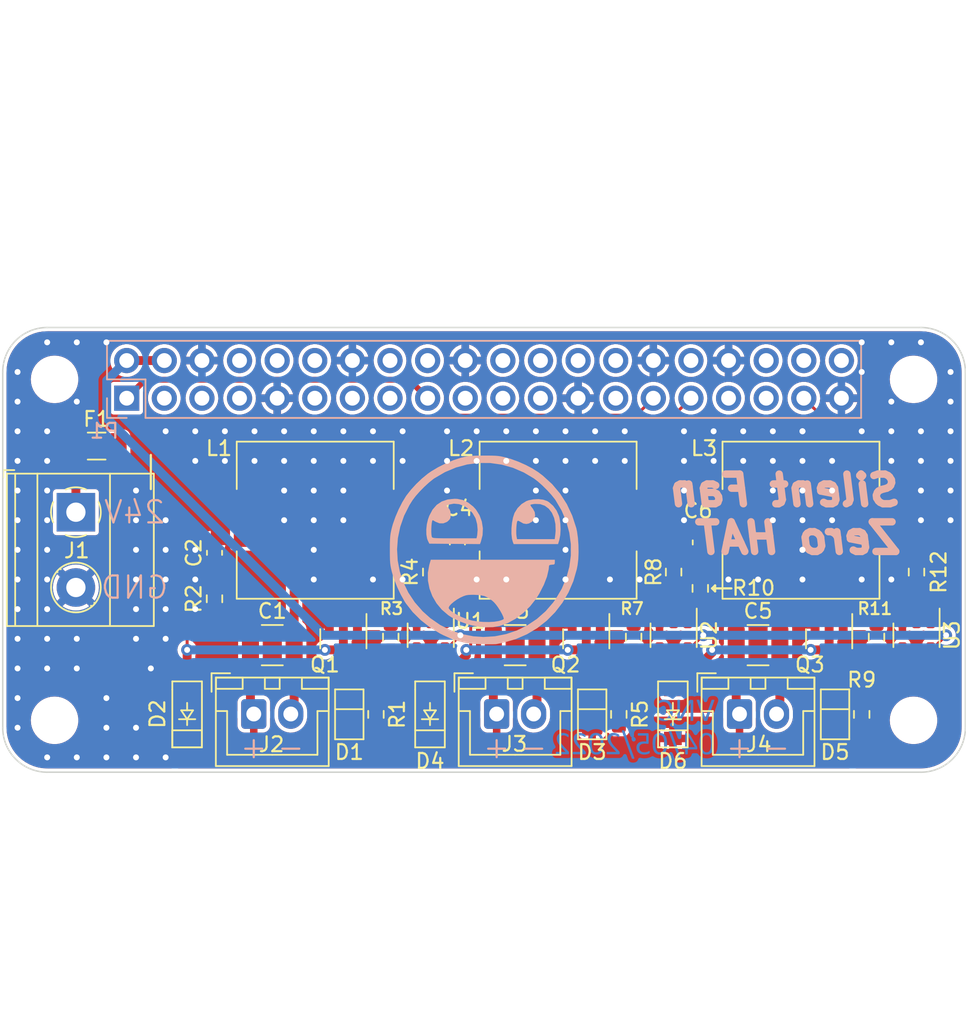
<source format=kicad_pcb>
(kicad_pcb (version 20211014) (generator pcbnew)
  (title_block (date "15 nov 2012"))
  (layers (0 "F.Cu" signal) (31 "B.Cu" signal) (34 "B.Paste" user) (35 "F.Paste" user) (36 "B.SilkS" user "B.Silkscreen") (37 "F.SilkS" user "F.Silkscreen") (38 "B.Mask" user) (39 "F.Mask" user) (44 "Edge.Cuts" user))
  (net 0 "")
  (net 1 "+3V3")
  (net 2 "GND")
  (net 3 "/ID_SD")
  (net 4 "/ID_SC")
  (net 5 "+5V")
  (net 6 "FAN_0")
  (net 7 "/GPIO2(SDA1)")
  (net 8 "/GPIO3(SCL1)")
  (net 9 "/GPIO4(GCLK)")
  (net 10 "/GPIO14(TXD0)")
  (net 11 "/GPIO15(RXD0)")
  (net 12 "/GPIO17(GEN0)")
  (net 13 "/GPIO27(GEN2)")
  (net 14 "/GPIO22(GEN3)")
  (net 15 "/GPIO23(GEN4)")
  (net 16 "/GPIO24(GEN5)")
  (net 17 "/GPIO25(GEN6)")
  (net 18 "/GPIO18(GEN1)(PWM0)")
  (net 19 "/GPIO10(SPI0_MOSI)")
  (net 20 "/GPIO9(SPI0_MISO)")
  (net 21 "/GPIO11(SPI0_SCK)")
  (net 22 "/GPIO8(SPI0_CE_N)")
  (net 23 "/GPIO7(SPI1_CE_N)")
  (net 24 "/GPIO12(PWM0)")
  (net 25 "/GPIO13(PWM1)")
  (net 26 "/GPIO19(SPI1_MISO)")
  (net 27 "/GPIO16")
  (net 28 "/GPIO20(SPI1_MOSI)")
  (net 29 "/GPIO21(SPI1_SCK)")
  (net 30 "/Fan_channels/VFAN+")
  (net 31 "FAN_1")
  (net 32 "Net-(C1-Pad2)")
  (net 33 "Net-(D2-Pad2)")
  (net 34 "Net-(D3-Pad1)")
  (net 35 "Net-(C2-Pad1)")
  (net 36 "/Fan_channels/VM")
  (net 37 "Net-(C3-Pad2)")
  (net 38 "Net-(C4-Pad1)")
  (net 39 "Net-(Q1-Pad1)")
  (net 40 "Net-(Q2-Pad1)")
  (net 41 "Net-(R7-Pad2)")
  (net 42 "Net-(C5-Pad2)")
  (net 43 "Net-(C6-Pad1)")
  (net 44 "Net-(D1-Pad1)")
  (net 45 "Net-(D4-Pad2)")
  (net 46 "Net-(D5-Pad1)")
  (net 47 "Net-(D6-Pad2)")
  (net 48 "Net-(Q3-Pad1)")
  (net 49 "Net-(R3-Pad2)")
  (net 50 "Net-(R11-Pad2)")
  (net 51 "FAN_2")
  (footprint "MountingHole:MountingHole_2.7mm_M2.5" (layer "F.Cu") (at 203.5 97.5 180)
    (fp_text reference "MK1" hide)
    (fp_text value "M2.5")
  )
  (footprint "MountingHole:MountingHole_2.7mm_M2.5" (layer "F.Cu") (at 261.5 97.5 180)
    (fp_text reference "MK3" hide)
    (fp_text value "M2.5")
  )
  (footprint "MountingHole:MountingHole_2.7mm_M2.5" (layer "F.Cu") (at 203.5 120.5)
    (fp_text reference "MK2" hide)
    (fp_text value "M2.5")
  )
  (footprint "MountingHole:MountingHole_2.7mm_M2.5" (layer "F.Cu") (at 261.5 120.5)
    (fp_text reference "MK4" hide)
    (fp_text value "M2.5")
  )
  (footprint "Diode_SMD:D_SOD-123" (layer "F.Cu") (at 228.85 120.075 90)
    (fp_text reference "D4")
    (fp_text value "PMEG3020EGWX")
  )
  (footprint "Diode_SMD:D_SOD-123" (layer "F.Cu") (at 212.45 120.075 90)
    (fp_text reference "D2")
    (fp_text value "PMEG3020EGWX")
  )
  (footprint "Connector_JST:JST_XH_B2B-XH-A_1x02_P2.50mm_Vertical" (layer "F.Cu") (at 233.35 120.075)
    (fp_text reference "J3")
    (fp_text value "Fan_1")
  )
  (footprint "Resistor_SMD:R_0603_1608Metric" (layer "F.Cu") (at 259 114.8875 -90)
    (fp_text reference "R11")
    (fp_text value "220R")
  )
  (footprint "Package_TO_SOT_SMD:SOT-23-5" (layer "F.Cu") (at 228.9 114.7625 -90)
    (fp_text reference "U1")
    (fp_text value "74LVC1G17")
  )
  (footprint "Package_TO_SOT_SMD:SOT-23-5" (layer "F.Cu") (at 261.7 114.7625 -90)
    (fp_text reference "U3")
    (fp_text value "74LVC1G17")
  )
  (footprint "Resistor_SMD:R_0603_1608Metric" (layer "F.Cu") (at 261.7 110.5 90)
    (fp_text reference "R12")
    (fp_text value "100k")
  )
  (footprint "Resistor_SMD:R_0603_1608Metric" (layer "F.Cu") (at 214.3 112.3 90)
    (fp_text reference "R2")
    (fp_text value "10R")
  )
  (footprint "LED_SMD:LED_0805_2012Metric" (layer "F.Cu") (at 223.4 120.1 -90)
    (fp_text reference "D1")
    (fp_text value "RED")
  )
  (footprint "Inductor_SMD:L_10.4x10.4_H4.8" (layer "F.Cu") (at 221.1 107)
    (fp_text reference "L1")
    (fp_text value "1mH")
  )
  (footprint "Package_TO_SOT_SMD:SOT-23" (layer "F.Cu") (at 223 115 -90)
    (fp_text reference "Q1")
    (fp_text value "AOSS32338C")
  )
  (footprint "Resistor_SMD:R_0603_1608Metric" (layer "F.Cu") (at 245.3 110.5 90)
    (fp_text reference "R8")
    (fp_text value "100k")
  )
  (footprint "Inductor_SMD:L_10.4x10.4_H4.8" (layer "F.Cu") (at 253.9 107)
    (fp_text reference "L3")
    (fp_text value "1mH")
  )
  (footprint "Resistor_SMD:R_0603_1608Metric" (layer "F.Cu") (at 241.6 120.1 -90)
    (fp_text reference "R5")
    (fp_text value "22k")
  )
  (footprint "Package_TO_SOT_SMD:SOT-23" (layer "F.Cu") (at 239.4 115 -90)
    (fp_text reference "Q2")
    (fp_text value "AOSS32338C")
  )
  (footprint "Resistor_SMD:R_0603_1608Metric" (layer "F.Cu") (at 228.9 110.5 90)
    (fp_text reference "R4")
    (fp_text value "100k")
  )
  (footprint "Capacitor_SMD:C_0603_1608Metric" (layer "F.Cu") (at 247.1 108.5 90)
    (fp_text reference "C6")
    (fp_text value "10nF")
  )
  (footprint "Connector_JST:JST_XH_B2B-XH-A_1x02_P2.50mm_Vertical" (layer "F.Cu") (at 216.95 120.075)
    (fp_text reference "J2")
    (fp_text value "Fan_0")
  )
  (footprint "Fuse:Fuse_1206_3216Metric" (layer "F.Cu") (at 206.34 102)
    (fp_text reference "F1")
    (fp_text value "~")
  )
  (footprint "Capacitor_SMD:C_0603_1608Metric" (layer "F.Cu") (at 230.7 108.5 90)
    (fp_text reference "C4")
    (fp_text value "10nF")
  )
  (footprint "Connector_JST:JST_XH_B2B-XH-A_1x02_P2.50mm_Vertical" (layer "F.Cu") (at 249.75 120.075)
    (fp_text reference "J4")
    (fp_text value "Fan_2")
  )
  (footprint "Capacitor_SMD:C_1210_3225Metric" (layer "F.Cu") (at 218.2 115.43)
    (fp_text reference "C1")
    (fp_text value "10µF")
  )
  (footprint "Inductor_SMD:L_10.4x10.4_H4.8" (layer "F.Cu") (at 237.5 107)
    (fp_text reference "L2")
    (fp_text value "1mH")
  )
  (footprint "Capacitor_SMD:C_1210_3225Metric" (layer "F.Cu") (at 251 115.43)
    (fp_text reference "C5")
    (fp_text value "10µF")
  )
  (footprint "Resistor_SMD:R_0603_1608Metric" (layer "F.Cu") (at 242.6 114.8875 -90)
    (fp_text reference "R7")
    (fp_text value "220R")
  )
  (footprint "TerminalBlock_Phoenix:TerminalBlock_Phoenix_MKDS-1,5-2-5.08_1x02_P5.08mm_Horizontal" (layer "F.Cu") (at 204.94 106.46 -90)
    (fp_text reference "J1")
    (fp_text value "24V Input" hide)
  )
  (footprint "Resistor_SMD:R_0603_1608Metric" (layer "F.Cu") (at 247.1 111.6 90)
    (fp_text reference "R10")
    (fp_text value "10R")
  )
  (footprint "Capacitor_SMD:C_0603_1608Metric" (layer "F.Cu") (at 214.3 109.2 90)
    (fp_text reference "C2")
    (fp_text value "10nF")
  )
  (footprint "Resistor_SMD:R_0603_1608Metric" (layer "F.Cu") (at 225.2 120.1 -90)
    (fp_text reference "R1")
    (fp_text value "22k")
  )
  (footprint "LED_SMD:LED_0805_2012Metric" (layer "F.Cu") (at 239.8 120.1 -90)
    (fp_text reference "D3")
    (fp_text value "RED")
  )
  (footprint "Resistor_SMD:R_0603_1608Metric" (layer "F.Cu") (at 230.7 111.6 90)
    (fp_text reference "R6")
    (fp_text value "10R")
  )
  (footprint "Resistor_SMD:R_0603_1608Metric" (layer "F.Cu") (at 258 120.1 -90)
    (fp_text reference "R9")
    (fp_text value "22k")
  )
  (footprint "Package_TO_SOT_SMD:SOT-23" (layer "F.Cu") (at 255.8 115 -90)
    (fp_text reference "Q3")
    (fp_text value "AOSS32338C")
  )
  (footprint "Capacitor_SMD:C_1210_3225Metric" (layer "F.Cu") (at 234.6 115.43)
    (fp_text reference "C3")
    (fp_text value "10µF")
  )
  (footprint "Package_TO_SOT_SMD:SOT-23-5" (layer "F.Cu") (at 245.3 114.7625 -90)
    (fp_text reference "U2")
    (fp_text value "74LVC1G17")
  )
  (footprint "LED_SMD:LED_0805_2012Metric" (layer "F.Cu") (at 256.2 120.1 -90)
    (fp_text reference "D5")
    (fp_text value "RED")
  )
  (footprint "Resistor_SMD:R_0603_1608Metric" (layer "F.Cu") (at 226.2 114.8875 -90)
    (fp_text reference "R3")
    (fp_text value "220R")
  )
  (footprint "Diode_SMD:D_SOD-123" (layer "F.Cu") (at 245.25 120.075 90)
    (fp_text reference "D6")
    (fp_text value "PMEG3020EGWX")
  )
  (footprint "Connector_PinSocket_2.54mm:PinSocket_2x20_P2.54mm_Vertical" (layer "B.Cu") (at 208.37 98.77 -90)
    (fp_text reference "P1")
    (fp_text value "Conn_02x20_Odd_Even")
  )
  (footprint "Awesome_face:Awesome_face" (layer "B.Cu") (at 232.5 109 180)
    (fp_text reference "G***" hide)
    (fp_text value "LOGO" hide)
  )
  (gr_poly (pts (xy 244.074484 122.20203) (xy 244.074811 122.21553) (xy 244.075227 122.22895) (xy 244.075541 122.235554) (xy 244.075964 122.242047) (xy 244.0772 122.260009) (xy 244.07871 122.277657) (xy 244.080495 122.294993) (xy 244.082554 122.31202) (xy 244.084887 122.328737) (xy 244.087495 122.345148) (xy 244.090377 122.361252) (xy 244.093534 122.377053) (xy 244.096966 122.392529) (xy 244.100672 122.407662) (xy 244.104652 122.422452) (xy 244.108907 122.436899) (xy 244.113437 122.451004) (xy 244.118241 122.464765) (xy 244.12332 122.478182) (xy 244.128674 122.491257) (xy 244.131467 122.497653) (xy 244.134356 122.503939) (xy 244.137341 122.510114) (xy 244.140421 122.516179) (xy 244.143596 122.522134) (xy 244.146866 122.527977) (xy 244.15023 122.533709) (xy 244.153689 122.53933) (xy 244.157243 122.54484) (xy 244.16089 122.550238) (xy 244.164632 122.555524) (xy 244.168467 122.560698) (xy 244.172396 122.56576) (xy 244.176419 122.570709) (xy 244.180535 122.575546) (xy 244.184743 122.580269) (xy 244.188916 122.584733) (xy 244.193199 122.589066) (xy 244.197593 122.59327) (xy 244.202097 122.597345) (xy 244.206712 122.60129) (xy 244.211438 122.605106) (xy 244.216275 122.608793) (xy 244.221223 122.612352) (xy 244.226283 122.615782) (xy 244.231455 122.619084) (xy 244.236738 122.622257) (xy 244.242134 122.625303) (xy 244.247642 122.628221) (xy 244.253262 122.631011) (xy 244.258996 122.633674) (xy 244.264842 122.63621) (xy 244.270667 122.638603) (xy 244.276612 122.640842) (xy 244.282677 122.642927) (xy 244.288863 122.644858) (xy 244.295168 122.646634) (xy 244.301594 122.648256) (xy 244.30814 122.649724) (xy 244.314806 122.651038) (xy 244.321592 122.652197) (xy 244.328498 122.653202) (xy 244.335524 122.654052) (xy 244.342671 122.654748) (xy 244.349937 122.655289) (xy 244.357324 122.655676) (xy 244.364831 122.655908) (xy 244.372458 122.655985) (xy 244.382252 122.655862) (xy 244.391867 122.655491) (xy 244.401302 122.654872) (xy 244.410559 122.654005) (xy 244.419636 122.652891) (xy 244.428534 122.651528) (xy 244.437252 122.649917) (xy 244.44579 122.648057) (xy 244.454148 122.645948) (xy 244.462325 122.643591) (xy 244.470322 122.640984) (xy 244.478138 122.638128) (xy 244.485773 122.635022) (xy 244.493227 122.631666) (xy 244.5005 122.628061) (xy 244.507592 122.624205) (xy 244.514381 122.620075) (xy 244.521024 122.615642) (xy 244.52752 122.610908) (xy 244.533868 122.605872) (xy 244.54007 122.600536) (xy 244.546126 122.594898) (xy 244.552036 122.588959) (xy 244.557799 122.58272) (xy 244.563417 122.576181) (xy 244.568888 122.569342) (xy 244.574215 122.562202) (xy 244.579396 122.554763) (xy 244.584432 122.547025) (xy 244.589323 122.538987) (xy 244.59407 122.530651) (xy 244.598671 122.522015) (xy 244.602991 122.513072) (xy 244.607167 122.503812) (xy 244.611198 122.494237) (xy 244.615084 122.484345) (xy 244.618825 122.474136) (xy 244.622421 122.463611) (xy 244.625871 122.452768) (xy 244.629176 122.441609) (xy 244.632335 122.430132) (xy 244.635348 122.418337) (xy 244.640935 122.393794) (xy 244.645936 122.367978) (xy 244.650348 122.340888) (xy 244.652399 122.324447) (xy 244.653999 122.306721) (xy 244.655244 122.287984) (xy 244.65623 122.268509) (xy 244.659521 122.1887) (xy 244.852273 122.1887) (xy 244.849866 122.242585) (xy 244.847166 122.295976) (xy 244.845405 122.321967) (xy 244.843209 122.347212) (xy 244.840457 122.371503) (xy 244.837028 122.394633) (xy 244.830487 122.427748) (xy 244.822947 122.459559) (xy 244.814409 122.490066) (xy 244.809766 122.504831) (xy 244.804875 122.51927) (xy 244.799734 122.533382) (xy 244.794345 122.547169) (xy 244.788707 122.560629) (xy 244.782822 122.573764) (xy 244.776688 122.586573) (xy 244.770306 122.599056) (xy 244.763677 122.611213) (xy 244.7568 122.623044) (xy 244.749662 122.634402) (xy 244.74225 122.645418) (xy 244.734563 122.65609) (xy 244.726602 122.666419) (xy 244.718366 122.676405) (xy 244.709855 122.686048) (xy 244.70107 122.695348) (xy 244.69201 122.704304) (xy 244.682676 122.712918) (xy 244.673068 122.721188) (xy 244.663185 122.729115) (xy 244.653027 122.736699) (xy 244.642595 122.74394) (xy 244.631888 122.750838) (xy 244.620907 122.757392) (xy 244.609651 122.763604) (xy 244.597958 122.769323) (xy 244.585938 122.774674) (xy 244.573593 122.779657) (xy 244.560921 122.784273) (xy 244.547924 122.78852) (xy 244.534601 122.792399) (xy 244.520951 122.795909) (xy 244.506976 122.799051) (xy 244.492675 122.801823) (xy 244.478047 122.804227) (xy 244.463094 122.806261) (xy 244.447814 122.807926) (xy 244.432209 122.809221) (xy 244.416278 122.810146) (xy 244.40002 122.810702) (xy 244.383437 122.810887) (xy 244.365905 122.810681) (xy 244.348723 122.810063) (xy 244.331892 122.809033) (xy 244.315412 122.807592) (xy 244.299282 122.805739) (xy 244.283504 122.803473) (xy 244.268078 122.800797) (xy 244.253002 122.797708) (xy 244.238279 122.794207) (xy 244.223908 122.790295) (xy 244.209888 122.785971) (xy 244.196221 122.781236) (xy 244.182907 122.776089) (xy 244.169945 122.77053) (xy 244.157336 122.764559) (xy 244.14508 122.758177) (xy 244.133147 122.751284) (xy 244.121505 122.744054) (xy 244.110155 122.736489) (xy 244.099096 122.728588) (xy 244.08833 122.720351) (xy 244.077855 122.71178) (xy 244.067671 122.702873) (xy 244.05778 122.693632) (xy 244.04818 122.684056) (xy 244.038871 122.674145) (xy 244.029855 122.663901) (xy 244.02113 122.653322) (xy 244.012696 122.642409) (xy 244.004555 122.631163) (xy 243.996705 122.619583) (xy 243.989147 122.60767) (xy 243.981736 122.595308) (xy 243.974602 122.582654) (xy 243.967745 122.569708) (xy 243.961165 122.556471) (xy 243.954861 122.542941) (xy 243.948832 122.52912) (xy 243.943078 122.515008) (xy 243.9376 122.500604) (xy 243.932396 122.485907) (xy 243.927466 122.47092) (xy 243.92281 122.45564) (xy 243.918427 122.440069) (xy 243.914317 122.424206) (xy 243.91048 122.408052) (xy 243.906915 122.391605) (xy 243.903622 122.374867) (xy 243.899942 122.35336) (xy 243.897019 122.331034) (xy 243.894706 122.308048) (xy 243.892859 122.284558) (xy 243.887214 122.188702) (xy 244.074008 122.188702) (xy 244.074008 122.188689) (xy 244.074014 122.188689)) (layer "B.Cu") (width 0.00025) (fill solid))
  (gr_poly (pts (xy 247.526085 121.348385) (xy 247.543141 121.349014) (xy 247.559853 121.350062) (xy 247.576221 121.351529) (xy 247.592247 121.353416) (xy 247.60793 121.355723) (xy 247.623269 121.35845) (xy 247.638265 121.361597) (xy 247.652918 121.365164) (xy 247.667228 121.369152) (xy 247.681195 121.373561) (xy 247.694819 121.37839) (xy 247.708099 121.38364) (xy 247.721036 121.389312) (xy 247.73363 121.395405) (xy 247.745881 121.401919) (xy 247.757814 121.408684) (xy 247.769456 121.415802) (xy 247.780806 121.423274) (xy 247.791865 121.431098) (xy 247.802632 121.439274) (xy 247.813107 121.447803) (xy 247.82329 121.456684) (xy 247.833182 121.465916) (xy 247.842782 121.475501) (xy 247.85209 121.485437) (xy 247.861107 121.495725) (xy 247.869832 121.506363) (xy 247.878265 121.517353) (xy 247.886407 121.528693) (xy 247.894256 121.540385) (xy 247.901814 121.552426) (xy 247.909098 121.56466) (xy 247.916124 121.577202) (xy 247.922893 121.590054) (xy 247.929404 121.603214) (xy 247.935658 121.616683) (xy 247.941655 121.630461) (xy 247.947395 121.644548) (xy 247.952877 121.658944) (xy 247.958101 121.673649) (xy 247.963069 121.688662) (xy 247.967778 121.703985) (xy 247.972231 121.719616) (xy 247.976426 121.735556) (xy 247.980364 121.751805) (xy 247.984045 121.768363) (xy 247.987468 121.785229) (xy 247.993645 121.819423) (xy 247.998998 121.854471) (xy 248.003528 121.890373) (xy 248.007235 121.927131) (xy 248.010117 121.964747) (xy 248.012176 122.003222) (xy 248.013412 122.042558) (xy 248.013824 122.082757) (xy 248.013815 122.083515) (xy 248.013791 122.084246) (xy 248.013706 122.085639) (xy 248.013585 122.086968) (xy 248.013446 122.088263) (xy 248.013305 122.089556) (xy 248.013181 122.090878) (xy 248.01309 122.092259) (xy 248.013062 122.092982) (xy 248.013049 122.093731) (xy 247.819133 122.093731) (xy 247.819213 122.09044) (xy 247.819384 122.087406) (xy 247.819613 122.084539) (xy 247.81987 122.08175) (xy 247.820124 122.07895) (xy 247.820344 122.076048) (xy 247.820499 122.072954) (xy 247.820558 122.069581) (xy 247.820372 122.040171) (xy 247.819813 122.011243) (xy 247.818879 121.982794) (xy 247.81757 121.954826) (xy 247.815883 121.927339) (xy 247.813818 121.900332) (xy 247.811371 121.873806) (xy 247.808543 121.84776) (xy 247.805195 121.822365) (xy 247.80119 121.797794) (xy 247.796529 121.774047) (xy 247.791216 121.751124) (xy 247.78525 121.729024) (xy 247.778634 121.707747) (xy 247.771368 121.687294) (xy 247.763455 121.667664) (xy 247.759106 121.658184) (xy 247.754567 121.648962) (xy 247.74984 121.639997) (xy 247.744924 121.631289) (xy 247.73982 121.622839) (xy 247.734526 121.614646) (xy 247.729044 121.60671) (xy 247.723373 121.599032) (xy 247.717514 121.591611) (xy 247.711466 121.584447) (xy 247.705229 121.577541) (xy 247.698803 121.570892) (xy 247.692188 121.564501) (xy 247.685385 121.558367) (xy 247.678393 121.552491) (xy 247.671212 121.546872) (xy 247.6638 121.541553) (xy 247.656113 121.536577) (xy 247.648151 121.531945) (xy 247.639915 121.527655) (xy 247.631405 121.523709) (xy 247.62262 121.520106) (xy 247.613561 121.516846) (xy 247.604227 121.513929) (xy 247.594618 121.511355) (xy 247.584735 121.509125) (xy 247.574577 121.507237) (xy 247.564145 121.505693) (xy 247.553439 121.504492) (xy 247.542458 121.503634) (xy 247.531202 121.503119) (xy 247.519671 121.502947) (xy 247.506665 121.503173) (xy 247.494002 121.50385) (xy 247.481683 121.504977) (xy 247.469706 121.506551) (xy 247.458073 121.508572) (xy 247.446783 121.511037) (xy 247.435836 121.513947) (xy 247.425233 121.517298) (xy 247.419919 121.519013) (xy 247.414683 121.520864) (xy 247.409526 121.522854) (xy 247.404447 121.524981) (xy 247.399446 121.527245) (xy 247.394523 121.529647) (xy 247.389677 121.532187) (xy 247.384909 121.534864) (xy 247.380218 121.537678) (xy 247.375604 121.54063) (xy 247.371067 121.543719) (xy 247.366606 121.546945) (xy 247.362222 121.550309) (xy 247.357914 121.553809) (xy 247.353682 121.557447) (xy 247.349526 121.561223) (xy 247.345446 121.564999) (xy 247.341442 121.568912) (xy 247.337514 121.572962) (xy 247.333662 121.577149) (xy 247.329886 121.581473) (xy 247.326188 121.585935) (xy 247.322566 121.590533) (xy 247.319021 121.595268) (xy 247.315553 121.600141) (xy 247.312163 121.60515) (xy 247.308851 121.610297) (xy 247.305616 121.615582) (xy 247.302459 121.621003) (xy 247.29938 121.626562) (xy 247.29638 121.632259) (xy 247.293458 121.638093) (xy 247.287576 121.649911) (xy 247.282007 121.662308) (xy 247.276749 121.675287) (xy 247.271802 121.688847) (xy 247.267164 121.702991) (xy 247.262834 121.71772) (xy 247.258809 121.733035) (xy 247.255088 121.748938) (xy 247.251362 121.765444) (xy 247.247872 121.782567) (xy 247.244619 121.800309) (xy 247.241604 121.818668) (xy 247.23883 121.837645) (xy 247.236297 121.85724) (xy 247.234008 121.877453) (xy 247.231963 121.898284) (xy 247.230164 121.919765) (xy 247.22861 121.941934) (xy 247.227299 121.964788) (xy 247.22623 121.988329) (xy 247.225402 122.012557) (xy 247.224812 122.03747) (xy 247.224459 122.06307) (xy 247.224341 122.089356) (xy 247.224473 122.093756) (xy 247.224467 122.093756) (xy 247.224852 122.131764) (xy 247.225835 122.169186) (xy 247.227459 122.20596) (xy 247.229764 122.242047) (xy 247.231 122.260009) (xy 247.23251 122.277657) (xy 247.234294 122.294993) (xy 247.236353 122.31202) (xy 247.238687 122.328737) (xy 247.241295 122.345148) (xy 247.244177 122.361252) (xy 247.247334 122.377053) (xy 247.250766 122.392529) (xy 247.254472 122.407662) (xy 247.258453 122.422452) (xy 247.262708 122.436899) (xy 247.267238 122.451004) (xy 247.272042 122.464765) (xy 247.277121 122.478182) (xy 247.282474 122.491257) (xy 247.285267 122.497653) (xy 247.288156 122.503939) (xy 247.291141 122.510114) (xy 247.29422 122.516179) (xy 247.297395 122.522134) (xy 247.300665 122.527977) (xy 247.30403 122.533709) (xy 247.307489 122.53933) (xy 247.311042 122.54484) (xy 247.31469 122.550238) (xy 247.318431 122.555524) (xy 247.322267 122.560698) (xy 247.326195 122.56576) (xy 247.330218 122.570709) (xy 247.334333 122.575546) (xy 247.338542 122.580269) (xy 247.342715 122.584733) (xy 247.346998 122.589066) (xy 247.351392 122.59327) (xy 247.355896 122.597345) (xy 247.360511 122.60129) (xy 247.365237 122.605106) (xy 247.370074 122.608793) (xy 247.375022 122.612352) (xy 247.380082 122.615782) (xy 247.385254 122.619084) (xy 247.390538 122.622257) (xy 247.395933 122.625303) (xy 247.401441 122.628221) (xy 247.407062 122.631011) (xy 247.412795 122.633674) (xy 247.418641 122.63621) (xy 247.424466 122.638603) (xy 247.430412 122.640842) (xy 247.436477 122.642927) (xy 247.442663 122.644858) (xy 247.448969 122.646634) (xy 247.455394 122.648256) (xy 247.46194 122.649724) (xy 247.468606 122.651038) (xy 247.475392 122.652197) (xy 247.482298 122.653202) (xy 247.489325 122.654052) (xy 247.496471 122.654748) (xy 247.503737 122.655289) (xy 247.511124 122.655676) (xy 247.518631 122.655908) (xy 247.526258 122.655985) (xy 247.536051 122.655862) (xy 247.545666 122.655491) (xy 247.555102 122.654872) (xy 247.564359 122.654005) (xy 247.573436 122.652891) (xy 247.582334 122.651528) (xy 247.591051 122.649917) (xy 247.599589 122.648057) (xy 247.607947 122.645948) (xy 247.616125 122.643591) (xy 247.624121 122.640984) (xy 247.631938 122.638128) (xy 247.639573 122.635022) (xy 247.647027 122.631666) (xy 247.6543 122.628061) (xy 247.661391 122.624205) (xy 247.668181 122.620075) (xy 247.674823 122.615642) (xy 247.681319 122.610908) (xy 247.687667 122.605872) (xy 247.69387 122.600536) (xy 247.699925 122.594898) (xy 247.705835 122.588959) (xy 247.711598 122.58272) (xy 247.717216 122.576181) (xy 247.722688 122.569342) (xy 247.728014 122.562202) (xy 247.733195 122.554763) (xy 247.738231 122.547025) (xy 247.743123 122.538987) (xy 247.747869 122.530651) (xy 247.752471 122.522015) (xy 247.756791 122.513072) (xy 247.760966 122.503812) (xy 247.764997 122.494237) (xy 247.768883 122.484345) (xy 247.772624 122.474136) (xy 247.77622 122.463611) (xy 247.77967 122.452768) (xy 247.782975 122.441609) (xy 247.786134 122.430132) (xy 247.789147 122.418337) (xy 247.794734 122.393794) (xy 247.799734 122.367978) (xy 247.804147 122.340888) (xy 247.807626 122.3146) (xy 247.810583 122.286815) (xy 247.813049 122.257622) (xy 247.815056 122.227114) (xy 247.816637 122.195381) (xy 247.817821 122.162514) (xy 247.818642 122.128605) (xy 247.819131 122.093745) (xy 248.013047 122.093745) (xy 248.01255 122.135271) (xy 248.01144 122.175741) (xy 248.009697 122.215124) (xy 248.007303 122.253388) (xy 248.004238 122.290503) (xy 248.000483 122.326436) (xy 247.996019 122.361157) (xy 247.990827 122.394633) (xy 247.984287 122.427748) (xy 247.976747 122.459559) (xy 247.968209 122.490066) (xy 247.963566 122.504831) (xy 247.958675 122.51927) (xy 247.953534 122.533382) (xy 247.948145 122.547169) (xy 247.942507 122.560629) (xy 247.936622 122.573764) (xy 247.930488 122.586573) (xy 247.924106 122.599056) (xy 247.917477 122.611213) (xy 247.9106 122.623044) (xy 247.903462 122.634402) (xy 247.89605 122.645418) (xy 247.888363 122.65609) (xy 247.880401 122.666419) (xy 247.872165 122.676405) (xy 247.863655 122.686048) (xy 247.85487 122.695348) (xy 247.84581 122.704304) (xy 247.836476 122.712918) (xy 247.826868 122.721188) (xy 247.816985 122.729115) (xy 247.806827 122.736699) (xy 247.796395 122.74394) (xy 247.785688 122.750838) (xy 247.774707 122.757392) (xy 247.763452 122.763604) (xy 247.751758 122.769323) (xy 247.739739 122.774674) (xy 247.727394 122.779657) (xy 247.714722 122.784273) (xy 247.701725 122.78852) (xy 247.688402 122.792399) (xy 247.674752 122.795909) (xy 247.660777 122.799051) (xy 247.646475 122.801823) (xy 247.631848 122.804227) (xy 247.616895 122.806261) (xy 247.601615 122.807926) (xy 247.58601 122.809221) (xy 247.570079 122.810146) (xy 247.553821 122.810702) (xy 247.537238 122.810887) (xy 247.519707 122.810681) (xy 247.50253 122.810063) (xy 247.485705 122.809033) (xy 247.469233 122.807592) (xy 247.453114 122.805739) (xy 247.437346 122.803473) (xy 247.421931 122.800797) (xy 247.406868 122.797708) (xy 247.392157 122.794207) (xy 247.377797 122.790295) (xy 247.363789 122.785971) (xy 247.350131 122.781236) (xy 247.336825 122.776089) (xy 247.32387 122.77053) (xy 247.311265 122.764559) (xy 247.29901 122.758177) (xy 247.287077 122.751284) (xy 247.275435 122.744054) (xy 247.264085 122.736489) (xy 247.253027 122.728588) (xy 247.24226 122.720351) (xy 247.231785 122.71178) (xy 247.221601 122.702873) (xy 247.211709 122.693632) (xy 247.202109 122.684056) (xy 247.192801 122.674145) (xy 247.183784 122.663901) (xy 247.175059 122.653322) (xy 247.166626 122.642409) (xy 247.158485 122.631163) (xy 247.150635 122.619583) (xy 247.143077 122.60767) (xy 247.135665 122.595308) (xy 247.128527 122.582654) (xy 247.121664 122.569708) (xy 247.115075 122.556471) (xy 247.10876 122.542941) (xy 247.102721 122.52912) (xy 247.096955 122.515008) (xy 247.091465 122.500604) (xy 247.086249 122.485907) (xy 247.081307 122.47092) (xy 247.07664 122.45564) (xy 247.072248 122.440069) (xy 247.06813 122.424206) (xy 247.064286 122.408052) (xy 247.060718 122.391605) (xy 247.057424 122.374867) (xy 247.05165 122.342623) (xy 247.046708 122.309477) (xy 247.042564 122.275467) (xy 247.039185 122.24063) (xy 247.036534 122.205002) (xy 247.034579 122.168621) (xy 247.033285 122.131523) (xy 247.032619 122.093747) (xy 247.032619 122.093735) (xy 247.032624 122.093735) (xy 247.032624 122.093756) (xy 247.224467 122.093756) (xy 247.224467 122.093735) (xy 247.032624 122.093735) (xy 247.032597 122.092583) (xy 247.032541 122.091442) (xy 247.032459 122.090327) (xy 247.032357 122.089235) (xy 247.032108 122.087099) (xy 247.031827 122.084997) (xy 247.031549 122.082891) (xy 247.031308 122.080745) (xy 247.031212 122.079645) (xy 247.031138 122.078521) (xy 247.03109 122.077368) (xy 247.031074 122.076182) (xy 247.030942 122.076182) (xy 247.031319 122.032895) (xy 247.032452 121.990882) (xy 247.034339 121.950142) (xy 247.036982 121.910673) (xy 247.040379 121.872473) (xy 247.044532 121.835542) (xy 247.04944 121.799877) (xy 247.055102 121.765477) (xy 247.061382 121.732122) (xy 247.068691 121.70014) (xy 247.072732 121.684663) (xy 247.07703 121.669529) (xy 247.081586 121.654739) (xy 247.086399 121.640292) (xy 247.091469 121.626187) (xy 247.096797 121.612426) (xy 247.102382 121.599008) (xy 247.108224 121.585933) (xy 247.114324 121.573202) (xy 247.120681 121.560813) (xy 247.127296 121.548768) (xy 247.134168 121.537066) (xy 247.141311 121.525579) (xy 247.148738 121.514452) (xy 247.156449 121.503686) (xy 247.164445 121.493279) (xy 247.172724 121.483233) (xy 247.181288 121.473547) (xy 247.190134 121.464222) (xy 247.199264 121.455257) (xy 247.208677 121.446652) (xy 247.218373 121.438407) (xy 247.228352 121.430523) (xy 247.238613 121.422999) (xy 247.249156 121.415835) (xy 247.259982 121.409032) (xy 247.27109 121.402589) (xy 247.282479 121.396506) (xy 247.294044 121.390655) (xy 247.305952 121.385182) (xy 247.318202 121.380086) (xy 247.330797 121.375368) (xy 247.343734 121.371027) (xy 247.357014 121.367064) (xy 247.370638 121.363478) (xy 247.384605 121.360269) (xy 247.398915 121.357438) (xy 247.413568 121.354984) (xy 247.428564 121.352908) (xy 247.443903 121.351209) (xy 247.459586 121.349888) (xy 247.475612 121.348944) (xy 247.491981 121.348378) (xy 247.508693 121.348189) (xy 247.508687 121.348176)) (layer "B.Cu") (width 0.00025) (fill solid))
  (gr_poly (pts (xy 244.646742 119.101615) (xy 244.663892 119.102207) (xy 244.680853 119.103194) (xy 244.697625 119.104575) (xy 244.714208 119.106351) (xy 244.730603 119.108522) (xy 244.746809 119.111087) (xy 244.762826 119.114046) (xy 244.778654 119.117401) (xy 244.794294 119.12115) (xy 244.809745 119.125293) (xy 244.825007 119.129832) (xy 244.840081 119.134764) (xy 244.854966 119.140092) (xy 244.869662 119.145814) (xy 244.884169 119.15193) (xy 244.89832 119.158425) (xy 244.912223 119.165279) (xy 244.925876 119.172494) (xy 244.939281 119.180069) (xy 244.952437 119.188004) (xy 244.965345 119.1963) (xy 244.978003 119.204957) (xy 244.990413 119.213973) (xy 245.002574 119.22335) (xy 245.014486 119.233087) (xy 245.026149 119.243185) (xy 245.037564 119.253643) (xy 245.04873 119.264461) (xy 245.059646 119.27564) (xy 245.070315 119.287179) (xy 245.080734 119.299079) (xy 245.090887 119.311188) (xy 245.100757 119.323632) (xy 245.110344 119.336411) (xy 245.119648 119.349524) (xy 245.128669 119.362972) (xy 245.137407 119.376754) (xy 245.145862 119.390871) (xy 245.154034 119.405323) (xy 245.161922 119.420109) (xy 245.169528 119.43523) (xy 245.17685 119.450685) (xy 245.183889 119.466475) (xy 245.190645 119.482599) (xy 245.197118 119.499059) (xy 245.203308 119.515852) (xy 245.209215 119.532981) (xy 245.219767 119.568172) (xy 245.228912 119.604564) (xy 245.23665 119.642157) (xy 245.242982 119.680952) (xy 245.247906 119.720948) (xy 245.251424 119.762145) (xy 245.253534 119.804543) (xy 245.254238 119.848141) (xy 245.253586 119.890625) (xy 245.25163 119.931873) (xy 245.24837 119.971886) (xy 245.243806 120.010664) (xy 245.237937 120.048207) (xy 245.230765 120.084514) (xy 245.22669 120.102204) (xy 245.222289 120.119586) (xy 245.217562 120.136658) (xy 245.212509 120.153422) (xy 245.207018 120.169731) (xy 245.201253 120.185714) (xy 245.195213 120.201371) (xy 245.188899 120.216702) (xy 245.18231 120.231707) (xy 245.175447 120.246385) (xy 245.168309 120.260738) (xy 245.160897 120.274765) (xy 245.15321 120.288466) (xy 245.145249 120.301841) (xy 245.137013 120.314889) (xy 245.128503 120.327612) (xy 245.119718 120.340009) (xy 245.110658 120.352079) (xy 245.101324 120.363824) (xy 245.091715 120.375243) (xy 245.081708 120.386327) (xy 245.071451 120.397068) (xy 245.060946 120.407466) (xy 245.050192 120.417521) (xy 245.03919 120.427233) (xy 245.027938 120.436601) (xy 245.016438 120.445627) (xy 245.004689 120.454309) (xy 244.992691 120.462647) (xy 244.980444 120.470643) (xy 244.967949 120.478296) (xy 244.955204 120.485605) (xy 244.942211 120.492571) (xy 244.92897 120.499194) (xy 244.915479 120.505474) (xy 244.90174 120.51141) (xy 244.887636 120.516995) (xy 244.873326 120.52222) (xy 244.85881 120.527085) (xy 244.844088 120.531589) (xy 244.82916 120.535733) (xy 244.814027 120.539516) (xy 244.798687 120.542939) (xy 244.783142 120.546002) (xy 244.767391 120.548704) (xy 244.751434 120.551046) (xy 244.735271 120.553028) (xy 244.718902 120.554649) (xy 244.702327 120.55591) (xy 244.685547 120.556811) (xy 244.66856 120.557352) (xy 244.651368 120.557532) (xy 244.631533 120.557292) (xy 244.61211 120.556571) (xy 244.593099 120.55537) (xy 244.574499 120.553688) (xy 244.556312 120.551526) (xy 244.538536 120.548883) (xy 244.521172 120.54576) (xy 244.50422 120.542157) (xy 244.487456 120.538488) (xy 244.471207 120.534612) (xy 244.455473 120.53053) (xy 244.440254 120.526241) (xy 244.425549 120.521745) (xy 244.411359 120.517043) (xy 244.397684 120.512134) (xy 244.384524 120.507018) (xy 244.371621 120.50153) (xy 244.359267 120.496041) (xy 244.347462 120.490552) (xy 244.336206 120.485062) (xy 244.325499 120.479571) (xy 244.315342 120.474079) (xy 244.305733 120.468587) (xy 244.296673 120.463093) (xy 244.288266 120.457515) (xy 244.280613 120.452315) (xy 244.273716 120.447493) (xy 244.267573 120.443049) (xy 244.262185 120.438983) (xy 244.257553 120.435294) (xy 244.255519 120.433592) (xy 244.253675 120.431984) (xy 244.252019 120.43047) (xy 244.250552 120.429051) (xy 244.24791 120.426353) (xy 244.245474 120.423759) (xy 244.243243 120.421269) (xy 244.241219 120.418882) (xy 244.240284 120.417728) (xy 244.2394 120.4166) (xy 244.238568 120.415498) (xy 244.237788 120.414422) (xy 244.237058 120.413371) (xy 244.236381 120.412347) (xy 244.235754 120.411349) (xy 244.235179 120.410376) (xy 244.234117 120.408417) (xy 244.233123 120.40639) (xy 244.232197 120.404296) (xy 244.231339 120.402133) (xy 244.23055 120.399902) (xy 244.229829 120.397603) (xy 244.229177 120.395236) (xy 244.228592 120.392802) (xy 244.227803 120.390281) (xy 244.227083 120.387658) (xy 244.226431 120.384931) (xy 244.225848 120.382101) (xy 244.225333 120.379169) (xy 244.224887 120.376133) (xy 244.224509 120.372994) (xy 244.2242 120.369752) (xy 244.223942 120.366389) (xy 244.223719 120.362889) (xy 244.223375 120.355477) (xy 244.223169 120.347515) (xy 244.2231 120.339003) (xy 244.223086 120.339057) (xy 244.22312 120.33288) (xy 244.223223 120.326978) (xy 244.223395 120.32135) (xy 244.223636 120.315997) (xy 244.223945 120.310918) (xy 244.224323 120.306113) (xy 244.22477 120.301582) (xy 244.225286 120.297326) (xy 244.225595 120.293326) (xy 244.225972 120.289566) (xy 244.226418 120.286048) (xy 244.226933 120.28277) (xy 244.227516 120.279734) (xy 244.227834 120.278305) (xy 244.228169 120.276938) (xy 244.22852 120.27563) (xy 244.228889 120.274383) (xy 244.229275 120.273196) (xy 244.229679 120.272069) (xy 244.230099 120.27086) (xy 244.230537 120.269703) (xy 244.230991 120.268597) (xy 244.231463 120.267542) (xy 244.231952 120.266539) (xy 244.232458 120.265587) (xy 244.232982 120.264687) (xy 244.233522 120.263838) (xy 244.23408 120.26304) (xy 244.234655 120.262294) (xy 244.235247 120.261599) (xy 244.235856 120.260955) (xy 244.236482 120.260363) (xy 244.237126 120.259822) (xy 244.237786 120.259333) (xy 244.238464 120.258895) (xy 244.239159 120.258495) (xy 244.239871 120.258121) (xy 244.2406 120.257773) (xy 244.241346 120.257451) (xy 244.24211 120.257155) (xy 244.242891 120.256884) (xy 244.243688 120.256639) (xy 244.244504 120.25642) (xy 244.245336 120.256227) (xy 244.246185 120.256059) (xy 244.247052 120.255917) (xy 244.247935 120.255801) (xy 244.248836 120.255711) (xy 244.249754 120.255646) (xy 244.250689 120.255608) (xy 244.251642 120.255595) (xy 244.253748 120.255676) (xy 244.255949 120.255921) (xy 244.258243 120.256328) (xy 244.260633 120.256898) (xy 244.263116 120.257631) (xy 244.265694 120.258527) (xy 244.268367 120.259586) (xy 244.271133 120.260807) (xy 244.273995 120.262192) (xy 244.27695 120.263739) (xy 244.28 120.26545) (xy 244.283144 120.267323) (xy 244.286383 120.269359) (xy 244.289716 120.271558) (xy 244.293143 120.273919) (xy 244.296665 120.276444) (xy 244.30406 120.281746) (xy 244.31197 120.28722) (xy 244.320395 120.292865) (xy 244.329334 120.298682) (xy 244.338788 120.30467) (xy 244.348757 120.31083) (xy 244.359241 120.317161) (xy 244.37024 120.323664) (xy 244.38153 120.329907) (xy 244.393438 120.336014) (xy 244.405963 120.341984) (xy 244.419107 120.347817) (xy 244.432868 120.353514) (xy 244.447246 120.359075) (xy 244.462242 120.364498) (xy 244.477856 120.369786) (xy 244.493848 120.374672) (xy 244.510525 120.378907) (xy 244.52789 120.382491) (xy 244.54594 120.385423) (xy 244.564677 120.387703) (xy 244.5841 120.389332) (xy 244.604209 120.390309) (xy 244.625005 120.390635) (xy 244.637415 120.390498) (xy 244.649662 120.390086) (xy 244.661745 120.3894) (xy 244.673666 120.388439) (xy 244.685424 120.387204) (xy 244.697018 120.385694) (xy 244.70845 120.383909) (xy 244.719719 120.38185) (xy 244.730824 120.379517) (xy 244.741767 120.376909) (xy 244.752547 120.374026) (xy 244.763163 120.370869) (xy 244.773617 120.367438) (xy 244.783907 120.363732) (xy 244.794035 120.359751) (xy 244.803999 120.355496) (xy 244.813788 120.350838) (xy 244.823388 120.345922) (xy 244.8328 120.340749) (xy 244.842022 120.335319) (xy 244.851056 120.329631) (xy 244.859901 120.323686) (xy 244.868557 120.317483) (xy 244.877025 120.311023) (xy 244.885304 120.304306) (xy 244.893394 120.297331) (xy 244.901295 120.290099) (xy 244.909008 120.282609) (xy 244.916532 120.274862) (xy 244.923867 120.266858) (xy 244.931013 120.258596) (xy 244.937971 120.250077) (xy 244.944602 120.241163) (xy 244.951045 120.231992) (xy 244.9573 120.222564) (xy 244.963365 120.212878) (xy 244.969242 120.202935) (xy 244.97493 120.192734) (xy 244.980429 120.182276) (xy 244.98574 120.171561) (xy 244.990861 120.160589) (xy 244.995794 120.149359) (xy 245.000539 120.137872) (xy 245.005094 120.126127) (xy 245.009461 120.114125) (xy 245.013639 120.101866) (xy 245.017628 120.089349) (xy 245.021429 120.076575) (xy 245.02812 120.050014) (xy 245.03392 120.022492) (xy 245.038827 119.99401) (xy 245.042842 119.964566) (xy 245.045965 119.934161) (xy 245.048195 119.902796) (xy 245.049534 119.870469) (xy 245.04998 119.837182) (xy 245.049516 119.803621) (xy 245.048127 119.771021) (xy 245.04581 119.739382) (xy 245.042567 119.708703) (xy 245.038398 119.678985) (xy 245.033302 119.650228) (xy 245.02728 119.622432) (xy 245.020331 119.595597) (xy 245.016393 119.582411) (xy 245.012267 119.569482) (xy 245.007951 119.55681) (xy 245.003447 119.544396) (xy 244.998755 119.53224) (xy 244.993873 119.52034) (xy 244.988803 119.508699) (xy 244.983544 119.497314) (xy 244.978096 119.486187) (xy 244.97246 119.475317) (xy 244.966635 119.464705) (xy 244.960621 119.45435) (xy 244.954418 119.444253) (xy 244.948027 119.434413) (xy 244.941446 119.42483) (xy 244.934678 119.415505) (xy 244.927729 119.40645) (xy 244.920608 119.397678) (xy 244.913316 119.389189) (xy 244.905852 119.380983) (xy 244.898217 119.37306) (xy 244.89041 119.36542) (xy 244.882431 119.358064) (xy 244.874281 119.35099) (xy 244.865959 119.3442) (xy 244.857466 119.337692) (xy 244.848801 119.331468) (xy 244.839964 119.325527) (xy 244.830956 119.319869) (xy 244.821777 119.314494) (xy 244.812425 119.309402) (xy 244.802903 119.304593) (xy 244.793092 119.299939) (xy 244.783154 119.295585) (xy 244.773086 119.291532) (xy 244.76289 119.287778) (xy 244.752565 119.284326) (xy 244.742111 119.281173) (xy 244.731529 119.27832) (xy 244.720818 119.275768) (xy 244.709978 119.273516) (xy 244.69901 119.271564) (xy 244.687913 119.269913) (xy 244.676687 119.268562) (xy 244.665333 119.267511) (xy 244.65385 119.26676) (xy 244.642238 119.26631) (xy 244.630497 119.26616) (xy 244.609204 119.266503) (xy 244.598853 119.266931) (xy 244.5887 119.267531) (xy 244.578743 119.268303) (xy 244.568985 119.269246) (xy 244.559423 119.270361) (xy 244.550059 119.271647) (xy 244.540892 119.273105) (xy 244.531923 119.274734) (xy 244.523151 119.276534) (xy 244.514576 119.278506) (xy 244.506198 119.28065) (xy 244.498018 119.282965) (xy 244.490035 119.285451) (xy 244.48225 119.288109) (xy 244.466911 119.293411) (xy 244.452189 119.298884) (xy 244.438085 119.304529) (xy 244.424599 119.310345) (xy 244.41173 119.316333) (xy 244.399479 119.322493) (xy 244.387845 119.328825) (xy 244.37683 119.335328) (xy 244.366106 119.341588) (xy 244.355897 119.347746) (xy 244.346203 119.353802) (xy 244.337023 119.359755) (xy 244.328358 119.365607) (xy 244.320208 119.371356) (xy 244.312573 119.377003) (xy 244.305452 119.382548) (xy 244.302067 119.385076) (xy 244.298777 119.387441) (xy 244.295581 119.389643) (xy 244.29248 119.391681) (xy 244.289473 119.393557) (xy 244.28656 119.395269) (xy 244.283742 119.396819) (xy 244.281018 119.398205) (xy 244.278389 119.399428) (xy 244.275853 119.400488) (xy 244.273413 119.401385) (xy 244.271066 119.402119) (xy 244.268815 119.40269) (xy 244.266657 119.403098) (xy 244.264594 119.403342) (xy 244.262625 119.403424) (xy 244.26154 119.403407) (xy 244.260481 119.403355) (xy 244.259447 119.403269) (xy 244.258439 119.403149) (xy 244.257457 119.402994) (xy 244.2565 119.402805) (xy 244.255569 119.402582) (xy 244.254664 119.402324) (xy 244.253785 119.402032) (xy 244.252931 119.401705) (xy 244.252104 119.401344) (xy 244.251302 119.400949) (xy 244.250525 119.400519) (xy 244.249775 119.400055) (xy 244.24905 119.399556) (xy 244.248351 119.399024) (xy 244.247536 119.398319) (xy 244.246738 119.39758) (xy 244.245958 119.396807) (xy 244.245194 119.396) (xy 244.244448 119.395158) (xy 244.243719 119.394283) (xy 244.243007 119.393373) (xy 244.242312 119.392429) (xy 244.241635 119.391451) (xy 244.240974 119.390439) (xy 244.240331 119.389392) (xy 244.239705 119.388312) (xy 244.239095 119.387197) (xy 244.238503 119.386049) (xy 244.237929 119.384866) (xy 244.237371 119.383648) (xy 244.236308 119.380835) (xy 244.235314 119.377884) (xy 244.234388 119.374795) (xy 244.233531 119.371569) (xy 244.232741 119.368206) (xy 244.232021 119.364706) (xy 244.231368 119.361068) (xy 244.230784 119.357293) (xy 244.230268 119.353349) (xy 244.229821 119.349198) (xy 244.229443 119.34484) (xy 244.229134 119.340277) (xy 244.228893 119.335506) (xy 244.228721 119.330529) (xy 244.228618 119.325345) (xy 244.228584 119.319954) (xy 244.228618 119.315099) (xy 244.228721 119.310414) (xy 244.228893 119.305901) (xy 244.229134 119.30156) (xy 244.229443 119.29739) (xy 244.229821 119.293393) (xy 244.230268 119.289566) (xy 244.230784 119.285912) (xy 244.231093 119.282412) (xy 244.23147 119.279049) (xy 244.231916 119.275824) (xy 244.232431 119.272736) (xy 244.233014 119.269786) (xy 244.233667 119.266973) (xy 244.234387 119.264298) (xy 244.235177 119.261761) (xy 244.235759 119.259063) (xy 244.236077 119.257753) (xy 244.236411 119.256469) (xy 244.236763 119.255211) (xy 244.237131 119.253979) (xy 244.237517 119.252773) (xy 244.23792 119.251593) (xy 244.238341 119.250439) (xy 244.238778 119.24931) (xy 244.239233 119.248208) (xy 244.239705 119.247132) (xy 244.240194 119.246082) (xy 244.2407 119.245057) (xy 244.241223 119.244059) (xy 244.241764 119.243086) (xy 244.242356 119.242098) (xy 244.243033 119.241059) (xy 244.243797 119.239968) (xy 244.244646 119.238826) (xy 244.245582 119.237632) (xy 244.246603 119.236387) (xy 244.248902 119.233743) (xy 244.251545 119.230893) (xy 244.25453 119.227838) (xy 244.257859 119.224578) (xy 244.261531 119.221112) (xy 244.26341 119.219159) (xy 244.265478 119.217146) (xy 244.270179 119.212941) (xy 244.275635 119.208496) (xy 244.281847 119.203811) (xy 244.288813 119.198887) (xy 244.296534 119.193723) (xy 244.305011 119.18832) (xy 244.314242 119.182677) (xy 244.324022 119.176998) (xy 244.334145 119.171491) (xy 244.344612 119.166156) (xy 244.355421 119.160991) (xy 244.366574 119.155998) (xy 244.37807 119.151176) (xy 244.389909 119.146526) (xy 244.402092 119.142047) (xy 244.414583 119.137755) (xy 244.427348 119.13367) (xy 244.440389 119.129792) (xy 244.453704 119.126119) (xy 244.467293 119.122653) (xy 244.481157 119.119394) (xy 244.495295 119.11634) (xy 244.509708 119.113494) (xy 244.52431 119.110663) (xy 244.539014 119.10821) (xy 244.553822 119.106135) (xy 244.568732 119.104437) (xy 244.583746 119.103116) (xy 244.598862 119.102173) (xy 244.614081 119.101607) (xy 244.629404 119.101418)) (layer "B.Cu") (width 0.00025) (fill solid))
  (gr_poly (pts (xy 245.646397 119.115716) (xy 245.652797 119.115822) (xy 245.658888 119.115998) (xy 245.664671 119.116244) (xy 245.670144 119.11656) (xy 245.675309 119.116947) (xy 245.680165 119.117404) (xy 245.684711 119.117932) (xy 245.688744 119.118527) (xy 245.690696 119.118864) (xy 245.692604 119.119227) (xy 245.69447 119.119616) (xy 245.696294 119.12003) (xy 245.698074 119.120471) (xy 245.699811 119.120938) (xy 245.701505 119.12143) (xy 245.703157 119.121949) (xy 245.704765 119.122494) (xy 245.706331 119.123064) (xy 245.707854 119.123661) (xy 245.709333 119.124284) (xy 245.71077 119.124932) (xy 245.712164 119.125607) (xy 245.713378 119.126163) (xy 245.714549 119.126735) (xy 245.715677 119.127326) (xy 245.716762 119.127933) (xy 245.717804 119.128559) (xy 245.718803 119.129201) (xy 245.71976 119.129861) (xy 245.720673 119.130538) (xy 245.721544 119.131233) (xy 245.722372 119.131945) (xy 245.723157 119.132674) (xy 245.723899 119.133421) (xy 245.724598 119.134185) (xy 245.725255 119.134967) (xy 245.725868 119.135766) (xy 245.726439 119.136582) (xy 245.72697 119.137411) (xy 245.727468 119.138249) (xy 245.727931 119.139095) (xy 245.72836 119.139949) (xy 245.728755 119.140812) (xy 245.729115 119.141683) (xy 245.729441 119.142562) (xy 245.729733 119.14345) (xy 245.72999 119.144347) (xy 245.730214 119.145251) (xy 245.730402 119.146164) (xy 245.730557 119.147086) (xy 245.730677 119.148016) (xy 245.730763 119.148954) (xy 245.730814 119.149901) (xy 245.730831 119.150857) (xy 245.730831 120.102929) (xy 245.72946 120.194622) (xy 245.727536 120.283021) (xy 245.728636 120.283021) (xy 245.741882 120.257283) (xy 245.755265 120.231683) (xy 245.768785 120.20622) (xy 245.782443 120.180895) (xy 245.809073 120.129008) (xy 245.836251 120.076573) (xy 245.850115 120.05015) (xy 245.864253 120.023589) (xy 245.878666 119.99689) (xy 245.893353 119.970055) (xy 245.923552 119.914598) (xy 245.954848 119.858044) (xy 246.299659 119.234313) (xy 246.304291 119.225993) (xy 246.308856 119.21805) (xy 246.313351 119.210485) (xy 246.317778 119.203296) (xy 246.322136 119.196484) (xy 246.326425 119.190048) (xy 246.330646 119.183989) (xy 246.334798 119.178307) (xy 246.336728 119.175467) (xy 246.338675 119.172713) (xy 246.34064 119.170045) (xy 246.342622 119.167462) (xy 246.344621 119.164966) (xy 246.346637 119.162555) (xy 246.34867 119.16023) (xy 246.35072 119.157991) (xy 246.352788 119.155838) (xy 246.354873 119.15377) (xy 246.356975 119.151789) (xy 246.359094 119.149893) (xy 246.36123 119.148083) (xy 246.363383 119.146359) (xy 246.365554 119.144721) (xy 246.367742 119.143168) (xy 246.369822 119.141551) (xy 246.371945 119.139994) (xy 246.374111 119.138497) (xy 246.37632 119.13706) (xy 246.378572 119.135683) (xy 246.380867 119.134366) (xy 246.383204 119.133109) (xy 246.385585 119.131912) (xy 246.388008 119.130775) (xy 246.390475 119.129698) (xy 246.392984 119.128681) (xy 246.395536 119.127723) (xy 246.398131 119.126826) (xy 246.40077 119.125988) (xy 246.403451 119.125211) (xy 246.406175 119.124493) (xy 246.411563 119.123204) (xy 246.417293 119.122086) (xy 246.423367 119.121141) (xy 246.429784 119.120367) (xy 246.436544 119.119766) (xy 246.443648 119.119336) (xy 246.451094 119.119078) (xy 246.458884 119.118992) (xy 246.54893 119.118992) (xy 246.552482 119.119065) (xy 246.556 119.119284) (xy 246.559483 119.119649) (xy 246.562932 119.12016) (xy 246.566347 119.120816) (xy 246.569727 119.121619) (xy 246.573073 119.122567) (xy 246.576384 119.123661) (xy 246.579662 119.124902) (xy 246.582904 119.126288) (xy 246.586113 119.127819) (xy 246.589287 119.129497) (xy 246.592427 119.131321) (xy 246.595532 119.133291) (xy 246.598603 119.135406) (xy 246.60164 119.137667) (xy 246.604565 119.140099) (xy 246.607301 119.142729) (xy 246.609849 119.145556) (xy 246.612208 119.14858) (xy 246.614378 119.151801) (xy 246.61636 119.15522) (xy 246.618153 119.158835) (xy 246.619757 119.162649) (xy 246.621172 119.166659) (xy 246.622399 119.170867) (xy 246.623437 119.175272) (xy 246.624286 119.179875) (xy 246.624947 119.184675) (xy 246.625419 119.189672) (xy 246.625702 119.194867) (xy 246.625796 119.200259) (xy 246.625796 120.511418) (xy 246.625779 120.51238) (xy 246.625728 120.513342) (xy 246.625642 120.514304) (xy 246.625522 120.515266) (xy 246.625367 120.516228) (xy 246.625178 120.517189) (xy 246.624955 120.51815) (xy 246.624698 120.519111) (xy 246.624406 120.520072) (xy 246.62408 120.521033) (xy 246.62372 120.521993) (xy 246.623325 120.522954) (xy 246.622896 120.523914) (xy 246.622433 120.524874) (xy 246.621936 120.525833) (xy 246.621404 120.526793) (xy 246.620833 120.527606) (xy 246.62022 120.528403) (xy 246.619564 120.529182) (xy 246.618865 120.529944) (xy 246.618123 120.53069) (xy 246.617338 120.531418) (xy 246.61651 120.53213) (xy 246.615639 120.532824) (xy 246.614725 120.533502) (xy 246.613769 120.534162) (xy 246.612769 120.534805) (xy 246.611727 120.535432) (xy 246.610642 120.536041) (xy 246.609514 120.536634) (xy 246.608343 120.537209) (xy 246.607129 120.537768) (xy 246.604555 120.538565) (xy 246.601775 120.53933) (xy 246.598789 120.540065) (xy 246.595598 120.540768) (xy 246.5922 120.54144) (xy 246.588597 120.542081) (xy 246.584788 120.54269) (xy 246.580773 120.543269) (xy 246.576244 120.544042) (xy 246.57144 120.544712) (xy 246.566361 120.545279) (xy 246.561008 120.545743) (xy 246.55538 120.546104) (xy 246.549478 120.546362) (xy 246.543301 120.546517) (xy 246.536849 120.546568) (xy 246.530415 120.546517) (xy 246.524289 120.546362) (xy 246.518472 120.546104) (xy 246.512964 120.545743) (xy 246.507765 120.545279) (xy 246.502875 120.544712) (xy 246.498294 120.544042) (xy 246.494021 120.543269) (xy 246.489749 120.542701) (xy 246.485717 120.5421) (xy 246.481925 120.541464) (xy 246.478373 120.540793) (xy 246.475062 120.540088) (xy 246.471991 120.539349) (xy 246.46916 120.538576) (xy 246.466569 120.537768) (xy 246.465222 120.537212) (xy 246.463926 120.53664) (xy 246.462682 120.536049) (xy 246.461489 120.535442) (xy 246.460348 120.534817) (xy 246.459258 120.534174) (xy 246.45822 120.533514) (xy 246.457233 120.532837) (xy 246.456298 120.532142) (xy 246.455415 120.53143) (xy 246.454582 120.530701) (xy 246.453802 120.529954) (xy 246.453072 120.52919) (xy 246.452395 120.528408) (xy 246.451769 120.527609) (xy 246.451194 120.526793) (xy 246.450662 120.525831) (xy 246.450164 120.524869) (xy 246.449701 120.523907) (xy 246.449272 120.522945) (xy 246.448878 120.521983) (xy 246.448517 120.521022) (xy 246.448191 120.520061) (xy 246.4479 120.5191) (xy 246.447642 120.518139) (xy 246.447419 120.517178) (xy 246.44723 120.516218) (xy 246.447076 120.515257) (xy 246.446956 120.514297) (xy 246.44687 120.513337) (xy 246.446818 120.512378) (xy 246.446801 120.511418) (xy 246.446801 119.653782) (xy 246.447076 119.572247) (xy 246.447902 119.490162) (xy 246.449274 119.408626) (xy 246.451198 119.328738) (xy 246.448998 119.328738) (xy 246.43335 119.361407) (xy 246.417153 119.394625) (xy 246.400406 119.428393) (xy 246.383111 119.46271) (xy 246.36506 119.496409) (xy 246.347146 119.52942) (xy 246.329371 119.561746) (xy 246.311732 119.593384) (xy 245.863698 120.401604) (xy 245.858001 120.412071) (xy 245.852442 120.422057) (xy 245.84702 120.431563) (xy 245.841735 120.440588) (xy 245.836588 120.449133) (xy 245.831577 120.457197) (xy 245.826705 120.464781) (xy 245.821969 120.471884) (xy 245.817045 120.478575) (xy 245.812155 120.484923) (xy 245.807299 120.490928) (xy 245.802478 120.49659) (xy 245.797691 120.501909) (xy 245.79531 120.504439) (xy 245.792938 120.506885) (xy 245.790574 120.509244) (xy 245.788219 120.511518) (xy 245.785873 120.513706) (xy 245.783535 120.515809) (xy 245.78106 120.517696) (xy 245.778576 120.519515) (xy 245.776084 120.521265) (xy 245.773584 120.522946) (xy 245.771074 120.524559) (xy 245.768556 120.526102) (xy 245.76603 120.527577) (xy 245.763495 120.528984) (xy 245.760951 120.530321) (xy 245.758399 120.53159) (xy 245.755838 120.53279) (xy 245.753269 120.533921) (xy 245.75069 120.534984) (xy 245.748104 120.535977) (xy 245.745509 120.536902) (xy 245.742905 120.537758) (xy 245.737311 120.539048) (xy 245.731512 120.540165) (xy 245.725506 120.541111) (xy 245.719295 120.541884) (xy 245.712878 120.542486) (xy 245.706254 120.542916) (xy 245.699425 120.543173) (xy 245.69239 120.543259) (xy 245.631993 120.543259) (xy 245.628424 120.54319) (xy 245.624855 120.542984) (xy 245.621286 120.54264) (xy 245.617717 120.542159) (xy 245.614149 120.54154) (xy 245.61058 120.540784) (xy 245.607011 120.53989) (xy 245.603442 120.538859) (xy 245.601671 120.538288) (xy 245.599925 120.537673) (xy 245.598205 120.537016) (xy 245.59651 120.536317) (xy 245.594842 120.535574) (xy 245.593199 120.534789) (xy 245.591582 120.533961) (xy 245.58999 120.53309) (xy 245.588425 120.532176) (xy 245.586885 120.53122) (xy 245.58537 120.530221) (xy 245.583882 120.529179) (xy 245.582419 120.528095) (xy 245.580982 120.526967) (xy 245.579571 120.525797) (xy 245.578185 120.524584) (xy 245.576696 120.523328) (xy 245.575251 120.522028) (xy 245.573848 120.520686) (xy 245.572488 120.5193) (xy 245.571171 120.517872) (xy 245.569897 120.5164) (xy 245.568666 120.514886) (xy 245.567478 120.513329) (xy 245.566333 120.511729) (xy 245.565231 120.510086) (xy 245.564171 120.5084) (xy 245.563155 120.506672) (xy 245.562181 120.5049) (xy 245.561251 120.503085) (xy 245.560363 120.501228) (xy 245.559518 120.499327) (xy 245.558587 120.497381) (xy 245.557716 120.495384) (xy 245.556905 120.493335) (xy 245.556155 120.491234) (xy 245.555464 120.489081) (xy 245.554833 120.486877) (xy 245.554263 120.484621) (xy 245.553752 120.482314) (xy 245.553302 120.479955) (xy 245.552911 120.477544) (xy 245.552581 120.475081) (xy 245.552311 120.472567) (xy 245.552101 120.470001) (xy 245.55195 120.467383) (xy 245.55186 120.464714) (xy 245.55183 120.461993) (xy 245.551838 119.150857) (xy 245.551855 119.149901) (xy 245.551907 119.148954) (xy 245.551992 119.148016) (xy 245.552112 119.147086) (xy 245.552267 119.146164) (xy 245.552456 119.145251) (xy 245.552679 119.144347) (xy 245.552936 119.14345) (xy 245.553228 119.142562) (xy 245.553554 119.141683) (xy 245.553914 119.140812) (xy 245.554309 119.139949) (xy 245.554738 119.139095) (xy 245.555201 119.138249) (xy 245.555699 119.137411) (xy 245.556231 119.136582) (xy 245.556801 119.135769) (xy 245.557414 119.134972) (xy 245.55807 119.134193) (xy 245.55877 119.133431) (xy 245.559512 119.132685) (xy 245.560296 119.131957) (xy 245.561124 119.131245) (xy 245.561995 119.130551) (xy 245.562909 119.129873) (xy 245.563865 119.129213) (xy 245.564864 119.12857) (xy 245.565907 119.127943) (xy 245.566992 119.127334) (xy 245.56812 119.126741) (xy 245.569291 119.126166) (xy 245.570505 119.125607) (xy 245.571771 119.124941) (xy 245.573096 119.124301) (xy 245.574482 119.123685) (xy 245.575927 119.123093) (xy 245.577433 119.122527) (xy 245.578999 119.121985) (xy 245.58231 119.120976) (xy 245.585862 119.120067) (xy 245.589654 119.119256) (xy 245.593686 119.118544) (xy 245.597959 119.117932) (xy 245.602454 119.117404) (xy 245.607156 119.116947) (xy 245.612063 119.11656) (xy 245.617177 119.116244) (xy 245.622496 119.115998) (xy 245.62802 119.115822) (xy 245.633751 119.115716) (xy 245.639688 119.115681)) (layer "B.Cu") (width 0.00025) (fill solid))
  (gr_poly (pts (xy 245.046864 121.175756) (xy 245.05232 121.175861) (xy 245.057571 121.176037) (xy 245.062615 121.176283) (xy 245.067454 121.1766) (xy 245.072087 121.176987) (xy 245.076514 121.177444) (xy 245.080735 121.177971) (xy 245.082772 121.178126) (xy 245.084767 121.178315) (xy 245.086718 121.178538) (xy 245.088627 121.178796) (xy 245.090493 121.179088) (xy 245.092316 121.179414) (xy 245.094096 121.179775) (xy 245.095834 121.18017) (xy 245.097528 121.1806) (xy 245.09918 121.181064) (xy 245.100788 121.181562) (xy 245.102354 121.182095) (xy 245.103877 121.182663) (xy 245.105357 121.183264) (xy 245.106794 121.1839) (xy 245.108188 121.184571) (xy 245.109415 121.185135) (xy 245.110624 121.185734) (xy 245.111817 121.186367) (xy 245.112992 121.187035) (xy 245.11415 121.187737) (xy 245.115291 121.188474) (xy 245.116415 121.189245) (xy 245.117522 121.190051) (xy 245.118611 121.190892) (xy 245.119683 121.191767) (xy 245.120739 121.192677) (xy 245.121777 121.193621) (xy 245.122798 121.1946) (xy 245.123802 121.195614) (xy 245.124788 121.196662) (xy 245.125758 121.197745) (xy 245.126573 121.19873) (xy 245.127371 121.199767) (xy 245.128152 121.200855) (xy 245.128915 121.201995) (xy 245.129662 121.203187) (xy 245.130391 121.20443) (xy 245.131103 121.205724) (xy 245.131798 121.20707) (xy 245.132476 121.208468) (xy 245.133137 121.209917) (xy 245.13378 121.211418) (xy 245.134406 121.21297) (xy 245.135016 121.214574) (xy 245.135608 121.216229) (xy 245.13674 121.219695) (xy 245.801105 123.041482) (xy 245.801894 123.043249) (xy 245.802615 123.044982) (xy 245.803267 123.046681) (xy 245.803851 123.048345) (xy 245.804366 123.049975) (xy 245.804812 123.05157) (xy 245.80519 123.053131) (xy 245.805499 123.054658) (xy 245.805739 123.05615) (xy 245.805911 123.057608) (xy 245.806013 123.059031) (xy 245.806048 123.06042) (xy 245.806013 123.061775) (xy 245.80591 123.063095) (xy 245.805738 123.064381) (xy 245.805497 123.065632) (xy 245.805192 123.066987) (xy 245.804828 123.068308) (xy 245.804403 123.069594) (xy 245.803918 123.070846) (xy 245.803373 123.072064) (xy 245.802769 123.073248) (xy 245.802104 123.074398) (xy 245.801379 123.075513) (xy 245.800594 123.076594) (xy 245.799749 123.077642) (xy 245.798844 123.078655) (xy 245.797879 123.079633) (xy 245.796854 123.080578) (xy 245.795768 123.081488) (xy 245.794623 123.082365) (xy 245.793418 123.083207) (xy 245.792152 123.084149) (xy 245.790827 123.085057) (xy 245.789441 123.085931) (xy 245.787996 123.086771) (xy 245.78649 123.087577) (xy 245.784924 123.088348) (xy 245.783299 123.089085) (xy 245.781613 123.089789) (xy 245.779867 123.090457) (xy 245.778061 123.091092) (xy 245.776195 123.091692) (xy 245.774269 123.092259) (xy 245.772283 123.092791) (xy 245.770237 123.093289) (xy 245.768131 123.093752) (xy 245.765965 123.094182) (xy 245.76116 123.095213) (xy 245.756081 123.096107) (xy 245.750728 123.096863) (xy 245.7451 123.097482) (xy 245.739198 123.097963) (xy 245.733021 123.098307) (xy 245.72657 123.098513) (xy 245.719844 123.098582) (xy 245.714199 123.098547) (xy 245.708794 123.098441) (xy 245.70363 123.098266) (xy 245.698705 123.098019) (xy 245.694021 123.097703) (xy 245.689577 123.097316) (xy 245.685373 123.096859) (xy 245.681409 123.096331) (xy 245.677377 123.095753) (xy 245.673516 123.095105) (xy 245.669827 123.094387) (xy 245.66631 123.0936) (xy 245.662964 123.092744) (xy 245.65979 123.091818) (xy 245.656787 123.090822) (xy 245.653955 123.089757) (xy 245.6526 123.08919) (xy 245.651279 123.088589) (xy 245.649992 123.087953) (xy 245.648739 123.087284) (xy 245.647521 123.08658) (xy 245.646337 123.085842) (xy 245.645187 123.08507) (xy 245.644072 123.084264) (xy 245.642991 123.083423) (xy 245.641945 123.082549) (xy 245.640932 123.08164) (xy 245.639954 123.080697) (xy 245.639011 123.079719) (xy 245.638101 123.078708) (xy 245.637227 123.077662) (xy 245.636386 123.076583) (xy 245.635438 123.075594) (xy 245.634516 123.074555) (xy 245.633619 123.073464) (xy 245.632748 123.072322) (xy 245.631903 123.071128) (xy 245.631084 123.069883) (xy 245.63029 123.068587) (xy 245.629522 123.067239) (xy 245.62878 123.06584) (xy 245.628064 123.064389) (xy 245.627373 123.062887) (xy 245.626708 123.061334) (xy 245.626069 123.05973) (xy 245.625455 123.058074) (xy 245.624868 123.056366) (xy 245.624306 123.054608) (xy 244.95994 121.232827) (xy 244.959284 121.231054) (xy 244.958687 121.229308) (xy 244.95815 121.227587) (xy 244.957674 121.225892) (xy 244.957258 121.224223) (xy 244.956901 121.22258) (xy 244.956605 121.220963) (xy 244.956369 121.219371) (xy 244.956193 121.217806) (xy 244.956078 121.216266) (xy 244.956022 121.214752) (xy 244.956026 121.213264) (xy 244.956091 121.211802) (xy 244.956216 121.210365) (xy 244.956401 121.208954) (xy 244.956645 121.20757) (xy 244.95695 121.206215) (xy 244.957315 121.204894) (xy 244.95774 121.203608) (xy 244.958224 121.202356) (xy 244.958769 121.201138) (xy 244.959374 121.199954) (xy 244.960039 121.198804) (xy 244.960764 121.197689) (xy 244.961549 121.196608) (xy 244.962394 121.195561) (xy 244.963299 121.194548) (xy 244.964264 121.193569) (xy 244.96529 121.192624) (xy 244.966375 121.191714) (xy 244.96752 121.190837) (xy 244.968726 121.189995) (xy 244.969991 121.189186) (xy 244.971317 121.188403) (xy 244.972702 121.187645) (xy 244.974148 121.186913) (xy 244.975654 121.186206) (xy 244.977219 121.185525) (xy 244.978845 121.184869) (xy 244.980531 121.184239) (xy 244.982277 121.183635) (xy 244.984083 121.183056) (xy 244.987875 121.181975) (xy 244.991907 121.180997) (xy 244.996179 121.180121) (xy 245.000726 121.17909) (xy 245.005582 121.178196) (xy 245.010746 121.17744) (xy 245.01622 121.176821) (xy 245.022002 121.17634) (xy 245.028093 121.175996) (xy 245.034493 121.17579) (xy 245.041202 121.175721)) (layer "B.Cu") (width 0.00025) (fill solid))
  (gr_poly (pts (xy 241.262199 121.348315) (xy 241.278139 121.348932) (xy 241.293908 121.349961) (xy 241.309504 121.351402) (xy 241.32493 121.353255) (xy 241.340183 121.355519) (xy 241.355265 121.358195) (xy 241.370176 121.361283) (xy 241.384589 121.364678) (xy 241.398727 121.368279) (xy 241.412591 121.372087) (xy 241.42618 121.376102) (xy 241.439494 121.380323) (xy 241.452535 121.38475) (xy 241.4653 121.389384) (xy 241.477791 121.394225) (xy 241.489631 121.398907) (xy 241.50099 121.403624) (xy 241.511868 121.408376) (xy 241.522266 121.413163) (xy 241.532183 121.417985) (xy 241.54162 121.422842) (xy 241.550577 121.427733) (xy 241.559053 121.43266) (xy 241.566722 121.437482) (xy 241.573809 121.442064) (xy 241.580312 121.446405) (xy 241.586231 121.450506) (xy 241.591567 121.454366) (xy 241.59632 121.457986) (xy 241.60049 121.461366) (xy 241.602356 121.462965) (xy 241.604076 121.464505) (xy 241.605689 121.465867) (xy 241.607233 121.467203) (xy 241.608708 121.468513) (xy 241.610115 121.469797) (xy 241.611453 121.471055) (xy 241.612723 121.472287) (xy 241.613924 121.473493) (xy 241.615057 121.474673) (xy 241.61612 121.475827) (xy 241.617115 121.476956) (xy 241.618042 121.478058) (xy 241.6189 121.479134) (xy 241.619689 121.480184) (xy 241.62041 121.481209) (xy 241.621062 121.482207) (xy 241.621645 121.48318) (xy 241.622727 121.485121) (xy 241.623773 121.487097) (xy 241.624786 121.489106) (xy 241.625764 121.491149) (xy 241.626708 121.493225) (xy 241.627617 121.495335) (xy 241.628492 121.497478) (xy 241.629333 121.499655) (xy 241.629865 121.501907) (xy 241.630362 121.50426) (xy 241.630826 121.506716) (xy 241.631254 121.509274) (xy 241.631649 121.511935) (xy 241.63201 121.514698) (xy 241.632336 121.517563) (xy 241.632628 121.520531) (xy 241.632886 121.523618) (xy 241.633109 121.526843) (xy 241.633298 121.530205) (xy 241.633453 121.533705) (xy 241.633659 121.541117) (xy 241.633728 121.54908) (xy 241.633693 121.554742) (xy 241.63359 121.560197) (xy 241.633418 121.565447) (xy 241.633178 121.570491) (xy 241.632868 121.57533) (xy 241.63249 121.579963) (xy 241.632043 121.58439) (xy 241.631527 121.588612) (xy 241.630961 121.592629) (xy 241.630361 121.59644) (xy 241.629726 121.600045) (xy 241.629057 121.603442) (xy 241.628353 121.606633) (xy 241.627616 121.609618) (xy 241.626844 121.612396) (xy 241.626037 121.614968) (xy 241.625484 121.616181) (xy 241.624922 121.617351) (xy 241.624351 121.618478) (xy 241.623772 121.619563) (xy 241.623184 121.620605) (xy 241.622588 121.621604) (xy 241.621983 121.62256) (xy 241.62137 121.623473) (xy 241.620748 121.624344) (xy 241.620117 121.625172) (xy 241.619478 121.625958) (xy 241.618831 121.6267) (xy 241.618174 121.6274) (xy 241.61751 121.628057) (xy 241.616836 121.628671) (xy 241.616154 121.629242) (xy 241.615326 121.629775) (xy 241.61449 121.630274) (xy 241.613645 121.630738) (xy 241.612792 121.631168) (xy 241.61193 121.631563) (xy 241.611059 121.631924) (xy 241.61018 121.63225) (xy 241.609292 121.632543) (xy 241.608395 121.632801) (xy 241.60749 121.633024) (xy 241.606577 121.633213) (xy 241.605655 121.633368) (xy 241.604724 121.633488) (xy 241.603784 121.633574) (xy 241.602836 121.633626) (xy 241.60188 121.633643) (xy 241.600181 121.63357) (xy 241.598379 121.633351) (xy 241.596475 121.632986) (xy 241.594467 121.632475) (xy 241.592357 121.631819) (xy 241.590143 121.631016) (xy 241.587827 121.630068) (xy 241.585407 121.628974) (xy 241.582885 121.627734) (xy 241.58026 121.626348) (xy 241.577532 121.624816) (xy 241.574701 121.623138) (xy 241.571767 121.621314) (xy 241.56873 121.619345) (xy 241.56559 121.617229) (xy 241.562347 121.614968) (xy 241.555295 121.610252) (xy 241.547865 121.605432) (xy 241.540058 121.600509) (xy 241.531874 121.595482) (xy 241.523312 121.590352) (xy 241.514372 121.585118) (xy 241.495361 121.574338) (xy 241.485014 121.5689) (xy 241.47429 121.563565) (xy 241.463189 121.558332) (xy 241.45171 121.553202) (xy 241.439854 121.548174) (xy 241.42762 121.543249) (xy 241.415009 121.538427) (xy 241.40202 121.533707) (xy 241.395243 121.531446) (xy 241.388362 121.52933) (xy 241.374293 121.525537) (xy 241.359811 121.522328) (xy 241.344918 121.519701) (xy 241.329613 121.517659) (xy 241.313896 121.5162) (xy 241.297768 121.515324) (xy 241.281227 121.515032) (xy 241.274141 121.515105) (xy 241.267157 121.515324) (xy 241.260277 121.515689) (xy 241.253499 121.5162) (xy 241.246825 121.516856) (xy 241.240253 121.517659) (xy 241.233785 121.518607) (xy 241.227419 121.519701) (xy 241.221156 121.520941) (xy 241.214996 121.522328) (xy 241.20894 121.523859) (xy 241.202986 121.525537) (xy 241.197135 121.527361) (xy 241.191387 121.52933) (xy 241.185742 121.531446) (xy 241.180199 121.533707) (xy 241.174769 121.536092) (xy 241.169458 121.53858) (xy 241.164268 121.541171) (xy 241.159198 121.543865) (xy 241.154248 121.546661) (xy 241.149417 121.549561) (xy 241.144708 121.552563) (xy 241.140118 121.555669) (xy 241.135648 121.558877) (xy 241.131298 121.562189) (xy 241.127069 121.565603) (xy 241.12296 121.56912) (xy 241.11897 121.572741) (xy 241.115101 121.576464) (xy 241.111352 121.58029) (xy 241.107723 121.58422) (xy 241.104073 121.588243) (xy 241.100534 121.592353) (xy 241.097107 121.596548) (xy 241.093791 121.600829) (xy 241.090587 121.605196) (xy 241.087494 121.609648) (xy 241.084513 121.614187) (xy 241.081643 121.618811) (xy 241.078885 121.623521) (xy 241.076239 121.628316) (xy 241.073703 121.633198) (xy 241.07128 121.638165) (xy 241.068968 121.643218) (xy 241.066767 121.648357) (xy 241.064678 121.653582) (xy 241.0627 121.658892) (xy 241.060839 121.66413) (xy 241.059097 121.66941) (xy 241.057476 121.674733) (xy 241.055975 121.6801) (xy 241.054594 121.685509) (xy 241.053333 121.690961) (xy 241.052192 121.696456) (xy 241.051171 121.701993) (xy 241.05027 121.707574) (xy 241.049489 121.713198) (xy 241.048829 121.718864) (xy 241.048289 121.724573) (xy 241.047868 121.730326) (xy 241.047568 121.736121) (xy 241.047328 121.74784) (xy 241.047482 121.759748) (xy 241.047945 121.771862) (xy 241.048717 121.784182) (xy 241.049798 121.796707) (xy 241.051188 121.809439) (xy 241.052887 121.822376) (xy 241.054894 121.835519) (xy 241.057211 121.848868) (xy 241.060025 121.862509) (xy 241.063525 121.876528) (xy 241.067712 121.890923) (xy 241.072585 121.905697) (xy 241.078144 121.920847) (xy 241.08439 121.936375) (xy 241.091322 121.952281) (xy 241.09894 121.968564) (xy 241.107055 121.98526) (xy 241.116029 122.002401) (xy 241.125861 122.019989) (xy 241.136551 122.038023) (xy 241.148098 122.056502) (xy 241.160503 122.075428) (xy 241.173767 122.094799) (xy 241.187888 122.114617) (xy 241.202764 122.134984) (xy 241.218841 122.156002) (xy 241.236119 122.177673) (xy 241.254598 122.199996) (xy 241.274279 122.222971) (xy 241.29516 122.246597) (xy 241.317243 122.270876) (xy 241.340526 122.295807) (xy 241.616155 122.587908) (xy 241.619381 122.591461) (xy 241.622469 122.594979) (xy 241.62542 122.598462) (xy 241.628234 122.601911) (xy 241.630911 122.605325) (xy 241.63345 122.608705) (xy 241.635852 122.61205) (xy 241.638117 122.615361) (xy 241.640005 122.618398) (xy 241.641824 122.62147) (xy 241.643574 122.624576) (xy 241.645256 122.627716) (xy 241.646868 122.63089) (xy 241.648413 122.634099) (xy 241.649888 122.637341) (xy 241.651295 122.640618) (xy 241.652616 122.643706) (xy 241.653833 122.646931) (xy 241.654948 122.650294) (xy 241.655961 122.653794) (xy 241.65687 122.657432) (xy 241.657677 122.661208) (xy 241.658381 122.665121) (xy 241.658983 122.669171) (xy 241.659464 122.677745) (xy 241.659808 122.687008) (xy 241.660014 122.696961) (xy 241.660082 122.707604) (xy 241.660031 122.713523) (xy 241.659876 122.719202) (xy 241.659619 122.724641) (xy 241.659258 122.72984) (xy 241.658795 122.734799) (xy 241.658229 122.739518) (xy 241.65756 122.743997) (xy 241.656787 122.748236) (xy 241.656225 122.750263) (xy 241.655638 122.752231) (xy 241.655024 122.754138) (xy 241.654385 122.755986) (xy 241.65372 122.757774) (xy 241.653029 122.759502) (xy 241.652313 122.76117) (xy 241.651571 122.762779) (xy 241.650803 122.764327) (xy 241.650009 122.765816) (xy 241.64919 122.767245) (xy 241.648345 122.768615) (xy 241.647474 122.769924) (xy 241.646578 122.771174) (xy 241.645655 122.772363) (xy 241.644707 122.773493) (xy 241.6436 122.774573) (xy 241.642476 122.775619) (xy 241.641335 122.77663) (xy 241.640176 122.777607) (xy 241.639001 122.77855) (xy 241.637808 122.779459) (xy 241.636598 122.780334) (xy 241.635371 122.781174) (xy 241.634127 122.78198) (xy 241.632866 122.782752) (xy 241.631588 122.78349) (xy 241.630292 122.784194) (xy 241.62898 122.784864) (xy 241.62765 122.785499) (xy 241.626303 122.7861) (xy 241.624939 122.786667) (xy 241.621868 122.787441) (xy 241.618693 122.788111) (xy 241.615416 122.788678) (xy 241.612036 122.789142) (xy 241.608552 122.789503) (xy 241.604967 122.789761) (xy 241.601278 122.789916) (xy 241.597486 122.789967) (xy 240.812327 122.789967) (xy 240.8111 122.78995) (xy 240.809891 122.789898) (xy 240.808699 122.789812) (xy 240.807523 122.789692) (xy 240.806365 122.789537) (xy 240.805224 122.789348) (xy 240.8041 122.789125) (xy 240.802994 122.788867) (xy 240.801904 122.788575) (xy 240.800832 122.788248) (xy 240.799777 122.787887) (xy 240.798739 122.787492) (xy 240.797718 122.787062) (xy 240.796714 122.786598) (xy 240.795727 122.7861) (xy 240.794758 122.785567) (xy 240.793677 122.784862) (xy 240.79263 122.784123) (xy 240.791618 122.78335) (xy 240.79064 122.782543) (xy 240.789696 122.781701) (xy 240.788787 122.780826) (xy 240.787912 122.779916) (xy 240.787071 122.778972) (xy 240.786264 122.777994) (xy 240.785492 122.776982) (xy 240.784754 122.775936) (xy 240.784051 122.774855) (xy 240.783382 122.773741) (xy 240.782747 122.772592) (xy 240.782146 122.771409) (xy 240.78158 122.770192) (xy 240.780259 122.767378) (xy 240.779041 122.764427) (xy 240.777926 122.761338) (xy 240.776914 122.758113) (xy 240.776005 122.754749) (xy 240.775198 122.751249) (xy 240.774494 122.747611) (xy 240.773892 122.743836) (xy 240.77312 122.739926) (xy 240.772451 122.735878) (xy 240.771884 122.731693) (xy 240.771421 122.727369) (xy 240.771061 122.722908) (xy 240.770803 122.718309) (xy 240.770649 122.713572) (xy 240.770597 122.708697) (xy 240.7706 122.708693) (xy 240.770652 122.703837) (xy 240.770806 122.699153) (xy 240.771064 122.69464) (xy 240.771424 122.690299) (xy 240.771887 122.686129) (xy 240.772454 122.682131) (xy 240.773123 122.678305) (xy 240.773895 122.674651) (xy 240.774187 122.672749) (xy 240.774513 122.670891) (xy 240.774874 122.669076) (xy 240.775269 122.667303) (xy 240.775698 122.665574) (xy 240.776161 122.663888) (xy 240.776659 122.662245) (xy 240.77719 122.660645) (xy 240.777757 122.659088) (xy 240.778357 122.657574) (xy 240.778992 122.656103) (xy 240.779661 122.654675) (xy 240.780364 122.65329) (xy 240.781102 122.651948) (xy 240.781874 122.650649) (xy 240.78268 122.649394) (xy 240.783379 122.648181) (xy 240.784104 122.647011) (xy 240.784855 122.645883) (xy 240.785631 122.644799) (xy 240.786433 122.643757) (xy 240.787261 122.642758) (xy 240.788114 122.641802) (xy 240.788994 122.640888) (xy 240.789899 122.640017) (xy 240.790829 122.639189) (xy 240.791786 122.638404) (xy 240.792768 122.637661) (xy 240.793776 122.636962) (xy 240.79481 122.636305) (xy 240.79587 122.63569) (xy 240.796955 122.635119) (xy 240.79792 122.634453) (xy 240.798894 122.63383) (xy 240.799876 122.633249) (xy 240.800867 122.632712) (xy 240.801867 122.632218) (xy 240.802875 122.631767) (xy 240.803892 122.631358) (xy 240.804917 122.630993) (xy 240.805951 122.630671) (xy 240.806993 122.630392) (xy 240.808044 122.630155) (xy 240.809104 122.629962) (xy 240.810172 122.629812) (xy 240.811249 122.629704) (xy 240.812334 122.62964) (xy 240.813428 122.629618) (xy 241.431672 122.629618) (xy 241.206557 122.394621) (xy 241.176839 122.363788) (xy 241.148631 122.333881) (xy 241.121933 122.304901) (xy 241.096744 122.276847) (xy 241.073066 122.24972) (xy 241.050898 122.223519) (xy 241.030239 122.198245) (xy 241.011091 122.173897) (xy 240.993247 122.150031) (xy 240.9765 122.126747) (xy 240.960852 122.104047) (xy 240.946302 122.08193) (xy 240.93285 122.060397) (xy 240.920496 122.039447) (xy 240.90924 122.01908) (xy 240.899083 121.999297) (xy 240.889629 121.979719) (xy 240.881033 121.96052) (xy 240.873294 121.941697) (xy 240.866414 121.923252) (xy 240.860391 121.905185) (xy 240.855226 121.887495) (xy 240.850919 121.870182) (xy 240.849087 121.861668) (xy 240.84747 121.853247) (xy 240.844639 121.836226) (xy 240.842185 121.819205) (xy 240.840109 121.802184) (xy 240.83841 121.785163) (xy 240.837089 121.768141) (xy 240.836145 121.75112) (xy 240.835579 121.734099) (xy 240.83539 121.717078) (xy 240.835489 121.707641) (xy 240.835784 121.698272) (xy 240.836278 121.688973) (xy 240.836968 121.679741) (xy 240.837856 121.670579) (xy 240.838942 121.661485) (xy 240.840224 121.65246) (xy 240.841704 121.643504) (xy 240.843381 121.634616) (xy 240.845256 121.625796) (xy 240.847327 121.617046) (xy 240.849597 121.608364) (xy 240.852063 121.599751) (xy 240.854727 121.591206) (xy 240.857588 121.58273) (xy 240.860646 121.574322) (xy 240.863906 121.566013) (xy 240.867372 121.557833) (xy 240.871044 121.549782) (xy 240.874922 121.541859) (xy 240.879005 121.534065) (xy 240.883295 121.526399) (xy 240.887791 121.518863) (xy 240.892492 121.511454) (xy 240.897399 121.504175) (xy 240.902512 121.497024) (xy 240.907831 121.490002) (xy 240.913356 121.483109) (xy 240.919087 121.476344) (xy 240.925024 121.469708) (xy 240.931167 121.463201) (xy 240.937515 121.456822) (xy 240.943936 121.450594) (xy 240.950572 121.444537) (xy 240.957423 121.438652) (xy 240.964487 121.432939) (xy 240.971767 121.427397) (xy 240.97926 121.422026) (xy 240.986969 121.416827) (xy 240.994891 121.4118) (xy 241.003029 121.406944) (xy 241.01138 121.40226) (xy 241.019947 121.397747) (xy 241.028727 121.393406) (xy 241.037722 121.389236) (xy 241.046932 121.385238) (xy 241.056356 121.381412) (xy 241.065995 121.377757) (xy 241.075706 121.374166) (xy 241.085624 121.370808) (xy 241.095747 121.367681) (xy 241.106076 121.364785) (xy 241.116612 121.362122) (xy 241.127353 121.35969) (xy 241.1383 121.357489) (xy 241.149452 121.355521) (xy 241.160811 121.353783) (xy 241.172376 121.352278) (xy 241.196123 121.349962) (xy 241.220694 121.348572) (xy 241.246088 121.348109)) (layer "B.Cu") (width 0.00025) (fill solid))
  (gr_poly (pts (xy 240.076412 121.348385) (xy 240.093467 121.349014) (xy 240.110179 121.350062) (xy 240.126548 121.351529) (xy 240.142574 121.353416) (xy 240.158256 121.355723) (xy 240.173596 121.35845) (xy 240.188592 121.361597) (xy 240.203245 121.365164) (xy 240.217555 121.369152) (xy 240.231522 121.373561) (xy 240.245145 121.37839) (xy 240.258426 121.38364) (xy 240.271363 121.389312) (xy 240.283957 121.395405) (xy 240.296208 121.401919) (xy 240.308142 121.408684) (xy 240.319784 121.415802) (xy 240.331134 121.423274) (xy 240.342192 121.431098) (xy 240.352959 121.439274) (xy 240.363434 121.447803) (xy 240.373618 121.456684) (xy 240.383509 121.465916) (xy 240.393109 121.475501) (xy 240.402418 121.485437) (xy 240.411434 121.495725) (xy 240.420159 121.506363) (xy 240.428592 121.517353) (xy 240.436734 121.528693) (xy 240.444583 121.540385) (xy 240.452142 121.552426) (xy 240.459425 121.56466) (xy 240.466451 121.577202) (xy 240.47322 121.590054) (xy 240.479732 121.603214) (xy 240.485986 121.616683) (xy 240.491983 121.630461) (xy 240.497722 121.644548) (xy 240.503204 121.658944) (xy 240.508429 121.673649) (xy 240.513396 121.688662) (xy 240.518106 121.703985) (xy 240.522558 121.719616) (xy 240.526753 121.735556) (xy 240.530691 121.751805) (xy 240.534372 121.768363) (xy 240.537795 121.785229) (xy 240.543972 121.819423) (xy 240.549325 121.854471) (xy 240.553855 121.890373) (xy 240.557561 121.927131) (xy 240.560443 121.964747) (xy 240.562502 122.003222) (xy 240.563738 122.042558) (xy 240.56415 122.082757) (xy 240.564103 122.08727) (xy 240.563972 122.091636) (xy 240.563497 122.100003) (xy 240.562814 122.10801) (xy 240.562011 122.115809) (xy 240.560399 122.131399) (xy 240.559766 122.139496) (xy 240.559367 122.147997) (xy 240.366097 122.147997) (xy 240.366568 122.137832) (xy 240.367235 122.128224) (xy 240.368835 122.109775) (xy 240.369611 122.100478) (xy 240.370263 122.090832) (xy 240.370712 122.080608) (xy 240.37088 122.069581) (xy 240.370694 122.040171) (xy 240.370135 122.011243) (xy 240.369201 121.982794) (xy 240.367892 121.954826) (xy 240.366205 121.927339) (xy 240.364139 121.900332) (xy 240.361693 121.873806) (xy 240.358865 121.84776) (xy 240.355516 121.822365) (xy 240.351511 121.797794) (xy 240.346851 121.774047) (xy 240.341537 121.751124) (xy 240.335571 121.729024) (xy 240.328955 121.707747) (xy 240.32169 121.687294) (xy 240.313777 121.667664) (xy 240.309427 121.658184) (xy 240.304889 121.648962) (xy 240.300162 121.639997) (xy 240.295246 121.631289) (xy 240.290141 121.622839) (xy 240.284848 121.614646) (xy 240.279366 121.60671) (xy 240.273695 121.599032) (xy 240.267836 121.591611) (xy 240.261787 121.584447) (xy 240.25555 121.577541) (xy 240.249125 121.570892) (xy 240.24251 121.564501) (xy 240.235707 121.558367) (xy 240.228715 121.552491) (xy 240.221534 121.546872) (xy 240.214122 121.541553) (xy 240.206436 121.536577) (xy 240.198474 121.531945) (xy 240.190238 121.527655) (xy 240.181728 121.523709) (xy 240.172943 121.520106) (xy 240.163883 121.516846) (xy 240.154549 121.513929) (xy 240.144941 121.511355) (xy 240.135057 121.509125) (xy 240.1249 121.507237) (xy 240.114468 121.505693) (xy 240.103761 121.504492) (xy 240.09278 121.503634) (xy 240.081524 121.503119) (xy 240.069994 121.502947) (xy 240.056988 121.503173) (xy 240.044325 121.50385) (xy 240.032005 121.504977) (xy 240.020029 121.506551) (xy 240.008396 121.508572) (xy 239.997106 121.511037) (xy 239.986159 121.513947) (xy 239.975555 121.517298) (xy 239.970241 121.519013) (xy 239.965006 121.520864) (xy 239.959849 121.522854) (xy 239.95477 121.524981) (xy 239.949769 121.527245) (xy 239.944845 121.529647) (xy 239.94 121.532187) (xy 239.935232 121.534864) (xy 239.930541 121.537678) (xy 239.925927 121.54063) (xy 239.921389 121.543719) (xy 239.916929 121.546945) (xy 239.912545 121.550309) (xy 239.908237 121.553809) (xy 239.904005 121.557447) (xy 239.89985 121.561223) (xy 239.89577 121.564999) (xy 239.891765 121.568912) (xy 239.887837 121.572962) (xy 239.883986 121.577149) (xy 239.88021 121.581473) (xy 239.876511 121.585935) (xy 239.872889 121.590533) (xy 239.869344 121.595268) (xy 239.865877 121.600141) (xy 239.862486 121.60515) (xy 239.859174 121.610297) (xy 239.855939 121.615582) (xy 239.852782 121.621003) (xy 239.849703 121.626562) (xy 239.846702 121.632259) (xy 239.84378 121.638093) (xy 239.837898 121.649911) (xy 239.832329 121.662308) (xy 239.827072 121.675287) (xy 239.822125 121.688847) (xy 239.817487 121.702991) (xy 239.813156 121.71772) (xy 239.809131 121.733035) (xy 239.805411 121.748938) (xy 239.801685 121.765444) (xy 239.798194 121.782567) (xy 239.794941 121.800309) (xy 239.791927 121.818668) (xy 239.789153 121.837645) (xy 239.78662 121.85724) (xy 239.784331 121.877453) (xy 239.782286 121.898284) (xy 239.780487 121.919765) (xy 239.778933 121.941934) (xy 239.777622 121.964788) (xy 239.776553 121.988329) (xy 239.775724 122.012557) (xy 239.775134 122.03747) (xy 239.774781 122.06307) (xy 239.774664 122.089356) (xy 239.77473 122.096882) (xy 239.774911 122.104293) (xy 239.775495 122.118887) (xy 239.776182 122.133379) (xy 239.776739 122.148009) (xy 239.776732 122.148009) (xy 239.777892 122.195544) (xy 239.778736 122.219052) (xy 239.779334 122.23063) (xy 239.780091 122.242049) (xy 239.781327 122.26001) (xy 239.782837 122.277659) (xy 239.784621 122.294995) (xy 239.78668 122.312021) (xy 239.789014 122.328739) (xy 239.791621 122.345149) (xy 239.794504 122.361253) (xy 239.797661 122.377053) (xy 239.801092 122.392529) (xy 239.804798 122.407662) (xy 239.808779 122.422452) (xy 239.813034 122.436899) (xy 239.817564 122.451004) (xy 239.822368 122.464765) (xy 239.827447 122.478182) (xy 239.832801 122.491257) (xy 239.835594 122.497653) (xy 239.838483 122.503939) (xy 239.841468 122.510114) (xy 239.844547 122.516179) (xy 239.847722 122.522134) (xy 239.850992 122.527977) (xy 239.854356 122.533709) (xy 239.857815 122.53933) (xy 239.861369 122.54484) (xy 239.865016 122.550238) (xy 239.868758 122.555524) (xy 239.872593 122.560698) (xy 239.876522 122.56576) (xy 239.880545 122.570709) (xy 239.88466 122.575546) (xy 239.888869 122.580269) (xy 239.893042 122.584733) (xy 239.897325 122.589066) (xy 239.901719 122.59327) (xy 239.906223 122.597345) (xy 239.910838 122.60129) (xy 239.915564 122.605106) (xy 239.920401 122.608793) (xy 239.92535 122.612352) (xy 239.93041 122.615782) (xy 239.935581 122.619084) (xy 239.940865 122.622257) (xy 239.946261 122.625303) (xy 239.951768 122.628221) (xy 239.957389 122.631011) (xy 239.963122 122.633674) (xy 239.968967 122.63621) (xy 239.974793 122.638603) (xy 239.980738 122.640842) (xy 239.986804 122.642927) (xy 239.992989 122.644858) (xy 239.999295 122.646634) (xy 240.005721 122.648256) (xy 240.012266 122.649724) (xy 240.018932 122.651038) (xy 240.025718 122.652197) (xy 240.032625 122.653202) (xy 240.039651 122.654052) (xy 240.046797 122.654748) (xy 240.054064 122.655289) (xy 240.06145 122.655676) (xy 240.068957 122.655908) (xy 240.076584 122.655985) (xy 240.086377 122.655862) (xy 240.095992 122.655491) (xy 240.105428 122.654872) (xy 240.114685 122.654005) (xy 240.123762 122.652891) (xy 240.13266 122.651528) (xy 240.141377 122.649917) (xy 240.149915 122.648057) (xy 240.158273 122.645948) (xy 240.16645 122.643591) (xy 240.174447 122.640984) (xy 240.182263 122.638128) (xy 240.189898 122.635022) (xy 240.197353 122.631666) (xy 240.204625 122.628061) (xy 240.211716 122.624205) (xy 240.218506 122.620075) (xy 240.225149 122.615642) (xy 240.231644 122.610908) (xy 240.237993 122.605872) (xy 240.244195 122.600536) (xy 240.250251 122.594898) (xy 240.25616 122.588959) (xy 240.261924 122.58272) (xy 240.267541 122.576181) (xy 240.273013 122.569342) (xy 240.27834 122.562202) (xy 240.283521 122.554763) (xy 240.288557 122.547025) (xy 240.293448 122.538987) (xy 240.298195 122.530651) (xy 240.302797 122.522015) (xy 240.307117 122.513072) (xy 240.311293 122.503812) (xy 240.315324 122.494237) (xy 240.31921 122.484345) (xy 240.322951 122.474136) (xy 240.326547 122.463611) (xy 240.329997 122.452768) (xy 240.333302 122.441609) (xy 240.336461 122.430132) (xy 240.339473 122.418337) (xy 240.34506 122.393794) (xy 240.350061 122.367978) (xy 240.354473 122.340888) (xy 240.357122 122.320188) (xy 240.359266 122.298057) (xy 240.360988 122.274722) (xy 240.362368 122.250414) (xy 240.364429 122.199787) (xy 240.3661 122.148005) (xy 240.55937 122.148005) (xy 240.557162 122.213685) (xy 240.555695 122.245902) (xy 240.553868 122.2775) (xy 240.55159 122.308325) (xy 240.548772 122.338224) (xy 240.545323 122.367044) (xy 240.541155 122.394633) (xy 240.534615 122.427748) (xy 240.527075 122.459559) (xy 240.518537 122.490066) (xy 240.513894 122.504831) (xy 240.509003 122.51927) (xy 240.503862 122.533382) (xy 240.498473 122.547169) (xy 240.492835 122.560629) (xy 240.486949 122.573764) (xy 240.480815 122.586573) (xy 240.474433 122.599056) (xy 240.467804 122.611213) (xy 240.460927 122.623044) (xy 240.453789 122.634402) (xy 240.446377 122.645418) (xy 240.43869 122.65609) (xy 240.430728 122.666419) (xy 240.422492 122.676405) (xy 240.413982 122.686048) (xy 240.405197 122.695348) (xy 240.396137 122.704304) (xy 240.386803 122.712918) (xy 240.377195 122.721188) (xy 240.367312 122.729115) (xy 240.357154 122.736699) (xy 240.346722 122.74394) (xy 240.336015 122.750838) (xy 240.325034 122.757392) (xy 240.313778 122.763604) (xy 240.302084 122.769323) (xy 240.290065 122.774674) (xy 240.27772 122.779657) (xy 240.265049 122.784273) (xy 240.252051 122.78852) (xy 240.238728 122.792399) (xy 240.225079 122.795909) (xy 240.211103 122.799051) (xy 240.196802 122.801823) (xy 240.182175 122.804227) (xy 240.167221 122.806261) (xy 240.151942 122.807926) (xy 240.136337 122.809221) (xy 240.120405 122.810146) (xy 240.104148 122.810702) (xy 240.087564 122.810887) (xy 240.070034 122.810681) (xy 240.052856 122.810063) (xy 240.036031 122.809033) (xy 240.019559 122.807592) (xy 240.00344 122.805739) (xy 239.987673 122.803473) (xy 239.972258 122.800797) (xy 239.957195 122.797708) (xy 239.942483 122.794207) (xy 239.928124 122.790295) (xy 239.914115 122.785971) (xy 239.900458 122.781236) (xy 239.887151 122.776089) (xy 239.874196 122.77053) (xy 239.861591 122.764559) (xy 239.849336 122.758177) (xy 239.837403 122.751284) (xy 239.825761 122.744054) (xy 239.814411 122.736489) (xy 239.803352 122.728588) (xy 239.792585 122.720351) (xy 239.78211 122.71178) (xy 239.771927 122.702873) (xy 239.762035 122.693632) (xy 239.752435 122.684056) (xy 239.743127 122.674145) (xy 239.73411 122.663901) (xy 239.725385 122.653322) (xy 239.716952 122.642409) (xy 239.708811 122.631163) (xy 239.700961 122.619583) (xy 239.693403 122.60767) (xy 239.685991 122.595308) (xy 239.678853 122.582654) (xy 239.671989 122.569708) (xy 239.665401 122.556471) (xy 239.659086 122.542941) (xy 239.653047 122.52912) (xy 239.647281 122.515008) (xy 239.641791 122.500604) (xy 239.636575 122.485907) (xy 239.631633 122.47092) (xy 239.626966 122.45564) (xy 239.622574 122.440069) (xy 239.618456 122.424206) (xy 239.614612 122.408052) (xy 239.611043 122.391605) (xy 239.607749 122.374867) (xy 239.603189 122.348739) (xy 239.599441 122.321729) (xy 239.596395 122.29396) (xy 239.593936 122.265555) (xy 239.591952 122.236634) (xy 239.59033 122.207322) (xy 239.587723 122.148007) (xy 239.587724 122.147996) (xy 239.587731 122.147996) (xy 239.587732 122.148009) (xy 239.776732 122.148009) (xy 239.776731 122.147996) (xy 239.587731 122.147996) (xy 239.587492 122.143349) (xy 239.587166 122.138784) (xy 239.586311 122.129873) (xy 239.584183 122.112508) (xy 239.583135 122.103808) (xy 239.582247 122.094935) (xy 239.581632 122.085766) (xy 239.581462 122.081032) (xy 239.581403 122.076178) (xy 239.58127 122.076178) (xy 239.581653 122.032891) (xy 239.5828 121.990878) (xy 239.584708 121.950138) (xy 239.587374 121.910669) (xy 239.590795 121.87247) (xy 239.594968 121.835539) (xy 239.59989 121.799874) (xy 239.605557 121.765475) (xy 239.611832 121.732119) (xy 239.619127 121.700136) (xy 239.623158 121.68466) (xy 239.627445 121.669526) (xy 239.631989 121.654735) (xy 239.63679 121.640288) (xy 239.641848 121.626184) (xy 239.647164 121.612423) (xy 239.652738 121.599005) (xy 239.65857 121.585931) (xy 239.664662 121.573199) (xy 239.671012 121.560811) (xy 239.677623 121.548766) (xy 239.684493 121.537064) (xy 239.691636 121.525577) (xy 239.699063 121.51445) (xy 239.706774 121.503683) (xy 239.71477 121.493276) (xy 239.72305 121.48323) (xy 239.731613 121.473545) (xy 239.740459 121.464219) (xy 239.749589 121.455254) (xy 239.759002 121.446649) (xy 239.768698 121.438405) (xy 239.778677 121.430521) (xy 239.788938 121.422997) (xy 239.799482 121.415833) (xy 239.810307 121.40903) (xy 239.821415 121.402587) (xy 239.832804 121.396504) (xy 239.844369 121.390653) (xy 239.856277 121.385179) (xy 239.868528 121.380083) (xy 239.881122 121.375365) (xy 239.89406 121.371024) (xy 239.90734 121.36706) (xy 239.920964 121.363474) (xy 239.934931 121.360266) (xy 239.949241 121.357435) (xy 239.963894 121.354981) (xy 239.97889 121.352905) (xy 239.994229 121.351207) (xy 240.009912 121.349886) (xy 240.025937 121.348942) (xy 240.042306 121.348376) (xy 240.059018 121.348187) (xy 240.059013 121.348176)) (layer "B.Cu") (width 0.00025) (fill solid))
  (gr_poly (pts (xy 237.836051 121.348315) (xy 237.851991 121.348932) (xy 237.867759 121.349961) (xy 237.883356 121.351402) (xy 237.898782 121.353255) (xy 237.914035 121.355519) (xy 237.929117 121.358195) (xy 237.944028 121.361283) (xy 237.958441 121.364678) (xy 237.972579 121.368279) (xy 237.986443 121.372087) (xy 238.000032 121.376102) (xy 238.013346 121.380323) (xy 238.026387 121.38475) (xy 238.039152 121.389384) (xy 238.051643 121.394225) (xy 238.063483 121.398907) (xy 238.074842 121.403624) (xy 238.08572 121.408376) (xy 238.096118 121.413163) (xy 238.106035 121.417985) (xy 238.115472 121.422842) (xy 238.124429 121.427733) (xy 238.132905 121.43266) (xy 238.140574 121.437482) (xy 238.147661 121.442064) (xy 238.154164 121.446405) (xy 238.160083 121.450506) (xy 238.165419 121.454366) (xy 238.170172 121.457986) (xy 238.174342 121.461366) (xy 238.176208 121.462965) (xy 238.177928 121.464505) (xy 238.179541 121.465867) (xy 238.181085 121.467203) (xy 238.18256 121.468513) (xy 238.183967 121.469797) (xy 238.185305 121.471055) (xy 238.186575 121.472287) (xy 238.187776 121.473493) (xy 238.188909 121.474673) (xy 238.189972 121.475827) (xy 238.190967 121.476956) (xy 238.191894 121.478058) (xy 238.192752 121.479134) (xy 238.193541 121.480184) (xy 238.194262 121.481209) (xy 238.194914 121.482207) (xy 238.195497 121.48318) (xy 238.196579 121.485121) (xy 238.197625 121.487097) (xy 238.198638 121.489106) (xy 238.199616 121.491149) (xy 238.20056 121.493225) (xy 238.201469 121.495335) (xy 238.202344 121.497478) (xy 238.203185 121.499655) (xy 238.203717 121.501907) (xy 238.204214 121.50426) (xy 238.204678 121.506716) (xy 238.205106 121.509274) (xy 238.205501 121.511935) (xy 238.205862 121.514698) (xy 238.206188 121.517563) (xy 238.20648 121.520531) (xy 238.206738 121.523618) (xy 238.206961 121.526843) (xy 238.20715 121.530205) (xy 238.207305 121.533705) (xy 238.207511 121.541117) (xy 238.20758 121.54908) (xy 238.207545 121.554742) (xy 238.207442 121.560197) (xy 238.20727 121.565447) (xy 238.20703 121.570491) (xy 238.20672 121.57533) (xy 238.206342 121.579963) (xy 238.205895 121.58439) (xy 238.205379 121.588612) (xy 238.204813 121.592629) (xy 238.204213 121.59644) (xy 238.203578 121.600045) (xy 238.202909 121.603442) (xy 238.202205 121.606633) (xy 238.201468 121.609618) (xy 238.200696 121.612396) (xy 238.199889 121.614968) (xy 238.199336 121.616181) (xy 238.198774 121.617351) (xy 238.198203 121.618478) (xy 238.197624 121.619563) (xy 238.197036 121.620605) (xy 238.19644 121.621604) (xy 238.195835 121.62256) (xy 238.195222 121.623473) (xy 238.1946 121.624344) (xy 238.193969 121.625172) (xy 238.19333 121.625958) (xy 238.192683 121.6267) (xy 238.192026 121.6274) (xy 238.191362 121.628057) (xy 238.190688 121.628671) (xy 238.190006 121.629242) (xy 238.189178 121.629775) (xy 238.188342 121.630274) (xy 238.187497 121.630738) (xy 238.186644 121.631168) (xy 238.185782 121.631563) (xy 238.184911 121.631924) (xy 238.184032 121.63225) (xy 238.183144 121.632543) (xy 238.182247 121.632801) (xy 238.181342 121.633024) (xy 238.180429 121.633213) (xy 238.179507 121.633368) (xy 238.178576 121.633488) (xy 238.177636 121.633574) (xy 238.176688 121.633626) (xy 238.175732 121.633643) (xy 238.174033 121.63357) (xy 238.172231 121.633351) (xy 238.170327 121.632986) (xy 238.168319 121.632475) (xy 238.166209 121.631819) (xy 238.163995 121.631016) (xy 238.161679 121.630068) (xy 238.159259 121.628974) (xy 238.156737 121.627734) (xy 238.154112 121.626348) (xy 238.151384 121.624816) (xy 238.148553 121.623138) (xy 238.145619 121.621314) (xy 238.142582 121.619345) (xy 238.139442 121.617229) (xy 238.136199 121.614968) (xy 238.129147 121.610252) (xy 238.121718 121.605432) (xy 238.113911 121.600509) (xy 238.105726 121.595482) (xy 238.097164 121.590352) (xy 238.088225 121.585118) (xy 238.069214 121.574338) (xy 238.058867 121.5689) (xy 238.048143 121.563565) (xy 238.037042 121.558332) (xy 238.025563 121.553202) (xy 238.013707 121.548174) (xy 238.001473 121.543249) (xy 237.988862 121.538427) (xy 237.975873 121.533707) (xy 237.969095 121.531446) (xy 237.962215 121.52933) (xy 237.948145 121.525537) (xy 237.933664 121.522328) (xy 237.91877 121.519701) (xy 237.903465 121.517659) (xy 237.887748 121.5162) (xy 237.871619 121.515324) (xy 237.855079 121.515032) (xy 237.847992 121.515105) (xy 237.841009 121.515324) (xy 237.834129 121.515689) (xy 237.827351 121.5162) (xy 237.820677 121.516856) (xy 237.814105 121.517659) (xy 237.807637 121.518607) (xy 237.801271 121.519701) (xy 237.795008 121.520941) (xy 237.788849 121.522328) (xy 237.782792 121.523859) (xy 237.776838 121.525537) (xy 237.770987 121.527361) (xy 237.765239 121.52933) (xy 237.759594 121.531446) (xy 237.754052 121.533707) (xy 237.748622 121.536092) (xy 237.743311 121.53858) (xy 237.738121 121.541171) (xy 237.733051 121.543865) (xy 237.728101 121.546661) (xy 237.72327 121.549561) (xy 237.718561 121.552563) (xy 237.713971 121.555669) (xy 237.709501 121.558877) (xy 237.705151 121.562189) (xy 237.700922 121.565603) (xy 237.696813 121.56912) (xy 237.692823 121.572741) (xy 237.688954 121.576464) (xy 237.685205 121.58029) (xy 237.681576 121.58422) (xy 237.677926 121.588243) (xy 237.674387 121.592353) (xy 237.67096 121.596548) (xy 237.667644 121.600829) (xy 237.66444 121.605196) (xy 237.661347 121.609648) (xy 237.658366 121.614187) (xy 237.655496 121.618811) (xy 237.652738 121.623521) (xy 237.650091 121.628316) (xy 237.647556 121.633198) (xy 237.645132 121.638165) (xy 237.64282 121.643218) (xy 237.64062 121.648357) (xy 237.63853 121.653582) (xy 237.636553 121.658892) (xy 237.634691 121.66413) (xy 237.63295 121.66941) (xy 237.631329 121.674733) (xy 237.629827 121.6801) (xy 237.628446 121.685509) (xy 237.627185 121.690961) (xy 237.626044 121.696456) (xy 237.625024 121.701993) (xy 237.624123 121.707574) (xy 237.623342 121.713198) (xy 237.622682 121.718864) (xy 237.622141 121.724573) (xy 237.621721 121.730326) (xy 237.621421 121.736121) (xy 237.621181 121.74784) (xy 237.621335 121.759748) (xy 237.621798 121.771862) (xy 237.62257 121.784182) (xy 237.623651 121.796707) (xy 237.625041 121.809439) (xy 237.626739 121.822376) (xy 237.628747 121.835519) (xy 237.631063 121.848868) (xy 237.633877 121.862509) (xy 237.637377 121.876528) (xy 237.641564 121.890923) (xy 237.646437 121.905697) (xy 237.651996 121.920847) (xy 237.658242 121.936375) (xy 237.665174 121.952281) (xy 237.672792 121.968564) (xy 237.680908 121.98526) (xy 237.689881 122.002401) (xy 237.699713 122.019989) (xy 237.710403 122.038023) (xy 237.72195 122.056502) (xy 237.734355 122.075428) (xy 237.747619 122.094799) (xy 237.76174 122.114617) (xy 237.776616 122.134984) (xy 237.792693 122.156002) (xy 237.809971 122.177673) (xy 237.828451 122.199996) (xy 237.848131 122.222971) (xy 237.869013 122.246597) (xy 237.891095 122.270876) (xy 237.914379 122.295807) (xy 238.190008 122.587908) (xy 238.193234 122.591461) (xy 238.196322 122.594979) (xy 238.199273 122.598462) (xy 238.202087 122.601911) (xy 238.204764 122.605325) (xy 238.207303 122.608705) (xy 238.209705 122.61205) (xy 238.21197 122.615361) (xy 238.213858 122.618398) (xy 238.215677 122.62147) (xy 238.217427 122.624576) (xy 238.219109 122.627716) (xy 238.220721 122.63089) (xy 238.222266 122.634099) (xy 238.223741 122.637341) (xy 238.225148 122.640618) (xy 238.226469 122.643706) (xy 238.227686 122.646931) (xy 238.228801 122.650294) (xy 238.229814 122.653794) (xy 238.230723 122.657432) (xy 238.23153 122.661208) (xy 238.232234 122.665121) (xy 238.232836 122.669171) (xy 238.233317 122.677745) (xy 238.233661 122.687008) (xy 238.233867 122.696961) (xy 238.233935 122.707604) (xy 238.233884 122.713523) (xy 238.233729 122.719202) (xy 238.233472 122.724641) (xy 238.233111 122.72984) (xy 238.232648 122.734799) (xy 238.232082 122.739518) (xy 238.231413 122.743997) (xy 238.23064 122.748236) (xy 238.230078 122.750263) (xy 238.229491 122.752231) (xy 238.228877 122.754138) (xy 238.228238 122.755986) (xy 238.227573 122.757774) (xy 238.226882 122.759502) (xy 238.226166 122.76117) (xy 238.225424 122.762779) (xy 238.224656 122.764327) (xy 238.223862 122.765816) (xy 238.223043 122.767245) (xy 238.222198 122.768615) (xy 238.221327 122.769924) (xy 238.220431 122.771174) (xy 238.219508 122.772363) (xy 238.21856 122.773493) (xy 238.217453 122.774573) (xy 238.21633 122.775619) (xy 238.215189 122.77663) (xy 238.21403 122.777607) (xy 238.212855 122.77855) (xy 238.211662 122.779459) (xy 238.210453 122.780334) (xy 238.209226 122.781174) (xy 238.207982 122.78198) (xy 238.20672 122.782752) (xy 238.205442 122.78349) (xy 238.204146 122.784194) (xy 238.202834 122.784864) (xy 238.201504 122.785499) (xy 238.200157 122.7861) (xy 238.198792 122.786667) (xy 238.195721 122.787441) (xy 238.192547 122.788111) (xy 238.18927 122.788678) (xy 238.18589 122.789142) (xy 238.182407 122.789503) (xy 238.178821 122.789761) (xy 238.175131 122.789916) (xy 238.171339 122.789967) (xy 237.386181 122.789967) (xy 237.384954 122.78995) (xy 237.383745 122.789898) (xy 237.382552 122.789812) (xy 237.381377 122.789692) (xy 237.380219 122.789537) (xy 237.379078 122.789348) (xy 237.377954 122.789125) (xy 237.376847 122.788867) (xy 237.375758 122.788575) (xy 237.374685 122.788248) (xy 237.37363 122.787887) (xy 237.372592 122.787492) (xy 237.371571 122.787062) (xy 237.370567 122.786598) (xy 237.36958 122.7861) (xy 237.368611 122.785567) (xy 237.36753 122.784862) (xy 237.366483 122.784123) (xy 237.365471 122.78335) (xy 237.364493 122.782543) (xy 237.363549 122.781701) (xy 237.36264 122.780826) (xy 237.361765 122.779916) (xy 237.360924 122.778972) (xy 237.360118 122.777994) (xy 237.359346 122.776982) (xy 237.358608 122.775936) (xy 237.357904 122.774855) (xy 237.357235 122.773741) (xy 237.3566 122.772592) (xy 237.356 122.771409) (xy 237.355433 122.770192) (xy 237.354113 122.767378) (xy 237.352895 122.764427) (xy 237.35178 122.761338) (xy 237.350768 122.758113) (xy 237.349858 122.754749) (xy 237.349051 122.751249) (xy 237.348347 122.747611) (xy 237.347746 122.743836) (xy 237.346974 122.739926) (xy 237.346304 122.735878) (xy 237.345738 122.731693) (xy 237.345275 122.727369) (xy 237.344914 122.722908) (xy 237.344657 122.718309) (xy 237.344502 122.713572) (xy 237.344451 122.708697) (xy 237.344452 122.708693) (xy 237.344504 122.703837) (xy 237.344658 122.699153) (xy 237.344916 122.69464) (xy 237.345276 122.690299) (xy 237.345739 122.686129) (xy 237.346306 122.682131) (xy 237.346975 122.678305) (xy 237.347747 122.674651) (xy 237.348039 122.672749) (xy 237.348365 122.670891) (xy 237.348726 122.669076) (xy 237.34912 122.667303) (xy 237.349549 122.665574) (xy 237.350013 122.663888) (xy 237.35051 122.662245) (xy 237.351042 122.660645) (xy 237.351608 122.659088) (xy 237.352209 122.657574) (xy 237.352844 122.656103) (xy 237.353513 122.654675) (xy 237.354216 122.65329) (xy 237.354954 122.651948) (xy 237.355726 122.650649) (xy 237.356532 122.649394) (xy 237.357231 122.648181) (xy 237.357956 122.647011) (xy 237.358707 122.645883) (xy 237.359483 122.644799) (xy 237.360285 122.643757) (xy 237.361113 122.642758) (xy 237.361967 122.641802) (xy 237.362846 122.640888) (xy 237.363751 122.640017) (xy 237.364682 122.639189) (xy 237.365638 122.638404) (xy 237.366621 122.637661) (xy 237.367629 122.636962) (xy 237.368662 122.636305) (xy 237.369722 122.63569) (xy 237.370807 122.635119) (xy 237.371772 122.634453) (xy 237.372746 122.63383) (xy 237.373729 122.633249) (xy 237.37472 122.632712) (xy 237.375719 122.632218) (xy 237.376727 122.631767) (xy 237.377744 122.631358) (xy 237.378769 122.630993) (xy 237.379803 122.630671) (xy 237.380845 122.630392) (xy 237.381896 122.630155) (xy 237.382956 122.629962) (xy 237.384024 122.629812) (xy 237.3851 122.629704) (xy 237.386186 122.62964) (xy 237.38728 122.629618) (xy 238.005524 122.629618) (xy 237.780408 122.394621) (xy 237.75069 122.363788) (xy 237.722482 122.333881) (xy 237.695784 122.304901) (xy 237.670596 122.276847) (xy 237.646918 122.24972) (xy 237.624749 122.223519) (xy 237.604091 122.198245) (xy 237.584942 122.173897) (xy 237.567098 122.150031) (xy 237.550351 122.126747) (xy 237.534703 122.104047) (xy 237.520153 122.08193) (xy 237.506701 122.060397) (xy 237.494347 122.039447) (xy 237.483091 122.01908) (xy 237.472934 121.999297) (xy 237.46348 121.979719) (xy 237.454884 121.96052) (xy 237.447145 121.941697) (xy 237.440265 121.923252) (xy 237.434242 121.905185) (xy 237.429078 121.887495) (xy 237.424771 121.870182) (xy 237.422939 121.861668) (xy 237.421322 121.853247) (xy 237.418491 121.836226) (xy 237.416037 121.819205) (xy 237.413961 121.802184) (xy 237.412262 121.785163) (xy 237.41094 121.768141) (xy 237.409997 121.75112) (xy 237.40943 121.734099) (xy 237.409242 121.717078) (xy 237.40934 121.707641) (xy 237.409636 121.698272) (xy 237.41013 121.688973) (xy 237.41082 121.679741) (xy 237.411708 121.670579) (xy 237.412793 121.661485) (xy 237.414076 121.65246) (xy 237.415556 121.643504) (xy 237.417233 121.634616) (xy 237.419108 121.625796) (xy 237.42118 121.617046) (xy 237.423449 121.608364) (xy 237.425915 121.599751) (xy 237.428579 121.591206) (xy 237.43144 121.58273) (xy 237.434499 121.574322) (xy 237.437759 121.566013) (xy 237.441225 121.557833) (xy 237.444897 121.549782) (xy 237.448774 121.541859) (xy 237.452858 121.534065) (xy 237.457147 121.526399) (xy 237.461643 121.518863) (xy 237.466344 121.511454) (xy 237.471251 121.504175) (xy 237.476364 121.497024) (xy 237.481684 121.490002) (xy 237.487208 121.483109) (xy 237.492939 121.476344) (xy 237.498876 121.469708) (xy 237.505019 121.463201) (xy 237.511367 121.456822) (xy 237.517789 121.450594) (xy 237.524425 121.444537) (xy 237.531275 121.438652) (xy 237.53834 121.432939) (xy 237.545619 121.427397) (xy 237.553113 121.422026) (xy 237.560821 121.416827) (xy 237.568744 121.4118) (xy 237.576882 121.406944) (xy 237.585233 121.40226) (xy 237.5938 121.397747) (xy 237.60258 121.393406) (xy 237.611575 121.389236) (xy 237.620785 121.385238) (xy 237.630209 121.381412) (xy 237.639848 121.377757) (xy 237.649559 121.374166) (xy 237.659477 121.370808) (xy 237.6696 121.367681) (xy 237.679929 121.364785) (xy 237.690465 121.362122) (xy 237.701206 121.35969) (xy 237.712152 121.357489) (xy 237.723305 121.355521) (xy 237.734664 121.353783) (xy 237.746229 121.352278) (xy 237.769975 121.349962) (xy 237.794546 121.348572) (xy 237.81994 121.348109)) (layer "B.Cu") (width 0.00025) (fill solid))
  (gr_poly (pts (xy 238.9781 121.348315) (xy 238.99404 121.348932) (xy 239.009808 121.349961) (xy 239.025405 121.351402) (xy 239.04083 121.353255) (xy 239.056084 121.355519) (xy 239.071166 121.358195) (xy 239.086077 121.361283) (xy 239.100489 121.364678) (xy 239.114628 121.368279) (xy 239.128492 121.372087) (xy 239.142081 121.376102) (xy 239.155396 121.380323) (xy 239.168436 121.38475) (xy 239.181202 121.389384) (xy 239.193693 121.394225) (xy 239.205532 121.398907) (xy 239.216891 121.403624) (xy 239.22777 121.408376) (xy 239.238168 121.413163) (xy 239.248085 121.417985) (xy 239.257522 121.422842) (xy 239.266479 121.427733) (xy 239.274955 121.43266) (xy 239.282624 121.437482) (xy 239.28971 121.442064) (xy 239.296213 121.446405) (xy 239.302133 121.450506) (xy 239.307469 121.454366) (xy 239.312222 121.457986) (xy 239.316391 121.461366) (xy 239.318257 121.462965) (xy 239.319978 121.464505) (xy 239.32159 121.465867) (xy 239.323135 121.467203) (xy 239.32461 121.468513) (xy 239.326017 121.469797) (xy 239.327355 121.471055) (xy 239.328625 121.472287) (xy 239.329826 121.473493) (xy 239.330958 121.474673) (xy 239.332022 121.475827) (xy 239.333017 121.476956) (xy 239.333944 121.478058) (xy 239.334802 121.479134) (xy 239.335591 121.480184) (xy 239.336312 121.481209) (xy 239.336964 121.482207) (xy 239.337547 121.48318) (xy 239.338628 121.485121) (xy 239.339675 121.487097) (xy 239.340688 121.489106) (xy 239.341666 121.491149) (xy 239.342609 121.493225) (xy 239.343519 121.495335) (xy 239.344394 121.497478) (xy 239.345235 121.499655) (xy 239.345766 121.501907) (xy 239.346264 121.50426) (xy 239.346727 121.506716) (xy 239.347156 121.509274) (xy 239.347551 121.511935) (xy 239.347911 121.514698) (xy 239.348237 121.517563) (xy 239.34853 121.520531) (xy 239.348787 121.523618) (xy 239.349011 121.526843) (xy 239.3492 121.530205) (xy 239.349354 121.533705) (xy 239.34956 121.541117) (xy 239.349629 121.54908) (xy 239.349595 121.554742) (xy 239.349492 121.560197) (xy 239.34932 121.565447) (xy 239.349079 121.570491) (xy 239.34877 121.57533) (xy 239.348392 121.579963) (xy 239.347945 121.58439) (xy 239.347429 121.588612) (xy 239.346863 121.592629) (xy 239.346262 121.59644) (xy 239.345628 121.600045) (xy 239.344959 121.603442) (xy 239.344255 121.606633) (xy 239.343517 121.609618) (xy 239.342745 121.612396) (xy 239.341939 121.614968) (xy 239.341385 121.616181) (xy 239.340823 121.617351) (xy 239.340253 121.618478) (xy 239.339674 121.619563) (xy 239.339086 121.620605) (xy 239.33849 121.621604) (xy 239.337885 121.62256) (xy 239.337272 121.623473) (xy 239.33665 121.624344) (xy 239.336019 121.625172) (xy 239.33538 121.625958) (xy 239.334732 121.6267) (xy 239.334076 121.6274) (xy 239.333411 121.628057) (xy 239.332738 121.628671) (xy 239.332056 121.629242) (xy 239.331228 121.629775) (xy 239.330392 121.630274) (xy 239.329547 121.630738) (xy 239.328694 121.631168) (xy 239.327831 121.631563) (xy 239.326961 121.631924) (xy 239.326081 121.63225) (xy 239.325194 121.632543) (xy 239.324297 121.632801) (xy 239.323392 121.633024) (xy 239.322479 121.633213) (xy 239.321556 121.633368) (xy 239.320625 121.633488) (xy 239.319686 121.633574) (xy 239.318738 121.633626) (xy 239.317781 121.633643) (xy 239.316083 121.63357) (xy 239.314281 121.633351) (xy 239.312376 121.632986) (xy 239.310369 121.632475) (xy 239.308258 121.631819) (xy 239.306045 121.631016) (xy 239.303728 121.630068) (xy 239.301309 121.628974) (xy 239.298787 121.627734) (xy 239.296162 121.626348) (xy 239.293433 121.624816) (xy 239.290602 121.623138) (xy 239.287668 121.621314) (xy 239.284631 121.619345) (xy 239.281491 121.617229) (xy 239.278249 121.614968) (xy 239.271197 121.610252) (xy 239.263767 121.605432) (xy 239.25596 121.600509) (xy 239.247775 121.595482) (xy 239.239213 121.590352) (xy 239.230274 121.585118) (xy 239.211263 121.574338) (xy 239.200916 121.5689) (xy 239.190192 121.563565) (xy 239.179091 121.558332) (xy 239.167612 121.553202) (xy 239.155756 121.548174) (xy 239.143522 121.543249) (xy 239.13091 121.538427) (xy 239.117922 121.533707) (xy 239.111144 121.531446) (xy 239.104264 121.52933) (xy 239.090194 121.525537) (xy 239.075713 121.522328) (xy 239.06082 121.519701) (xy 239.045515 121.517659) (xy 239.029798 121.5162) (xy 239.013669 121.515324) (xy 238.997128 121.515032) (xy 238.990042 121.515105) (xy 238.983058 121.515324) (xy 238.976178 121.515689) (xy 238.9694 121.5162) (xy 238.962726 121.516856) (xy 238.956154 121.517659) (xy 238.949686 121.518607) (xy 238.94332 121.519701) (xy 238.937057 121.520941) (xy 238.930897 121.522328) (xy 238.92484 121.523859) (xy 238.918887 121.525537) (xy 238.913036 121.527361) (xy 238.907288 121.52933) (xy 238.901643 121.531446) (xy 238.896101 121.533707) (xy 238.89067 121.536092) (xy 238.88536 121.53858) (xy 238.880169 121.541171) (xy 238.875099 121.543865) (xy 238.870149 121.546661) (xy 238.865319 121.549561) (xy 238.860609 121.552563) (xy 238.856019 121.555669) (xy 238.85155 121.558877) (xy 238.8472 121.562189) (xy 238.84297 121.565603) (xy 238.838861 121.56912) (xy 238.834872 121.572741) (xy 238.831003 121.576464) (xy 238.827253 121.58029) (xy 238.823624 121.58422) (xy 238.819974 121.588243) (xy 238.816436 121.592353) (xy 238.813008 121.596548) (xy 238.809693 121.600829) (xy 238.806489 121.605196) (xy 238.803396 121.609648) (xy 238.800415 121.614187) (xy 238.797545 121.618811) (xy 238.794787 121.623521) (xy 238.79214 121.628316) (xy 238.789605 121.633198) (xy 238.787181 121.638165) (xy 238.784869 121.643218) (xy 238.782668 121.648357) (xy 238.780579 121.653582) (xy 238.778602 121.658892) (xy 238.77674 121.66413) (xy 238.774999 121.66941) (xy 238.773377 121.674733) (xy 238.771876 121.6801) (xy 238.770495 121.685509) (xy 238.769234 121.690961) (xy 238.768093 121.696456) (xy 238.767072 121.701993) (xy 238.766172 121.707574) (xy 238.765391 121.713198) (xy 238.76473 121.718864) (xy 238.76419 121.724573) (xy 238.76377 121.730326) (xy 238.763469 121.736121) (xy 238.763229 121.74784) (xy 238.763384 121.759748) (xy 238.763847 121.771862) (xy 238.764619 121.784182) (xy 238.7657 121.796707) (xy 238.76709 121.809439) (xy 238.768788 121.822376) (xy 238.770796 121.835519) (xy 238.773112 121.848868) (xy 238.775926 121.862509) (xy 238.779427 121.876528) (xy 238.783613 121.890923) (xy 238.788486 121.905697) (xy 238.794046 121.920847) (xy 238.800291 121.936375) (xy 238.807223 121.952281) (xy 238.814841 121.968564) (xy 238.822957 121.98526) (xy 238.831931 122.002401) (xy 238.841762 122.019989) (xy 238.852452 122.038023) (xy 238.864 122.056502) (xy 238.876405 122.075428) (xy 238.889668 122.094799) (xy 238.903789 122.114617) (xy 238.918666 122.134984) (xy 238.934743 122.156002) (xy 238.952021 122.177673) (xy 238.970501 122.199996) (xy 238.990181 122.222971) (xy 239.011063 122.246597) (xy 239.033145 122.270876) (xy 239.056429 122.295807) (xy 239.332058 122.587908) (xy 239.335283 122.591461) (xy 239.338372 122.594979) (xy 239.341323 122.598462) (xy 239.344137 122.601911) (xy 239.346813 122.605325) (xy 239.349353 122.608705) (xy 239.351755 122.61205) (xy 239.35402 122.615361) (xy 239.355907 122.618398) (xy 239.357726 122.62147) (xy 239.359477 122.624576) (xy 239.361158 122.627716) (xy 239.362771 122.63089) (xy 239.364315 122.634099) (xy 239.365791 122.637341) (xy 239.367198 122.640618) (xy 239.368518 122.643706) (xy 239.369736 122.646931) (xy 239.370851 122.650294) (xy 239.371863 122.653794) (xy 239.372773 122.657432) (xy 239.37358 122.661208) (xy 239.374284 122.665121) (xy 239.374885 122.669171) (xy 239.375367 122.677745) (xy 239.37571 122.687008) (xy 239.375916 122.696961) (xy 239.375985 122.707604) (xy 239.375933 122.713523) (xy 239.375779 122.719202) (xy 239.375521 122.724641) (xy 239.375161 122.72984) (xy 239.374698 122.734799) (xy 239.374131 122.739518) (xy 239.373462 122.743997) (xy 239.37269 122.748236) (xy 239.372128 122.750263) (xy 239.37154 122.752231) (xy 239.370927 122.754138) (xy 239.370288 122.755986) (xy 239.369623 122.757774) (xy 239.368932 122.759502) (xy 239.368216 122.76117) (xy 239.367473 122.762779) (xy 239.366706 122.764327) (xy 239.365912 122.765816) (xy 239.365093 122.767245) (xy 239.364248 122.768615) (xy 239.363377 122.769924) (xy 239.36248 122.771174) (xy 239.361558 122.772363) (xy 239.36061 122.773493) (xy 239.359503 122.774573) (xy 239.358379 122.775619) (xy 239.357237 122.77663) (xy 239.356079 122.777607) (xy 239.354903 122.77855) (xy 239.353711 122.779459) (xy 239.352501 122.780334) (xy 239.351274 122.781174) (xy 239.35003 122.78198) (xy 239.348769 122.782752) (xy 239.34749 122.78349) (xy 239.346195 122.784194) (xy 239.344882 122.784864) (xy 239.343553 122.785499) (xy 239.342206 122.7861) (xy 239.340842 122.786667) (xy 239.337771 122.787441) (xy 239.334596 122.788111) (xy 239.331319 122.788678) (xy 239.327938 122.789142) (xy 239.324455 122.789503) (xy 239.320869 122.789761) (xy 239.31718 122.789916) (xy 239.313389 122.789967) (xy 238.52823 122.789967) (xy 238.527003 122.78995) (xy 238.525793 122.789898) (xy 238.524601 122.789812) (xy 238.523426 122.789692) (xy 238.522268 122.789537) (xy 238.521127 122.789348) (xy 238.520003 122.789125) (xy 238.518896 122.788867) (xy 238.517807 122.788575) (xy 238.516734 122.788248) (xy 238.515679 122.787887) (xy 238.514641 122.787492) (xy 238.51362 122.787062) (xy 238.512616 122.786598) (xy 238.51163 122.7861) (xy 238.51066 122.785567) (xy 238.509579 122.784862) (xy 238.508532 122.784123) (xy 238.50752 122.78335) (xy 238.506542 122.782543) (xy 238.505598 122.781701) (xy 238.504689 122.780826) (xy 238.503814 122.779916) (xy 238.502973 122.778972) (xy 238.502167 122.777994) (xy 238.501395 122.776982) (xy 238.500657 122.775936) (xy 238.499953 122.774855) (xy 238.499284 122.773741) (xy 238.498649 122.772592) (xy 238.498048 122.771409) (xy 238.497482 122.770192) (xy 238.496162 122.767378) (xy 238.494944 122.764427) (xy 238.493829 122.761338) (xy 238.492817 122.758113) (xy 238.491907 122.754749) (xy 238.4911 122.751249) (xy 238.490396 122.747611) (xy 238.489795 122.743836) (xy 238.489022 122.739926) (xy 238.488353 122.735878) (xy 238.487787 122.731693) (xy 238.487324 122.727369) (xy 238.486963 122.722908) (xy 238.486706 122.718309) (xy 238.486551 122.713572) (xy 238.4865 122.708697) (xy 238.486501 122.708693) (xy 238.486552 122.703837) (xy 238.486707 122.699153) (xy 238.486964 122.69464) (xy 238.487324 122.690299) (xy 238.487788 122.686129) (xy 238.488354 122.682131) (xy 238.489023 122.678305) (xy 238.489796 122.674651) (xy 238.490088 122.672749) (xy 238.490414 122.670891) (xy 238.490774 122.669076) (xy 238.491169 122.667303) (xy 238.491598 122.665574) (xy 238.492061 122.663888) (xy 238.492559 122.662245) (xy 238.493091 122.660645) (xy 238.493657 122.659088) (xy 238.494258 122.657574) (xy 238.494892 122.656103) (xy 238.495562 122.654675) (xy 238.496265 122.65329) (xy 238.497003 122.651948) (xy 238.497775 122.650649) (xy 238.498581 122.649394) (xy 238.49928 122.648181) (xy 238.500005 122.647011) (xy 238.500755 122.645883) (xy 238.501531 122.644799) (xy 238.502333 122.643757) (xy 238.503161 122.642758) (xy 238.504015 122.641802) (xy 238.504894 122.640888) (xy 238.505799 122.640017) (xy 238.50673 122.639189) (xy 238.507687 122.638404) (xy 238.508669 122.637661) (xy 238.509677 122.636962) (xy 238.510711 122.636305) (xy 238.51177 122.63569) (xy 238.512855 122.635119) (xy 238.513821 122.634453) (xy 238.514794 122.63383) (xy 238.515777 122.633249) (xy 238.516768 122.632712) (xy 238.517767 122.632218) (xy 238.518776 122.631767) (xy 238.519792 122.631358) (xy 238.520818 122.630993) (xy 238.521851 122.630671) (xy 238.522894 122.630392) (xy 238.523945 122.630155) (xy 238.525004 122.629962) (xy 238.526072 122.629812) (xy 238.527149 122.629704) (xy 238.528234 122.62964) (xy 238.529328 122.629618) (xy 239.147572 122.629618) (xy 238.922458 122.394621) (xy 238.892739 122.363788) (xy 238.864531 122.333881) (xy 238.837833 122.304901) (xy 238.812645 122.276847) (xy 238.788967 122.24972) (xy 238.766798 122.223519) (xy 238.74614 122.198245) (xy 238.726992 122.173897) (xy 238.709147 122.150031) (xy 238.6924 122.126747) (xy 238.676752 122.104047) (xy 238.662202 122.08193) (xy 238.648749 122.060397) (xy 238.636396 122.039447) (xy 238.62514 122.01908) (xy 238.614982 121.999297) (xy 238.605528 121.979719) (xy 238.596932 121.96052) (xy 238.589194 121.941697) (xy 238.582314 121.923252) (xy 238.576291 121.905185) (xy 238.571126 121.887495) (xy 238.56682 121.870182) (xy 238.564988 121.861668) (xy 238.563371 121.853247) (xy 238.560539 121.836226) (xy 238.558085 121.819205) (xy 238.556009 121.802184) (xy 238.55431 121.785163) (xy 238.552989 121.768141) (xy 238.552045 121.75112) (xy 238.551479 121.734099) (xy 238.55129 121.717078) (xy 238.551389 121.707641) (xy 238.551685 121.698272) (xy 238.552178 121.688973) (xy 238.552869 121.679741) (xy 238.553757 121.670579) (xy 238.554842 121.661485) (xy 238.556125 121.65246) (xy 238.557605 121.643504) (xy 238.559282 121.634616) (xy 238.561156 121.625796) (xy 238.563228 121.617046) (xy 238.565497 121.608364) (xy 238.567964 121.599751) (xy 238.570627 121.591206) (xy 238.573488 121.58273) (xy 238.576547 121.574322) (xy 238.579807 121.566013) (xy 238.583273 121.557833) (xy 238.586945 121.549782) (xy 238.590822 121.541859) (xy 238.594906 121.534065) (xy 238.599196 121.526399) (xy 238.603691 121.518863) (xy 238.608392 121.511454) (xy 238.6133 121.504175) (xy 238.618413 121.497024) (xy 238.623732 121.490002) (xy 238.629257 121.483109) (xy 238.634988 121.476344) (xy 238.640924 121.469708) (xy 238.647067 121.463201) (xy 238.653416 121.456822) (xy 238.659837 121.450594) (xy 238.666473 121.444537) (xy 238.673323 121.438652) (xy 238.680388 121.432939) (xy 238.687667 121.427397) (xy 238.695161 121.422026) (xy 238.702869 121.416827) (xy 238.710792 121.4118) (xy 238.718929 121.406944) (xy 238.727281 121.40226) (xy 238.735847 121.397747) (xy 238.744628 121.393406) (xy 238.753623 121.389236) (xy 238.762833 121.385238) (xy 238.772257 121.381412) (xy 238.781896 121.377757) (xy 238.791607 121.374166) (xy 238.801524 121.370808) (xy 238.811648 121.367681) (xy 238.821977 121.364785) (xy 238.832512 121.362122) (xy 238.843253 121.35969) (xy 238.8542 121.357489) (xy 238.865353 121.355521) (xy 238.876712 121.353783) (xy 238.888276 121.352278) (xy 238.912023 121.349962) (xy 238.936594 121.348572) (xy 238.961988 121.348109)) (layer "B.Cu") (width 0.00025) (fill solid))
  (gr_poly (pts (xy 242.788951 122.333239) (xy 242.788951 122.333249) (xy 242.78895 122.33314)) (layer "B.Cu") (width 0.00025) (fill solid))
  (gr_poly (pts (xy 246.234375 121.362543) (xy 246.249199 121.362965) (xy 246.2562 121.363281) (xy 246.262925 121.363668) (xy 246.269377 121.364125) (xy 246.275554 121.364653) (xy 246.28147 121.364987) (xy 246.287142 121.365425) (xy 246.292571 121.365967) (xy 246.297758 121.366612) (xy 246.302705 121.367359) (xy 246.307413 121.368207) (xy 246.311884 121.369156) (xy 246.316119 121.370204) (xy 246.320155 121.371329) (xy 246.324023 121.372515) (xy 246.327722 121.373762) (xy 246.331251 121.375076) (xy 246.334609 121.376459) (xy 246.337793 121.377914) (xy 246.340803 121.379445) (xy 246.343637 121.381054) (xy 246.344853 121.381888) (xy 246.346033 121.382739) (xy 246.347176 121.383606) (xy 246.348283 121.384491) (xy 246.349354 121.385392) (xy 246.35039 121.386311) (xy 246.351391 121.387246) (xy 246.352357 121.388198) (xy 246.353289 121.389168) (xy 246.354187 121.390154) (xy 246.355051 121.391158) (xy 246.355882 121.392178) (xy 246.35668 121.393216) (xy 246.357446 121.39427) (xy 246.35818 121.395341) (xy 246.358882 121.39643) (xy 246.675921 121.931084) (xy 246.870612 122.259486) (xy 246.8725 122.263042) (xy 246.874319 122.266567) (xy 246.876069 122.27006) (xy 246.87775 122.273519) (xy 246.879363 122.276944) (xy 246.880908 122.280334) (xy 246.882383 122.283687) (xy 246.88379 122.287003) (xy 246.885128 122.290057) (xy 246.886397 122.293181) (xy 246.887598 122.296374) (xy 246.888731 122.299635) (xy 246.889795 122.302965) (xy 246.89079 122.306362) (xy 246.891717 122.309827) (xy 246.892575 122.313359) (xy 246.893365 122.316699) (xy 246.894086 122.320139) (xy 246.894738 122.32368) (xy 246.895321 122.327323) (xy 246.895835 122.33107) (xy 246.896281 122.334921) (xy 246.896659 122.338879) (xy 246.896968 122.342944) (xy 246.897457 122.351451) (xy 246.897827 122.360511) (xy 246.898061 122.370121) (xy 246.898143 122.380282) (xy 246.898109 122.38672) (xy 246.898007 122.392853) (xy 246.897836 122.39868) (xy 246.897596 122.404199) (xy 246.897287 122.409409) (xy 246.896909 122.414309) (xy 246.896461 122.418897) (xy 246.895944 122.423173) (xy 246.895518 122.425204) (xy 246.895065 122.427174) (xy 246.894585 122.429081) (xy 246.894079 122.430928) (xy 246.893546 122.432713) (xy 246.892987 122.434437) (xy 246.892402 122.4361) (xy 246.891791 122.437703) (xy 246.891155 122.439245) (xy 246.890493 122.440727) (xy 246.889806 122.442149) (xy 246.889093 122.443511) (xy 246.888356 122.444813) (xy 246.887594 122.446056) (xy 246.886808 122.44724) (xy 246.885997 122.448365) (xy 246.885032 122.449441) (xy 246.884061 122.450476) (xy 246.883082 122.45147) (xy 246.882095 122.452422) (xy 246.8811 122.453332) (xy 246.880098 122.4542) (xy 246.879087 122.455026) (xy 246.878068 122.455809) (xy 246.87704 122.456549) (xy 246.876004 122.457246) (xy 246.874958 122.4579) (xy 246.873904 122.458511) (xy 246.87284 122.459078) (xy 246.871766 122.459601) (xy 246.870683 122.46008) (xy 246.86959 122.460515) (xy 246.868475 122.460922) (xy 246.867325 122.461299) (xy 246.866141 122.461648) (xy 246.864923 122.461968) (xy 246.863671 122.46226) (xy 246.862384 122.462524) (xy 246.861062 122.462761) (xy 246.859707 122.462971) (xy 246.858317 122.463155) (xy 246.856893 122.463313) (xy 246.855434 122.463445) (xy 246.853941 122.463552) (xy 246.850853 122.463694) (xy 246.847627 122.46374) (xy 246.26123 122.46374) (xy 246.26123 122.762431) (xy 246.261216 122.763519) (xy 246.261175 122.76459) (xy 246.261107 122.765645) (xy 246.261012 122.766682) (xy 246.26089 122.767703) (xy 246.260743 122.768706) (xy 246.260569 122.769692) (xy 246.260369 122.770662) (xy 246.260143 122.771614) (xy 246.259893 122.77255) (xy 246.259617 122.773468) (xy 246.259316 122.77437) (xy 246.258991 122.775254) (xy 246.258641 122.776122) (xy 246.258267 122.776972) (xy 246.257869 122.777806) (xy 246.257299 122.778487) (xy 246.256687 122.779162) (xy 246.256034 122.779829) (xy 246.255339 122.780489) (xy 246.254602 122.781142) (xy 246.253822 122.781787) (xy 246.253 122.782424) (xy 246.252136 122.783053) (xy 246.251228 122.783673) (xy 246.250278 122.784285) (xy 246.249284 122.784887) (xy 246.248247 122.785481) (xy 246.247166 122.786065) (xy 246.246041 122.786639) (xy 246.244872 122.787203) (xy 246.243659 122.787757) (xy 246.240811 122.78881) (xy 246.237757 122.789796) (xy 246.234497 122.790717) (xy 246.231031 122.791572) (xy 246.227359 122.792363) (xy 246.223481 122.79309) (xy 246.219397 122.793754) (xy 246.215108 122.794356) (xy 246.210578 122.794883) (xy 246.205774 122.79534) (xy 246.200696 122.795727) (xy 246.195342 122.796043) (xy 246.189715 122.79629) (xy 246.183812 122.796466) (xy 246.177635 122.796571) (xy 246.171184 122.796607) (xy 246.164472 122.796571) (xy 246.158064 122.796466) (xy 246.151963 122.79629) (xy 246.146168 122.796044) (xy 246.140683 122.795728) (xy 246.135508 122.795341) (xy 246.130645 122.794884) (xy 246.126096 122.794356) (xy 246.121806 122.793763) (xy 246.117723 122.793107) (xy 246.113845 122.792387) (xy 246.110173 122.7916) (xy 246.106707 122.790745) (xy 246.103447 122.789821) (xy 246.100393 122.788825) (xy 246.097545 122.787757) (xy 246.096198 122.787203) (xy 246.094902 122.78664) (xy 246.093658 122.786067) (xy 246.092466 122.785484) (xy 246.091325 122.784892) (xy 246.090235 122.784291) (xy 246.089197 122.783681) (xy 246.088211 122.783062) (xy 246.087275 122.782434) (xy 246.086392 122.781798) (xy 246.085559 122.781153) (xy 246.084778 122.7805) (xy 246.084049 122.779838) (xy 246.083371 122.779169) (xy 246.082745 122.778491) (xy 246.08217 122.777806) (xy 246.081637 122.776972) (xy 246.08114 122.776122) (xy 246.080676 122.775254) (xy 246.080247 122.77437) (xy 246.079853 122.773468) (xy 246.079492 122.77255) (xy 246.079166 122.771614) (xy 246.078875 122.770662) (xy 246.078617 122.769692) (xy 246.078394 122.768706) (xy 246.078206 122.767703) (xy 246.078051 122.766682) (xy 246.077931 122.765645) (xy 246.077845 122.76459) (xy 246.077794 122.763519) (xy 246.077777 122.762431) (xy 246.077777 122.46374) (xy 245.917451 122.46374) (xy 245.915014 122.463659) (xy 245.912647 122.463416) (xy 245.910348 122.463011) (xy 245.908117 122.462445) (xy 245.905955 122.461715) (xy 245.903862 122.460824) (xy 245.901838 122.459769) (xy 245.899882 122.458552) (xy 245.897995 122.457172) (xy 245.896176 122.455629) (xy 245.894426 122.453923) (xy 245.892745 122.452054) (xy 245.891132 122.450021) (xy 245.889587 122.447825) (xy 245.888112 122.445464) (xy 245.886704 122.44294) (xy 245.885376 122.440274) (xy 245.884136 122.437486) (xy 245.882985 122.434579) (xy 245.88192 122.431551) (xy 245.880944 122.428402) (xy 245.880054 122.425133) (xy 245.87925 122.421744) (xy 245.878533 122.418235) (xy 245.877901 122.414606) (xy 245.877355 122.410856) (xy 245.876894 122.406986) (xy 245.876518 122.402997) (xy 245.876226 122.398887) (xy 245.876018 122.394657) (xy 245.875893 122.390308) (xy 245.875852 122.385838) (xy 245.875898 122.380978) (xy 245.876038 122.37628) (xy 245.87627 122.371743) (xy 245.876596 122.367369) (xy 245.877016 122.363156) (xy 245.87753 122.359106) (xy 245.878137 122.355218) (xy 245.878839 122.351493) (xy 245.879635 122.347931) (xy 245.880526 122.344532) (xy 245.881511 122.341296) (xy 245.882591 122.338224) (xy 245.883767 122.335315) (xy 245.885038 122.33257) (xy 245.886404 122.329989) (xy 245.887866 122.327572) (xy 245.88927 122.325179) (xy 245.890735 122.32294) (xy 245.892261 122.320855) (xy 245.893848 122.318925) (xy 245.895496 122.317148) (xy 245.897204 122.315526) (xy 245.898973 122.314058) (xy 245.89988 122.313382) (xy 245.900802 122.312744) (xy 245.901739 122.312146) (xy 245.902691 122.311585) (xy 245.903658 122.311064) (xy 245.90464 122.31058) (xy 245.905637 122.310136) (xy 245.906649 122.30973) (xy 245.907675 122.309363) (xy 245.908717 122.309034) (xy 245.909773 122.308744) (xy 245.910844 122.308493) (xy 245.91193 122.30828) (xy 245.913031 122.308106) (xy 245.914146 122.307971) (xy 245.915276 122.307874) (xy 245.917581 122.307797) (xy 246.077907 122.307797) (xy 246.077907 121.931084) (xy 246.261214 121.931084) (xy 246.261214 121.931075) (xy 246.26123 121.931075) (xy 246.26123 122.307925) (xy 246.725801 122.307925) (xy 246.502305 121.931084) (xy 246.502288 121.931084) (xy 246.502282 121.931075) (xy 246.502299 121.931075) (xy 246.502305 121.931084) (xy 246.675921 121.931084) (xy 246.502299 121.931075) (xy 246.502282 121.931075) (xy 246.263413 121.528267) (xy 246.261214 121.528267) (xy 246.261214 121.931075) (xy 246.077907 121.931075) (xy 246.077907 121.931084) (xy 246.077891 121.931084) (xy 246.077891 121.400754) (xy 246.077926 121.399529) (xy 246.078029 121.398328) (xy 246.0782 121.397153) (xy 246.078441 121.396003) (xy 246.07875 121.394878) (xy 246.079127 121.393778) (xy 246.079573 121.392705) (xy 246.080088 121.391657) (xy 246.080672 121.390635) (xy 246.081324 121.38964) (xy 246.082044 121.388671) (xy 246.082834 121.387728) (xy 246.083691 121.386813) (xy 246.084618 121.385924) (xy 246.085613 121.385062) (xy 246.086677 121.384228) (xy 246.087804 121.383281) (xy 246.08899 121.382361) (xy 246.090235 121.381468) (xy 246.091539 121.380602) (xy 246.092902 121.379762) (xy 246.094325 121.378949) (xy 246.095808 121.378162) (xy 246.09735 121.3774) (xy 246.098953 121.376664) (xy 246.100616 121.375953) (xy 246.102339 121.375267) (xy 246.104123 121.374606) (xy 246.105968 121.373969) (xy 246.107873 121.373356) (xy 246.10984 121.372767) (xy 246.111869 121.372202) (xy 246.116159 121.371156) (xy 246.120792 121.370173) (xy 246.125768 121.369254) (xy 246.131087 121.368399) (xy 246.136749 121.367609) (xy 246.142754 121.366883) (xy 246.149103 121.366223) (xy 246.155795 121.365628) (xy 246.162541 121.364843) (xy 246.169601 121.364174) (xy 246.176972 121.363618) (xy 246.184654 121.363171) (xy 246.192644 121.36283) (xy 246.200941 121.36259) (xy 246.209544 121.362449) (xy 246.218451 121.362403)) (layer "B.Cu") (width 0.00025) (fill solid))
  (gr_poly (pts (xy 243.55168 121.369053) (xy 243.555494 121.369259) (xy 243.559196 121.369603) (xy 243.562786 121.370083) (xy 243.566265 121.370701) (xy 243.569632 121.371456) (xy 243.572888 121.372348) (xy 243.576033 121.373378) (xy 243.579065 121.374545) (xy 243.581986 121.375849) (xy 243.584796 121.377291) (xy 243.587494 121.37887) (xy 243.590081 121.380586) (xy 243.592556 121.38244) (xy 243.594919 121.384431) (xy 243.597171 121.386559) (xy 243.599166 121.388828) (xy 243.601032 121.391243) (xy 243.602769 121.393804) (xy 243.604378 121.396511) (xy 243.605858 121.399363) (xy 243.607209 121.402362) (xy 243.608432 121.405506) (xy 243.609526 121.408796) (xy 243.610491 121.412232) (xy 243.611328 121.415814) (xy 243.612035 121.419542) (xy 243.612615 121.423415) (xy 243.613065 121.427434) (xy 243.613387 121.4316) (xy 243.61358 121.43591) (xy 243.613644 121.440367) (xy 243.613644 122.01908) (xy 243.613593 122.024055) (xy 243.613438 122.028825) (xy 243.613181 122.033389) (xy 243.612821 122.037748) (xy 243.612357 122.0419) (xy 243.611791 122.045846) (xy 243.611122 122.049587) (xy 243.61035 122.053121) (xy 243.609475 122.05645) (xy 243.608497 122.059573) (xy 243.607416 122.062489) (xy 243.606232 122.0652) (xy 243.604945 122.067705) (xy 243.603555 122.070004) (xy 243.602062 122.072098) (xy 243.600466 122.073985) (xy 243.598751 122.075713) (xy 243.596898 122.07733) (xy 243.594907 122.078836) (xy 243.59278 122.08023) (xy 243.590515 122.081512) (xy 243.588113 122.082683) (xy 243.585573 122.083742) (xy 243.582897 122.08469) (xy 243.580083 122.085527) (xy 243.577132 122.086252) (xy 243.574043 122.086865) (xy 243.570818 122.087367) (xy 243.567455 122.087757) (xy 243.563954 122.088036) (xy 243.560317 122.088204) (xy 243.556542 122.088259) (xy 243.546007 122.088156) (xy 243.535266 122.087847) (xy 243.524319 122.087331) (xy 243.513167 122.08661) (xy 243.501808 122.085682) (xy 243.490243 122.084547) (xy 243.478473 122.083207) (xy 243.466496 122.08166) (xy 243.454125 122.080113) (xy 243.44117 122.078772) (xy 243.427632 122.077638) (xy 243.413511 122.07671) (xy 243.398807 122.075988) (xy 243.383519 122.075473) (xy 243.367648 122.075164) (xy 243.351193 122.07506) (xy 243.327995 122.075335) (xy 243.30562 122.076159) (xy 243.28407 122.077532) (xy 243.263342 122.079454) (xy 243.243439 122.081925) (xy 243.224359 122.084946) (xy 243.206102 122.088516) (xy 243.18867 122.092635) (xy 243.180254 122.094767) (xy 243.172026 122.097045) (xy 243.163988 122.099469) (xy 243.156138 122.102038) (xy 243.148477 122.104754) (xy 243.141004 122.107615) (xy 243.13372 122.110622) (xy 243.126626 122.113775) (xy 243.119719 122.117074) (xy 243.113002 122.120518) (xy 243.106473 122.124108) (xy 243.100133 122.127845) (xy 243.093982 122.131727) (xy 243.088019 122.135754) (xy 243.082246 122.139928) (xy 243.076661 122.144248) (xy 243.071127 122.148576) (xy 243.065782 122.15305) (xy 243.060627 122.15767) (xy 243.055659 122.162436) (xy 243.050881 122.167347) (xy 243.046291 122.172405) (xy 243.04189 122.177608) (xy 243.037678 122.182957) (xy 243.033654 122.188452) (xy 243.029819 122.194093) (xy 243.026173 122.199879) (xy 243.022716 122.205812) (xy 243.019447 122.21189) (xy 243.016367 122.218114) (xy 243.013476 122.224484) (xy 243.010773 122.231) (xy 243.008114 122.237515) (xy 243.005626 122.24416) (xy 243.003309 122.250933) (xy 243.001165 122.257834) (xy 242.999191 122.264865) (xy 242.99739 122.272024) (xy 242.99576 122.279312) (xy 242.994301 122.286729) (xy 242.993015 122.294274) (xy 242.991899 122.301948) (xy 242.990956 122.309751) (xy 242.990184 122.317683) (xy 242.989583 122.325743) (xy 242.989154 122.333932) (xy 242.988897 122.342249) (xy 242.988811 122.350695) (xy 242.98891 122.360759) (xy 242.989206 122.370633) (xy 242.989699 122.380319) (xy 242.99039 122.389816) (xy 242.991278 122.399124) (xy 242.992363 122.408244) (xy 242.993645 122.417174) (xy 242.995125 122.425916) (xy 242.996803 122.43447) (xy 242.998677 122.442834) (xy 243.000749 122.45101) (xy 243.003018 122.458997) (xy 243.005485 122.466795) (xy 243.008148 122.474405) (xy 243.01101 122.481826) (xy 243.014068 122.489058) (xy 243.017302 122.495986) (xy 243.020691 122.502768) (xy 243.024234 122.509403) (xy 243.027932 122.515893) (xy 243.031784 122.522238) (xy 243.03579 122.528436) (xy 243.039951 122.534489) (xy 243.044266 122.540395) (xy 243.048736 122.546156) (xy 243.05336 122.551771) (xy 243.058139 122.557241) (xy 243.063072 122.562564) (xy 243.068159 122.567742) (xy 243.073401 122.572774) (xy 243.078797 122.57766) (xy 243.084348 122.5824) (xy 243.089907 122.586989) (xy 243.095604 122.591424) (xy 243.101438 122.595704) (xy 243.107409 122.59983) (xy 243.113517 122.603802) (xy 243.119763 122.607619) (xy 243.126146 122.611283) (xy 243.132666 122.614791) (xy 243.139323 122.618146) (xy 243.146118 122.621346) (xy 243.15305 122.624391) (xy 243.160119 122.627283) (xy 243.167325 122.63002) (xy 243.174669 122.632602) (xy 243.18215 122.635031) (xy 243.189768 122.637305) (xy 243.205331 122.641424) (xy 243.221271 122.644994) (xy 243.237588 122.648014) (xy 243.254283 122.650486) (xy 243.271355 122.652408) (xy 243.288805 122.653781) (xy 243.306632 122.654605) (xy 243.324837 122.654879) (xy 243.344277 122.654656) (xy 243.363065 122.653987) (xy 243.381202 122.652872) (xy 243.398686 122.65131) (xy 243.415518 122.649303) (xy 243.431698 122.646849) (xy 243.447226 122.64395) (xy 243.462102 122.640605) (xy 243.476103 122.637019) (xy 243.489555 122.633399) (xy 243.502458 122.629744) (xy 243.514812 122.626055) (xy 243.526617 122.622332) (xy 243.537873 122.618574) (xy 243.54858 122.614781) (xy 243.558737 122.610955) (xy 243.568106 122.606887) (xy 243.576994 122.602923) (xy 243.585401 122.599062) (xy 243.593328 122.595305) (xy 243.600775 122.59165) (xy 243.607741 122.588099) (xy 243.614227 122.58465) (xy 243.620232 122.581305) (xy 243.623067 122.579577) (xy 243.625808 122.57796) (xy 243.628455 122.576454) (xy 243.631007 122.57506) (xy 243.633465 122.573778) (xy 243.635829 122.572607) (xy 243.638098 122.571547) (xy 243.640273 122.570599) (xy 243.642353 122.569763) (xy 243.644339 122.569038) (xy 243.646231 122.568425) (xy 243.648029 122.567923) (xy 243.649732 122.567532) (xy 243.65134 122.567254) (xy 243.652855 122.567086) (xy 243.654274 122.567031) (xy 243.655231 122.567048) (xy 243.656179 122.567099) (xy 243.657119 122.567185) (xy 243.658049 122.567306) (xy 243.658972 122.56746) (xy 243.659885 122.567649) (xy 243.66079 122.567873) (xy 243.661687 122.568131) (xy 243.662575 122.568423) (xy 243.663454 122.568749) (xy 243.664325 122.56911) (xy 243.665187 122.569506) (xy 243.66604 122.569935) (xy 243.666885 122.570399) (xy 243.667721 122.570898) (xy 243.668549 122.571431) (xy 243.669231 122.572002) (xy 243.669904 122.572616) (xy 243.670569 122.573273) (xy 243.671226 122.573973) (xy 243.671873 122.574716) (xy 243.672512 122.575501) (xy 243.673143 122.576329) (xy 243.673765 122.5772) (xy 243.674378 122.578113) (xy 243.674983 122.57907) (xy 243.675579 122.580069) (xy 243.676167 122.581111) (xy 243.676746 122.582195) (xy 243.677317 122.583322) (xy 243.677879 122.584493) (xy 243.678432 122.585705) (xy 243.678972 122.586828) (xy 243.679495 122.588002) (xy 243.680489 122.590505) (xy 243.681415 122.593215) (xy 243.682272 122.596131) (xy 243.683061 122.599253) (xy 243.683782 122.602581) (xy 243.684435 122.606116) (xy 243.685019 122.609856) (xy 243.6855 122.617267) (xy 243.685844 122.625228) (xy 243.68605 122.63374) (xy 243.686119 122.642802) (xy 243.68605 122.652342) (xy 243.685844 122.661196) (xy 243.6855 122.669364) (xy 243.685277 122.67319) (xy 243.685019 122.676844) (xy 243.684728 122.680345) (xy 243.684403 122.683707) (xy 243.684043 122.686933) (xy 243.683648 122.69002) (xy 243.683219 122.692971) (xy 243.682755 122.695783) (xy 243.682257 122.698458) (xy 243.681724 122.700995) (xy 243.680901 122.70316) (xy 243.680078 122.705256) (xy 243.679255 122.707282) (xy 243.678431 122.709239) (xy 243.677608 122.711126) (xy 243.676784 122.712944) (xy 243.675961 122.714692) (xy 243.675137 122.71637) (xy 243.674708 122.717199) (xy 243.674245 122.718037) (xy 243.673747 122.718883) (xy 243.673215 122.719737) (xy 243.672649 122.7206) (xy 243.672048 122.721471) (xy 243.671413 122.722351) (xy 243.670744 122.723239) (xy 243.67004 122.724135) (xy 243.669303 122.72504) (xy 243.66853 122.725953) (xy 243.667724 122.726874) (xy 243.666008 122.728743) (xy 243.664155 122.730645) (xy 243.662975 122.731629) (xy 243.661632 122.732656) (xy 243.658458 122.734838) (xy 243.654632 122.737191) (xy 243.650154 122.739714) (xy 243.645023 122.742409) (xy 243.639241 122.745275) (xy 243.632807 122.748313) (xy 243.625721 122.751521) (xy 243.618051 122.754832) (xy 243.609866 122.758178) (xy 243.601167 122.761559) (xy 243.591953 122.764973) (xy 243.582224 122.768422) (xy 243.571981 122.771905) (xy 243.561223 122.775422) (xy 243.54995 122.778973) (xy 243.538214 122.782204) (xy 243.526066 122.785296) (xy 243.513506 122.78825) (xy 243.500535 122.791066) (xy 243.487151 122.793744) (xy 243.473356 122.796284) (xy 243.459149 122.798685) (xy 243.44453 122.800948) (xy 243.429602 122.803262) (xy 243.414469 122.805267) (xy 243.39913 122.806965) (xy 243.383584 122.808353) (xy 243.367833 122.809433) (xy 243.351876 122.810205) (xy 243.335713 122.810668) (xy 243.319344 122.810822) (xy 243.290038 122.810325) (xy 243.261418 122.808832) (xy 243.233484 122.806344) (xy 243.206237 122.802861) (xy 243.192871 122.800746) (xy 243.179676 122.798383) (xy 243.166653 122.795771) (xy 243.153801 122.792909) (xy 243.141122 122.7898) (xy 243.128613 122.786441) (xy 243.116276 122.782833) (xy 243.104111 122.778977) (xy 243.092002 122.774885) (xy 243.080107 122.770569) (xy 243.068427 122.766031) (xy 243.056961 122.76127) (xy 243.045709 122.756285) (xy 243.034672 122.751078) (xy 243.02385 122.745647) (xy 243.013242 122.739994) (xy 243.002848 122.734117) (xy 242.992669 122.728017) (xy 242.982704 122.721694) (xy 242.972954 122.715148) (xy 242.963419 122.708379) (xy 242.954097 122.701387) (xy 242.944991 122.694172) (xy 242.936099 122.686734) (xy 242.927438 122.67894) (xy 242.919026 122.670931) (xy 242.910863 122.662708) (xy 242.902949 122.654271) (xy 242.895284 122.645618) (xy 242.887867 122.636752) (xy 242.880699 122.627671) (xy 242.87378 122.618376) (xy 242.86711 122.608866) (xy 242.860688 122.599141) (xy 242.854516 122.589203) (xy 242.848592 122.579049) (xy 242.842917 122.568682) (xy 242.83749 122.558099) (xy 242.832313 122.547303) (xy 242.827384 122.536292) (xy 242.82273 122.525075) (xy 242.818377 122.51366) (xy 242.814323 122.502049) (xy 242.81057 122.49024) (xy 242.807117 122.478233) (xy 242.803964 122.46603) (xy 242.801111 122.453628) (xy 242.798559 122.44103) (xy 242.796307 122.428234) (xy 242.794355 122.415241) (xy 242.792704 122.402051) (xy 242.791353 122.388663) (xy 242.790302 122.375079) (xy 242.789551 122.361296) (xy 242.789101 122.347317) (xy 242.788951 122.333239) (xy 242.789076 122.321783) (xy 242.789449 122.310445) (xy 242.790071 122.299237) (xy 242.790942 122.288157) (xy 242.792061 122.277206) (xy 242.79343 122.266383) (xy 242.795047 122.255689) (xy 242.796913 122.245124) (xy 242.799028 122.234687) (xy 242.801391 122.22438) (xy 242.804003 122.214201) (xy 242.806864 122.20415) (xy 242.809974 122.194229) (xy 242.813333 122.184436) (xy 242.81694 122.174772) (xy 242.820796 122.165236) (xy 242.82476 122.155855) (xy 242.828964 122.146654) (xy 242.833408 122.137633) (xy 242.838092 122.128792) (xy 242.843016 122.120131) (xy 242.848181 122.11165) (xy 242.853586 122.10335) (xy 242.859231 122.09523) (xy 242.865116 122.08729) (xy 242.871241 122.07953) (xy 242.877607 122.07195) (xy 242.884213 122.064551) (xy 242.891059 122.057332) (xy 242.898145 122.050293) (xy 242.905472 122.043434) (xy 242.913039 122.036755) (xy 242.920709 122.030128) (xy 242.928619 122.023698) (xy 242.936769 122.017465) (xy 242.945159 122.01143) (xy 242.95379 122.005592) (xy 242.962661 121.999951) (xy 242.971772 121.994508) (xy 242.981123 121.989262) (xy 242.990714 121.984213) (xy 243.000546 121.979362) (xy 243.010618 121.974707) (xy 243.02093 121.970251) (xy 243.031482 121.965991) (xy 243.042275 121.961929) (xy 243.053307 121.958064) (xy 243.06458 121.954396) (xy 243.087847 121.947447) (xy 243.112075 121.941424) (xy 243.137263 121.936328) (xy 243.163412 121.932159) (xy 243.190522 121.928916) (xy 243.218592 121.926599) (xy 243.247624 121.925209) (xy 243.277616 121.924746) (xy 243.303216 121.924809) (xy 243.327306 121.924996) (xy 243.349887 121.925309) (xy 243.370957 121.925746) (xy 243.380823 121.926089) (xy 243.390654 121.92657) (xy 243.400452 121.927188) (xy 243.410215 121.927944) (xy 243.419944 121.928838) (xy 243.429638 121.929869) (xy 243.439298 121.931038) (xy 243.448924 121.932345) (xy 243.448924 121.533724) (xy 242.91853 121.533724) (xy 242.916093 121.533639) (xy 242.914901 121.533531) (xy 242.913725 121.533381) (xy 242.912567 121.533188) (xy 242.911426 121.532952) (xy 242.910302 121.532673) (xy 242.909195 121.532351) (xy 242.908106 121.531986) (xy 242.907033 121.531579) (xy 242.905978 121.531128) (xy 242.90494 121.530634) (xy 242.903919 121.530098) (xy 242.902915 121.529519) (xy 242.901928 121.528896) (xy 242.900959 121.528231) (xy 242.900007 121.527523) (xy 242.899072 121.526772) (xy 242.897253 121.525141) (xy 242.895503 121.523338) (xy 242.893821 121.521364) (xy 242.892209 121.519218) (xy 242.890665 121.5169) (xy 242.889189 121.514411) (xy 242.887783 121.51175) (xy 242.886453 121.508936) (xy 242.885209 121.505984) (xy 242.88405 121.502896) (xy 242.882978 121.49967) (xy 242.881991 121.496307) (xy 242.88109 121.492806) (xy 242.880275 121.489169) (xy 242.879546 121.485394) (xy 242.878902 121.481482) (xy 242.878345 121.477433) (xy 242.877873 121.473246) (xy 242.877487 121.468922) (xy 242.876972 121.459863) (xy 242.8768 121.450255) (xy 242.876852 121.445125) (xy 242.877006 121.440167) (xy 242.877263 121.43538) (xy 242.877624 121.430764) (xy 242.878087 121.42632) (xy 242.878654 121.422048) (xy 242.879323 121.417947) (xy 242.880095 121.414017) (xy 242.880383 121.412116) (xy 242.880696 121.410257) (xy 242.881035 121.408442) (xy 242.881399 121.40667) (xy 242.88179 121.404941) (xy 242.882206 121.403254) (xy 242.882648 121.401611) (xy 242.883116 121.400011) (xy 242.883609 121.398454) (xy 242.884128 121.39694) (xy 242.884673 121.395469) (xy 242.885243 121.394041) (xy 242.885839 121.392656) (xy 242.886461 121.391315) (xy 242.887109 121.390016) (xy 242.887783 121.38876) (xy 242.888482 121.387547) (xy 242.889206 121.386377) (xy 242.889957 121.38525) (xy 242.890733 121.384165) (xy 242.891535 121.383124) (xy 242.892363 121.382124) (xy 242.893217 121.381168) (xy 242.894096 121.380255) (xy 242.895001 121.379384) (xy 242.895932 121.378556) (xy 242.896888 121.37777) (xy 242.897871 121.377028) (xy 242.898879 121.376328) (xy 242.899912 121.375671) (xy 242.900972 121.375057) (xy 242.902057 121.374486) (xy 242.903022 121.373819) (xy 242.903996 121.373196) (xy 242.904979 121.372616) (xy 242.90597 121.372079) (xy 242.906969 121.371584) (xy 242.907977 121.371133) (xy 242.908994 121.370725) (xy 242.910019 121.37036) (xy 242.911053 121.370037) (xy 242.912096 121.369758) (xy 242.913147 121.369522) (xy 242.914206 121.369328) (xy 242.915274 121.369178) (xy 242.916351 121.369071) (xy 242.917436 121.369006) (xy 242.91853 121.368985) (xy 243.547755 121.368985)) (layer "B.Cu") (width 0.00025) (fill solid))
  (gr_poly (pts (xy 244.372274 121.348385) (xy 244.389329 121.349014) (xy 244.406041 121.350062) (xy 244.42241 121.351529) (xy 244.438436 121.353416) (xy 244.454118 121.355723) (xy 244.469458 121.35845) (xy 244.484454 121.361597) (xy 244.499107 121.365164) (xy 244.513417 121.369152) (xy 244.527384 121.373561) (xy 244.541007 121.37839) (xy 244.554288 121.38364) (xy 244.567225 121.389312) (xy 244.579819 121.395405) (xy 244.59207 121.401919) (xy 244.604004 121.408684) (xy 244.615646 121.415802) (xy 244.626996 121.423274) (xy 244.638054 121.431098) (xy 244.648821 121.439274) (xy 244.659296 121.447803) (xy 244.66948 121.456684) (xy 244.679371 121.465916) (xy 244.688971 121.475501) (xy 244.69828 121.485437) (xy 244.707296 121.495725) (xy 244.716021 121.506363) (xy 244.724454 121.517353) (xy 244.732596 121.528693) (xy 244.740445 121.540385) (xy 244.748003 121.552426) (xy 244.755287 121.56466) (xy 244.762313 121.577202) (xy 244.769082 121.590054) (xy 244.775594 121.603214) (xy 244.781848 121.616683) (xy 244.787845 121.630461) (xy 244.793584 121.644548) (xy 244.799066 121.658944) (xy 244.804291 121.673649) (xy 244.809258 121.688662) (xy 244.813968 121.703985) (xy 244.818421 121.719616) (xy 244.822616 121.735556) (xy 244.826553 121.751805) (xy 244.830234 121.768363) (xy 244.833657 121.785229) (xy 244.839834 121.819423) (xy 244.845187 121.854471) (xy 244.849717 121.890373) (xy 244.853423 121.927131) (xy 244.856305 121.964747) (xy 244.858364 122.003222) (xy 244.8596 122.042558) (xy 244.860012 122.082757) (xy 244.859751 122.097225) (xy 244.85905 122.110927) (xy 244.858026 122.124071) (xy 244.8568 122.136865) (xy 244.854218 122.162232) (xy 244.853101 122.175221) (xy 244.852259 122.188691) (xy 244.659506 122.188691) (xy 244.660427 122.173846) (xy 244.661533 122.159532) (xy 244.66392 122.13141) (xy 244.665012 122.117058) (xy 244.665909 122.102151) (xy 244.666517 122.086415) (xy 244.666741 122.069579) (xy 244.666555 122.040169) (xy 244.665996 122.011241) (xy 244.665062 121.982792) (xy 244.663753 121.954825) (xy 244.662066 121.927337) (xy 244.66 121.90033) (xy 244.657554 121.873804) (xy 244.654726 121.847758) (xy 244.651377 121.822363) (xy 244.647372 121.797793) (xy 244.642712 121.774045) (xy 244.637398 121.751122) (xy 244.631432 121.729022) (xy 244.624816 121.707745) (xy 244.617551 121.687292) (xy 244.609638 121.667662) (xy 244.605288 121.658182) (xy 244.60075 121.64896) (xy 244.596023 121.639995) (xy 244.591107 121.631287) (xy 244.586002 121.622837) (xy 244.580709 121.614644) (xy 244.575227 121.606708) (xy 244.569556 121.59903) (xy 244.563697 121.591609) (xy 244.557648 121.584445) (xy 244.551411 121.577539) (xy 244.544985 121.570891) (xy 244.538371 121.564499) (xy 244.531567 121.558365) (xy 244.524575 121.552489) (xy 244.517395 121.54687) (xy 244.509982 121.541551) (xy 244.502296 121.536575) (xy 244.494334 121.531943) (xy 244.486098 121.527653) (xy 244.477588 121.523707) (xy 244.468803 121.520104) (xy 244.459743 121.516844) (xy 244.450409 121.513927) (xy 244.440801 121.511353) (xy 244.430917 121.509123) (xy 244.42076 121.507235) (xy 244.410328 121.505691) (xy 244.399621 121.50449) (xy 244.38864 121.503632) (xy 244.377384 121.503117) (xy 244.365854 121.502945) (xy 244.352848 121.503171) (xy 244.340185 121.503848) (xy 244.327865 121.504975) (xy 244.315889 121.506549) (xy 244.304256 121.50857) (xy 244.292966 121.511036) (xy 244.282019 121.513945) (xy 244.271415 121.517296) (xy 244.266101 121.519011) (xy 244.260866 121.520863) (xy 244.255709 121.522852) (xy 244.25063 121.524979) (xy 244.245629 121.527244) (xy 244.240705 121.529646) (xy 244.23586 121.532185) (xy 244.231092 121.534862) (xy 244.226401 121.537676) (xy 244.221787 121.540628) (xy 244.217249 121.543717) (xy 244.212789 121.546943) (xy 244.208405 121.550307) (xy 244.204097 121.553807) (xy 244.199865 121.557446) (xy 244.19571 121.561221) (xy 244.19163 121.564997) (xy 244.187626 121.56891) (xy 244.183697 121.57296) (xy 244.179846 121.577147) (xy 244.17607 121.581471) (xy 244.172371 121.585933) (xy 244.16875 121.590531) (xy 244.165205 121.595266) (xy 244.161737 121.600139) (xy 244.158347 121.605148) (xy 244.155034 121.610295) (xy 244.151799 121.61558) (xy 244.148642 121.621001) (xy 244.145563 121.62656) (xy 244.142563 121.632257) (xy 244.139641 121.638091) (xy 244.133758 121.649909) (xy 244.128189 121.662307) (xy 244.122932 121.675285) (xy 244.117985 121.688845) (xy 244.113347 121.702989) (xy 244.109016 121.717718) (xy 244.104992 121.733033) (xy 244.101271 121.748936) (xy 244.097546 121.765442) (xy 244.094056 121.782566) (xy 244.090803 121.800307) (xy 244.087788 121.818666) (xy 244.085014 121.837643) (xy 244.082481 121.857238) (xy 244.080191 121.877451) (xy 244.078146 121.898282) (xy 244.076347 121.919764) (xy 244.074792 121.941932) (xy 244.073481 121.964787) (xy 244.072412 121.988328) (xy 244.071584 122.012555) (xy 244.070994 122.037468) (xy 244.070641 122.063068) (xy 244.070524 122.089354) (xy 244.07061 122.102126) (xy 244.070852 122.11474) (xy 244.07169 122.139609) (xy 244.074008 122.188689) (xy 243.887204 122.188689) (xy 243.887214 122.188702) (xy 243.887198 122.188702) (xy 243.886053 122.17453) (xy 243.884589 122.160702) (xy 243.881287 122.133453) (xy 243.879739 122.119717) (xy 243.878453 122.105697) (xy 243.877575 122.091236) (xy 243.877334 122.083791) (xy 243.87725 122.076176) (xy 243.877118 122.076176) (xy 243.877495 122.032889) (xy 243.878628 121.990876) (xy 243.880515 121.950136) (xy 243.883157 121.910667) (xy 243.886554 121.872468) (xy 243.890706 121.835537) (xy 243.895613 121.799872) (xy 243.901275 121.765473) (xy 243.907555 121.732117) (xy 243.914864 121.700134) (xy 243.918905 121.684658) (xy 243.923203 121.669524) (xy 243.927758 121.654734) (xy 243.932571 121.640286) (xy 243.937641 121.626182) (xy 243.942969 121.612421) (xy 243.948554 121.599003) (xy 243.954397 121.585929) (xy 243.960496 121.573197) (xy 243.966853 121.560809) (xy 243.973468 121.548764) (xy 243.98034 121.537062) (xy 243.987482 121.525575) (xy 243.99491 121.514448) (xy 244.002621 121.503681) (xy 244.010617 121.493275) (xy 244.018896 121.483229) (xy 244.027459 121.473543) (xy 244.036306 121.464217) (xy 244.045436 121.455252) (xy 244.054849 121.446647) (xy 244.064544 121.438403) (xy 244.074523 121.430519) (xy 244.084784 121.422995) (xy 244.095328 121.415831) (xy 244.106154 121.409028) (xy 244.117262 121.402585) (xy 244.128651 121.396502) (xy 244.140216 121.390651) (xy 244.152123 121.385177) (xy 244.164374 121.380081) (xy 244.176968 121.375363) (xy 244.189906 121.371022) (xy 244.203186 121.367058) (xy 244.21681 121.363472) (xy 244.230777 121.360264) (xy 244.245087 121.357433) (xy 244.25974 121.354979) (xy 244.274736 121.352903) (xy 244.290075 121.351205) (xy 244.305758 121.349884) (xy 244.321784 121.34894) (xy 244.338153 121.348374) (xy 244.354865 121.348185) (xy 244.354875 121.348176)) (layer "B.Cu") (width 0.00025) (fill solid))
  (gr_poly (pts (xy 246.950082 119.112514) (xy 246.9577 119.112619) (xy 246.964907 119.112795) (xy 246.971701 119.113041) (xy 246.978084 119.113358) (xy 246.984055 119.113745) (xy 246.989614 119.114202) (xy 246.994761 119.114729) (xy 246.999566 119.115056) (xy 247.004096 119.115486) (xy 247.008351 119.116019) (xy 247.010375 119.116324) (xy 247.012331 119.116655) (xy 247.014219 119.117012) (xy 247.016037 119.117394) (xy 247.017787 119.117802) (xy 247.019469 119.118236) (xy 247.021081 119.118696) (xy 247.022626 119.119182) (xy 247.024101 119.119693) (xy 247.025508 119.12023) (xy 247.026855 119.120793) (xy 247.028151 119.121381) (xy 247.029395 119.121995) (xy 247.030588 119.122635) (xy 247.031729 119.1233) (xy 247.032819 119.123991) (xy 247.033857 119.124707) (xy 247.034843 119.125449) (xy 247.035779 119.126217) (xy 247.036662 119.12701) (xy 247.037495 119.127828) (xy 247.038275 119.128673) (xy 247.039004 119.129542) (xy 247.039682 119.130438) (xy 247.040308 119.131359) (xy 247.040883 119.132306) (xy 247.041964 119.134299) (xy 247.04301 119.136429) (xy 247.044022 119.138696) (xy 247.045 119.141099) (xy 247.045944 119.143639) (xy 247.046853 119.146316) (xy 247.047729 119.14913) (xy 247.04857 119.152081) (xy 247.444993 120.345742) (xy 247.446094 120.345742) (xy 247.853498 119.149888) (xy 247.854051 119.148533) (xy 247.854613 119.147212) (xy 247.855183 119.145926) (xy 247.855762 119.144674) (xy 247.85635 119.143456) (xy 247.856946 119.142272) (xy 247.857551 119.141122) (xy 247.858164 119.140007) (xy 247.858786 119.138926) (xy 247.859416 119.137878) (xy 247.860055 119.136866) (xy 247.860703 119.135887) (xy 247.861359 119.134942) (xy 247.862024 119.134032) (xy 247.862697 119.133155) (xy 247.863379 119.132313) (xy 247.86395 119.131367) (xy 247.864563 119.130446) (xy 247.865219 119.12955) (xy 247.865919 119.12868) (xy 247.866661 119.127836) (xy 247.867446 119.127017) (xy 247.868273 119.126224) (xy 247.869144 119.125457) (xy 247.870058 119.124715) (xy 247.871014 119.123998) (xy 247.872014 119.123308) (xy 247.873056 119.122643) (xy 247.874141 119.122003) (xy 247.875269 119.121389) (xy 247.87644 119.120801) (xy 247.877654 119.120238) (xy 247.878924 119.119689) (xy 247.880262 119.119167) (xy 247.88167 119.118673) (xy 247.883145 119.118206) (xy 247.884689 119.117767) (xy 247.886302 119.117354) (xy 247.889734 119.116612) (xy 247.89344 119.115979) (xy 247.89742 119.115456) (xy 247.901675 119.115042) (xy 247.906205 119.114737) (xy 247.910803 119.114209) (xy 247.915814 119.113752) (xy 247.921235 119.113365) (xy 247.927069 119.113049) (xy 247.933315 119.112803) (xy 247.939972 119.112627) (xy 247.947041 119.112522) (xy 247.954522 119.112486) (xy 247.963616 119.112522) (xy 247.972229 119.112627) (xy 247.980362 119.112803) (xy 247.988015 119.113049) (xy 247.995187 119.113365) (xy 248.001879 119.113752) (xy 248.00809 119.114209) (xy 248.013822 119.114737) (xy 248.01652 119.115033) (xy 248.019124 119.115373) (xy 248.021633 119.115754) (xy 248.024048 119.116179) (xy 248.026369 119.116647) (xy 248.028595 119.117157) (xy 248.030727 119.11771) (xy 248.032765 119.118305) (xy 248.034708 119.118944) (xy 248.036556 119.119625) (xy 248.038311 119.120349) (xy 248.039971 119.121116) (xy 248.041536 119.121926) (xy 248.043007 119.122778) (xy 248.044384 119.123673) (xy 248.045667 119.124611) (xy 248.046863 119.125601) (xy 248.047983 119.126651) (xy 248.049025 119.127761) (xy 248.04999 119.128931) (xy 248.050878 119.130161) (xy 248.051689 119.131451) (xy 248.052422 119.132801) (xy 248.053078 119.134212) (xy 248.053657 119.135683) (xy 248.054159 119.137213) (xy 248.054584 119.138804) (xy 248.054931 119.140456) (xy 248.055201 119.142167) (xy 248.055394 119.143938) (xy 248.05551 119.14577) (xy 248.055549 119.147662) (xy 248.055155 119.151387) (xy 248.05452 119.155421) (xy 248.053645 119.159763) (xy 248.05253 119.164413) (xy 248.051175 119.169372) (xy 248.049579 119.174638) (xy 248.047743 119.180213) (xy 248.045667 119.186097) (xy 247.581161 120.506041) (xy 247.580337 120.508206) (xy 247.579514 120.510302) (xy 247.578691 120.512328) (xy 247.577867 120.514285) (xy 247.577044 120.516172) (xy 247.57622 120.51799) (xy 247.575396 120.519738) (xy 247.574573 120.521416) (xy 247.574015 120.522096) (xy 247.57344 120.522768) (xy 247.572848 120.523431) (xy 247.572239 120.524086) (xy 247.571613 120.524732) (xy 247.57097 120.525371) (xy 247.570309 120.526) (xy 247.569632 120.526622) (xy 247.568937 120.527235) (xy 247.568225 120.527839) (xy 247.567495 120.528435) (xy 247.566749 120.529023) (xy 247.565986 120.529603) (xy 247.565205 120.530174) (xy 247.564407 120.530736) (xy 247.563592 120.531291) (xy 247.56191 120.532368) (xy 247.56016 120.533411) (xy 247.558342 120.534421) (xy 247.556455 120.535397) (xy 247.554499 120.53634) (xy 247.552474 120.537249) (xy 247.550381 120.538124) (xy 247.548219 120.538966) (xy 247.543072 120.540047) (xy 247.537513 120.54114) (xy 247.531542 120.542247) (xy 247.525159 120.543366) (xy 247.521796 120.543894) (xy 247.518296 120.544351) (xy 247.514659 120.544738) (xy 247.510884 120.545054) (xy 247.506972 120.5453) (xy 247.502923 120.545476) (xy 247.498736 120.545582) (xy 247.494412 120.545617) (xy 247.484734 120.546054) (xy 247.47437 120.546366) (xy 247.46332 120.546554) (xy 247.451585 120.546616) (xy 247.443795 120.546581) (xy 247.436348 120.546476) (xy 247.429245 120.5463) (xy 247.422485 120.546054) (xy 247.416068 120.545737) (xy 247.409994 120.54535) (xy 247.404263 120.544893) (xy 247.398875 120.544365) (xy 247.393522 120.544039) (xy 247.388444 120.543609) (xy 247.383639 120.543076) (xy 247.37911 120.54244) (xy 247.374855 120.541701) (xy 247.370874 120.540858) (xy 247.368987 120.540399) (xy 247.367168 120.539913) (xy 247.365418 120.539402) (xy 247.363736 120.538865) (xy 247.361977 120.538302) (xy 247.36027 120.537713) (xy 247.358614 120.5371) (xy 247.35701 120.53646) (xy 247.355457 120.535795) (xy 247.353956 120.535104) (xy 247.352506 120.534388) (xy 247.351107 120.533646) (xy 247.34976 120.532878) (xy 247.348465 120.532085) (xy 247.347221 120.531267) (xy 247.346028 120.530422) (xy 247.344887 120.529553) (xy 247.343798 120.528657) (xy 247.34276 120.527736) (xy 247.341773 120.526789) (xy 247.340825 120.52581) (xy 247.339903 120.524796) (xy 247.339006 120.523748) (xy 247.338135 120.522666) (xy 247.33729 120.52155) (xy 247.336471 120.520399) (xy 247.335677 120.519215) (xy 247.334909 120.517996) (xy 247.334167 120.516743) (xy 247.333451 120.515456) (xy 247.33276 120.514134) (xy 247.332096 120.512778) (xy 247.331457 120.511389) (xy 247.330843 120.509965) (xy 247.330256 120.508506) (xy 247.329694 120.507014) (xy 246.866281 119.187138) (xy 246.864205 119.181252) (xy 246.86237 119.175675) (xy 246.860775 119.170408) (xy 246.85942 119.165449) (xy 246.858305 119.160799) (xy 246.857429 119.156458) (xy 246.857082 119.154403) (xy 246.856794 119.152426) (xy 246.856566 119.150526) (xy 246.856399 119.148703) (xy 246.856163 119.146811) (xy 246.856004 119.14498) (xy 246.855922 119.143208) (xy 246.855918 119.141497) (xy 246.85599 119.139846) (xy 246.85614 119.138255) (xy 246.856368 119.136724) (xy 246.856672 119.135253) (xy 246.857054 119.133843) (xy 246.857513 119.132492) (xy 246.858049 119.131202) (xy 246.858662 119.129972) (xy 246.859353 119.128802) (xy 246.860121 119.127692) (xy 246.860966 119.126642) (xy 246.861888 119.125653) (xy 246.862763 119.124721) (xy 246.863741 119.123831) (xy 246.864822 119.122983) (xy 246.866006 119.122177) (xy 246.867293 119.121413) (xy 246.868683 119.120691) (xy 246.870176 119.120011) (xy 246.871771 119.119372) (xy 246.87347 119.118776) (xy 246.875272 119.118222) (xy 246.877176 119.11771) (xy 246.879184 119.11724) (xy 246.881294 119.116812) (xy 246.883508 119.116425) (xy 246.885824 119.116081) (xy 246.888244 119.115779) (xy 246.893408 119.115005) (xy 246.899019 119.114335) (xy 246.905076 119.113768) (xy 246.911579 119.113304) (xy 246.918528 119.112943) (xy 246.925924 119.112685) (xy 246.933765 119.11253) (xy 246.942052 119.112479)) (layer "B.Cu") (width 0.00025) (fill solid))
  (gr_poly (pts (xy 241.893053 121.175756) (xy 241.898509 121.175861) (xy 241.903759 121.176037) (xy 241.908804 121.176283) (xy 241.913643 121.1766) (xy 241.918275 121.176987) (xy 241.922702 121.177444) (xy 241.926923 121.177971) (xy 241.928961 121.178126) (xy 241.930955 121.178315) (xy 241.932907 121.178538) (xy 241.934816 121.178796) (xy 241.936682 121.179088) (xy 241.938505 121.179414) (xy 241.940285 121.179775) (xy 241.942022 121.18017) (xy 241.943717 121.1806) (xy 241.945368 121.181064) (xy 241.946977 121.181562) (xy 241.948543 121.182095) (xy 241.950065 121.182663) (xy 241.951545 121.183264) (xy 241.952983 121.1839) (xy 241.954377 121.184571) (xy 241.955603 121.185135) (xy 241.956813 121.185734) (xy 241.958005 121.186367) (xy 241.959181 121.187035) (xy 241.960339 121.187737) (xy 241.96148 121.188474) (xy 241.962603 121.189245) (xy 241.96371 121.190051) (xy 241.9648 121.190892) (xy 241.965872 121.191767) (xy 241.966927 121.192677) (xy 241.967965 121.193621) (xy 241.968986 121.1946) (xy 241.96999 121.195614) (xy 241.970977 121.196662) (xy 241.971946 121.197745) (xy 241.972761 121.19873) (xy 241.973559 121.199767) (xy 241.97434 121.200855) (xy 241.975104 121.201995) (xy 241.97585 121.203187) (xy 241.97658 121.20443) (xy 241.977292 121.205724) (xy 241.977987 121.20707) (xy 241.978665 121.208468) (xy 241.979325 121.209917) (xy 241.979969 121.211418) (xy 241.980595 121.21297) (xy 241.981204 121.214574) (xy 241.981796 121.216229) (xy 241.982929 121.219695) (xy 242.647294 123.041482) (xy 242.648083 123.043249) (xy 242.648804 123.044982) (xy 242.649457 123.046681) (xy 242.650041 123.048345) (xy 242.650556 123.049975) (xy 242.651002 123.05157) (xy 242.651379 123.053131) (xy 242.651688 123.054658) (xy 242.651928 123.05615) (xy 242.6521 123.057608) (xy 242.652203 123.059031) (xy 242.652237 123.06042) (xy 242.652202 123.061775) (xy 242.652099 123.063095) (xy 242.651927 123.064381) (xy 242.651686 123.065632) (xy 242.651382 123.066987) (xy 242.651017 123.068308) (xy 242.650592 123.069594) (xy 242.650107 123.070846) (xy 242.649562 123.072064) (xy 242.648958 123.073248) (xy 242.648293 123.074398) (xy 242.647568 123.075513) (xy 242.646783 123.076594) (xy 242.645938 123.077642) (xy 242.645032 123.078655) (xy 242.644067 123.079633) (xy 242.643042 123.080578) (xy 242.641957 123.081488) (xy 242.640811 123.082365) (xy 242.639606 123.083207) (xy 242.638341 123.084149) (xy 242.637015 123.085057) (xy 242.635629 123.085931) (xy 242.634184 123.086771) (xy 242.632678 123.087577) (xy 242.631112 123.088348) (xy 242.629487 123.089085) (xy 242.627801 123.089789) (xy 242.626055 123.090457) (xy 242.624249 123.091092) (xy 242.622383 123.091692) (xy 242.620457 123.092259) (xy 242.618471 123.092791) (xy 242.616425 123.093289) (xy 242.614319 123.093752) (xy 242.612153 123.094182) (xy 242.607349 123.095213) (xy 242.60227 123.096107) (xy 242.596917 123.096863) (xy 242.591289 123.097482) (xy 242.585386 123.097963) (xy 242.579209 123.098307) (xy 242.572758 123.098513) (xy 242.566032 123.098582) (xy 242.560387 123.098547) (xy 242.554982 123.098441) (xy 242.549818 123.098266) (xy 242.544893 123.098019) (xy 242.540209 123.097703) (xy 242.535765 123.097316) (xy 242.531561 123.096859) (xy 242.527597 123.096331) (xy 242.523565 123.095753) (xy 242.519704 123.095105) (xy 242.516015 123.094387) (xy 242.512498 123.0936) (xy 242.509152 123.092744) (xy 242.505978 123.091818) (xy 242.502975 123.090822) (xy 242.500144 123.089757) (xy 242.498788 123.08919) (xy 242.497467 123.088589) (xy 242.49618 123.087953) (xy 242.494927 123.087284) (xy 242.493709 123.08658) (xy 242.492525 123.085842) (xy 242.491375 123.08507) (xy 242.49026 123.084264) (xy 242.489179 123.083423) (xy 242.488133 123.082549) (xy 242.48712 123.08164) (xy 242.486142 123.080697) (xy 242.485199 123.079719) (xy 242.48429 123.078708) (xy 242.483415 123.077662) (xy 242.482574 123.076583) (xy 242.481626 123.075594) (xy 242.480704 123.074555) (xy 242.479807 123.073464) (xy 242.478936 123.072322) (xy 242.478091 123.071128) (xy 242.477272 123.069883) (xy 242.476478 123.068587) (xy 242.47571 123.067239) (xy 242.474968 123.06584) (xy 242.474252 123.064389) (xy 242.473561 123.062887) (xy 242.472896 123.061334) (xy 242.472257 123.05973) (xy 242.471644 123.058074) (xy 242.471056 123.056366) (xy 242.470494 123.054608) (xy 241.806129 121.232827) (xy 241.805472 121.231054) (xy 241.804876 121.229308) (xy 241.804339 121.227587) (xy 241.803863 121.225892) (xy 241.803446 121.224223) (xy 241.80309 121.22258) (xy 241.802794 121.220963) (xy 241.802558 121.219371) (xy 241.802382 121.217806) (xy 241.802266 121.216266) (xy 241.802211 121.214752) (xy 241.802215 121.213264) (xy 241.80228 121.211802) (xy 241.802404 121.210365) (xy 241.802589 121.208954) (xy 241.802834 121.20757) (xy 241.803139 121.206215) (xy 241.803503 121.204894) (xy 241.803928 121.203608) (xy 241.804413 121.202356) (xy 241.804958 121.201138) (xy 241.805563 121.199954) (xy 241.806228 121.198804) (xy 241.806953 121.197689) (xy 241.807738 121.196608) (xy 241.808583 121.195561) (xy 241.809488 121.194548) (xy 241.810453 121.193569) (xy 241.811478 121.192624) (xy 241.812563 121.191714) (xy 241.813709 121.190837) (xy 241.814914 121.189995) (xy 241.81618 121.189186) (xy 241.817505 121.188403) (xy 241.818891 121.187645) (xy 241.820336 121.186913) (xy 241.821842 121.186206) (xy 241.823408 121.185525) (xy 241.825034 121.184869) (xy 241.826719 121.184239) (xy 241.828465 121.183635) (xy 241.830271 121.183056) (xy 241.834063 121.181975) (xy 241.838095 121.180997) (xy 241.842368 121.180121) (xy 241.846914 121.17909) (xy 241.85177 121.178196) (xy 241.856935 121.17744) (xy 241.862408 121.176821) (xy 241.868191 121.17634) (xy 241.874282 121.175996) (xy 241.880682 121.17579) (xy 241.887391 121.175721)) (layer "B.Cu") (width 0.00025) (fill solid))
  (gr_line (start 231.5 111.6) (end 231.7 111.4) (layer "F.SilkS") (width 0.15))
  (gr_line (start 248.1 111.8) (end 247.9 111.6) (layer "F.SilkS") (width 0.15))
  (gr_line (start 248.1 111.4) (end 248.1 111.8) (layer "F.SilkS") (width 0.15))
  (gr_line (start 249.2 111.6) (end 247.9 111.6) (layer "F.SilkS") (width 0.15))
  (gr_line (start 247.9 111.6) (end 248.1 111.4) (layer "F.SilkS") (width 0.15))
  (gr_line (start 232.8 111.6) (end 231.5 111.6) (layer "F.SilkS") (width 0.15))
  (gr_line (start 231.7 111.4) (end 231.7 111.8) (layer "F.SilkS") (width 0.15))
  (gr_line (start 210 102.6) (end 210 104.9) (layer "F.SilkS") (width 0.15))
  (gr_line (start 231.7 111.8) (end 231.5 111.6) (layer "F.SilkS") (width 0.15))
  (gr_arc (start 262 94) (mid 264.12132 94.87868) (end 265 97) (layer "Edge.Cuts") (width 0.1))
  (gr_line (start 262 94) (end 203 94) (layer "Edge.Cuts") (width 0.1))
  (gr_line (start 203 124) (end 262 124) (layer "Edge.Cuts") (width 0.1))
  (gr_arc (start 265 121) (mid 264.12132 123.12132) (end 262 124) (layer "Edge.Cuts") (width 0.1))
  (gr_arc (start 203 124) (mid 200.87868 123.12132) (end 200 121) (layer "Edge.Cuts") (width 0.1))
  (gr_arc (start 200 97) (mid 200.87868 94.87868) (end 203 94) (layer "Edge.Cuts") (width 0.1))
  (gr_line (start 265 121) (end 265 97) (layer "Edge.Cuts") (width 0.1))
  (gr_line (start 200 97) (end 200 121) (layer "Edge.Cuts") (width 0.1))
  (gr_text "+" (at 216.95 122.3) (layer "B.SilkS") (effects (font (size 1.5 1.5)) (justify mirror)))
  (gr_text "-" (at 219.45 122.3) (layer "B.SilkS") (effects (font (size 1.5 1.5)) (justify mirror)))
  (gr_text "24V" (at 208.9 106.46) (layer "B.SilkS") (effects (font (size 1.5 1.5)) (justify mirror)))
  (gr_text "+" (at 233.35 122.3) (layer "B.SilkS") (effects (font (size 1.5 1.5)) (justify mirror)))
  (gr_text "-" (at 252.25 122.3) (layer "B.SilkS") (effects (font (size 1.5 1.5)) (justify mirror)))
  (gr_text "GND" (at 208.9 111.54) (layer "B.SilkS") (effects (font (size 1.5 1.5)) (justify mirror)))
  (gr_text "Silent Fan\nZero HAT" (at 260.9 106.6) (layer "B.SilkS") (effects (font (size 2 2) (thickness 0.5) italic) (justify left mirror)))
  (gr_text "+" (at 249.75 122.3) (layer "B.SilkS") (effects (font (size 1.5 1.5)) (justify mirror)))
  (gr_text "-" (at 235.85 122.3) (layer "B.SilkS") (effects (font (size 1.5 1.5)) (justify mirror)))
  (segment (start 208.37 98.77) (end 209.619511 97.520489) (width 0.4) (layer "F.Cu") (net 1))
  (segment (start 209.619511 97.520489) (end 227.440489 97.520489) (width 0.4) (layer "F.Cu") (net 1))
  (segment (start 227.440489 97.520489) (end 228.69 98.77) (width 0.4) (layer "F.Cu") (net 1))
  (via (at 234 111) (size 0.8) (drill 0.4) (layers "F.Cu" "B.Cu") (net 2))
  (via (at 201 107) (size 0.8) (drill 0.4) (layers "F.Cu" "B.Cu") (net 2))
  (via (at 203 109) (size 0.8) (drill 0.4) (layers "F.Cu" "B.Cu") (net 2))
  (via (at 211 123) (size 0.8) (drill 0.4) (layers "F.Cu" "B.Cu") (net 2))
  (via (at 219 101) (size 0.8) (drill 0.4) (layers "F.Cu" "B.Cu") (net 2))
  (via (at 240 103) (size 0.8) (drill 0.4) (layers "F.Cu" "B.Cu") (net 2))
  (via (at 238 111) (size 0.8) (drill 0.4) (layers "F.Cu" "B.Cu") (net 2))
  (via (at 217 103) (size 0.8) (drill 0.4) (layers "F.Cu" "B.Cu") (net 2))
  (via (at 213 109) (size 0.8) (drill 0.4) (layers "F.Cu" "B.Cu") (net 2))
  (via (at 221 105) (size 0.8) (drill 0.4) (layers "F.Cu" "B.Cu") (net 2))
  (via (at 227 111) (size 0.8) (drill 0.4) (layers "F.Cu" "B.Cu") (net 2))
  (via (at 205 117) (size 0.8) (drill 0.4) (layers "F.Cu" "B.Cu") (net 2))
  (via (at 211 107) (size 0.8) (drill 0.4) (layers "F.Cu" "B.Cu") (net 2))
  (via (at 215 103) (size 0.8) (drill 0.4) (layers "F.Cu" "B.Cu") (net 2))
  (via (at 225 103) (size 0.8) (drill 0.4) (layers "F.Cu" "B.Cu") (net 2))
  (via (at 252 107) (size 0.8) (drill 0.4) (layers "F.Cu" "B.Cu") (net 2))
  (via (at 254 109) (size 0.8) (drill 0.4) (layers "F.Cu" "B.Cu") (net 2))
  (via (at 207 121) (size 0.8) (drill 0.4) (layers "F.Cu" "B.Cu") (net 2))
  (via (at 211 109) (size 0.8) (drill 0.4) (layers "F.Cu" "B.Cu") (net 2))
  (via (at 227 103) (size 0.8) (drill 0.4) (layers "F.Cu" "B.Cu") (net 2))
  (via (at 238 109) (size 0.8) (drill 0.4) (layers "F.Cu" "B.Cu") (net 2))
  (via (at 249 111) (size 0.8) (drill 0.4) (layers "F.Cu" "B.Cu") (net 2))
  (via (at 238 105) (size 0.8) (drill 0.4) (layers "F.Cu" "B.Cu") (net 2))
  (via (at 203 115) (size 0.8) (drill 0.4) (layers "F.Cu" "B.Cu") (net 2))
  (via (at 234 101) (size 0.8) (drill 0.4) (layers "F.Cu" "B.Cu") (net 2))
  (via (at 209 107) (size 0.8) (drill 0.4) (layers "F.Cu" "B.Cu") (net 2))
  (via (at 201 101) (size 0.8) (drill 0.4) (layers "F.Cu" "B.Cu") (net 2))
  (via (at 207 95) (size 0.8) (drill 0.4) (layers "F.Cu" "B.Cu") (net 2))
  (via (at 203 95) (size 0.8) (drill 0.4) (layers "F.Cu" "B.Cu") (net 2))
  (via (at 240 101) (size 0.8) (drill 0.4) (layers "F.Cu" "B.Cu") (net 2))
  (via (at 205 115) (size 0.8) (drill 0.4) (layers "F.Cu" "B.Cu") (net 2))
  (via (at 246 105) (size 0.8) (drill 0.4) (layers "F.Cu" "B.Cu") (net 2))
  (via (at 201 113) (size 0.8) (drill 0.4) (layers "F.Cu" "B.Cu") (net 2))
  (via (at 201 109) (size 0.8) (drill 0.4) (layers "F.Cu" "B.Cu") (net 2))
  (via (at 230 103) (size 0.8) (drill 0.4) (layers "F.Cu" "B.Cu") (net 2))
  (via (at 246 101) (size 0.8) (drill 0.4) (layers "F.Cu" "B.Cu") (net 2))
  (via (at 207 119) (size 0.8) (drill 0.4) (layers "F.Cu" "B.Cu") (net 2))
  (via (at 203 105) (size 0.8) (drill 0.4) (layers "F.Cu" "B.Cu") (net 2))
  (via (at 262 107) (size 0.8) (drill 0.4) (layers "F.Cu" "B.Cu") (net 2))
  (via (at 254 101) (size 0.8) (drill 0.4) (layers "F.Cu" "B.Cu") (net 2))
  (via (at 211 101) (size 0.8) (drill 0.4) (layers "F.Cu" "B.Cu") (net 2))
  (via (at 238 103) (size 0.8) (drill 0.4) (layers "F.Cu" "B.Cu") (net 2))
  (via (at 258 111) (size 0.8) (drill 0.4) (layers "F.Cu" "B.Cu") (net 2))
  (via (at 258 95) (size 0.8) (drill 0.4) (layers "F.Cu" "B.Cu") (net 2))
  (via (at 248 103) (size 0.8) (drill 0.4) (layers "F.Cu" "B.Cu") (net 2))
  (via (at 209 105) (size 0.8) (drill 0.4) (layers "F.Cu" "B.Cu") (net 2))
  (via (at 260 111) (size 0.8) (drill 0.4) (layers "F.Cu" "B.Cu") (net 2))
  (via (at 248 101) (size 0.8) (drill 0.4) (layers "F.Cu" "B.Cu") (net 2))
  (via (at 254 111) (size 0.8) (drill 0.4) (layers "F.Cu" "B.Cu") (net 2))
  (via (at 262 95) (size 0.8) (drill 0.4) (layers "F.Cu" "B.Cu") (net 2))
  (via (at 211 115) (size 0.8) (drill 0.4) (layers "F.Cu" "B.Cu") (net 2))
  (via (at 260 101) (size 0.8) (drill 0.4) (layers "F.Cu" "B.Cu") (net 2))
  (via (at 258 97) (size 0.8) (drill 0.4) (layers "F.Cu" "B.Cu") (net 2))
  (via (at 250 101) (size 0.8) (drill 0.4) (layers "F.Cu" "B.Cu") (net 2))
  (via (at 254 107) (size 0.8) (drill 0.4) (layers "F.Cu" "B.Cu") (net 2))
  (via (at 205 95) (size 0.8) (drill 0.4) (layers "F.Cu" "B.Cu") (net 2))
  (via (at 236 105) (size 0.8) (drill 0.4) (layers "F.Cu" "B.Cu") (net 2))
  (via (at 236 107) (size 0.8) (drill 0.4) (layers "F.Cu" "B.Cu") (net 2))
  (via (at 201 121) (size 0.8) (drill 0.4) (layers "F.Cu" "B.Cu") (net 2))
  (via (at 203 103) (size 0.8) (drill 0.4) (layers "F.Cu" "B.Cu") (net 2))
  (via (at 203 111) (size 0.8) (drill 0.4) (layers "F.Cu" "B.Cu") (net 2))
  (via (at 256 105) (size 0.8) (drill 0.4) (layers "F.Cu" "B.Cu") (net 2))
  (via (at 209 113) (size 0.8) (drill 0.4) (layers "F.Cu" "B.Cu") (net 2))
  (via (at 223 105) (size 0.8) (drill 0.4) (layers "F.Cu" "B.Cu") (net 2))
  (via (at 209 109) (size 0.8) (drill 0.4) (layers "F.Cu" "B.Cu") (net 2))
  (via (at 238 111) (size 0.8) (drill 0.4) (layers "F.Cu" "B.Cu") (net 2))
  (via (at 209 123) (size 0.8) (drill 0.4) (layers "F.Cu" "B.Cu") (net 2))
  (via (at 210 117) (size 0.8) (drill 0.4) (layers "F.Cu" "B.Cu") (net 2))
  (via (at 223 103) (size 0.8) (drill 0.4) (layers "F.Cu" "B.Cu") (net 2))
  (via (at 201 105) (size 0.8) (drill 0.4) (layers "F.Cu" "B.Cu") (net 2))
  (via (at 260 95) (size 0.8) (drill 0.4) (layers "F.Cu" "B.Cu") (net 2))
  (via (at 262 105) (size 0.8) (drill 0.4) (layers "F.Cu" "B.Cu") (net 2))
  (via (at 201 111) (size 0.8) (drill 0.4) (layers "F.Cu" "B.Cu") (net 2))
  (via (at 264 105) (size 0.8) (drill 0.4) (layers "F.Cu" "B.Cu") (net 2))
  (via (at 264 101) (size 0.8) (drill 0.4) (layers "F.Cu" "B.Cu") (net 2))
  (via (at 203 113) (size 0.8) (drill 0.4) (layers "F.Cu" "B.Cu") (net 2))
  (via (at 221 111) (size 0.8) (drill 0.4) (layers "F.Cu" "B.Cu") (net 2))
  (via (at 221 101) (size 0.8) (drill 0.4) (layers "F.Cu" "B.Cu") (net 2))
  (via (at 260 99) (size 0.8) (drill 0.4) (layers "F.Cu" "B.Cu") (net 2))
  (via (at 236 103) (size 0.8) (drill 0.4) (layers "F.Cu" "B.Cu") (net 2))
  (via (at 230 101) (size 0.8) (drill 0.4) (layers "F.Cu" "B.Cu") (net 2))
  (via (at 262 101) (size 0.8) (drill 0.4) (layers "F.Cu" "B.Cu") (net 2))
  (via (at 219 105) (size 0.8) (drill 0.4) (layers "F.Cu" "B.Cu") (net 2))
  (via (at 225 101) (size 0.8) (drill 0.4) (layers "F.Cu" "B.Cu") (net 2))
  (via (at 234 103) (size 0.8) (drill 0.4) (layers "F.Cu" "B.Cu") (net 2))
  (via (at 201 97) (size 0.8) (drill 0.4) (layers "F.Cu" "B.Cu") (net 2))
  (via (at 211 113) (size 0.8) (drill 0.4) (layers "F.Cu" "B.Cu") (net 2))
  (via (at 215 101) (size 0.8) (drill 0.4) (layers "F.Cu" "B.Cu") (net 2))
  (via (at 264 97) (size 0.8) (drill 0.4) (layers "F.Cu" "B.Cu") (net 2))
  (via (at 209 121) (size 0.8) (drill 0.4) (layers "F.Cu" "B.Cu") (net 2))
  (via (at 221 103) (size 0.8) (drill 0.4) (layers "F.Cu" "B.Cu") (net 2))
  (via (at 254 109) (size 0.8) (drill 0.4) (layers "F.Cu" "B.Cu") (net 2))
  (via (at 260 103) (size 0.8) (drill 0.4) (layers "F.Cu" "B.Cu") (net 2))
  (via (at 225 111) (size 0.8) (drill 0.4) (layers "F.Cu" "B.Cu") (net 2))
  (via (at 251 111) (size 0.8) (drill 0.4) (layers "F.Cu" "B.Cu") (net 2))
  (via (at 201 103) (size 0.8) (drill 0.4) (layers "F.Cu" "B.Cu") (net 2))
  (via (at 217 101) (size 0.8) (drill 0.4) (layers "F.Cu" "B.Cu") (net 2))
  (via (at 219 103) (size 0.8) (drill 0.4) (layers "F.Cu" "B.Cu") (net 2))
  (via (at 232 101) (size 0.8) (drill 0.4) (layers "F.Cu" "B.Cu") (net 2))
  (via (at 205 123) (size 0.8) (drill 0.4) (layers "F.Cu" "B.Cu") (net 2))
  (via (at 252 105) (size 0.8) (drill 0.4) (layers "F.Cu" "B.Cu") (net 2))
  (via (at 264 107) (size 0.8) (drill 0.4) (layers "F.Cu" "B.Cu") (net 2))
  (via (at 213 111) (size 0.8) (drill 0.4) (layers "F.Cu" "B.Cu") (net 2))
  (via (at 246 107) (size 0.8) (drill 0.4) (layers "F.Cu" "B.Cu") (net 2))
  (via (at 203 107) (size 0.8) (drill 0.4) (layers "F.Cu" "B.Cu") (net 2))
  (via (at 203 101) (size 0.8) (drill 0.4) (layers "F.Cu" "B.Cu") (net 2))
  (via (at 264 99) (size 0.8) (drill 0.4) (layers "F.Cu" "B.Cu") (net 2))
  (via (at 201 117) (size 0.8) (drill 0.4) (layers "F.Cu" "B.Cu") (net 2))
  (via (at 243 111) (size 0.8) (drill 0.4) (layers "F.Cu" "B.Cu") (net 2))
  (via (at 203 123) (size 0.8) (drill 0.4) (layers "F.Cu" "B.Cu") (net 2))
  (via (at 258 101) (size 0.8) (drill 0.4) (layers "F.Cu" "B.Cu") (net 2))
  (via (at 243 111) (size 0.8) (drill 0.4) (layers "F.Cu" "B.Cu") (net 2))
  (via (at 236 101) (size 0.8) (drill 0.4) (layers "F.Cu" "B.Cu") (net 2))
  (via (at 254 105) (size 0.8) (drill 0.4) (layers "F.Cu" "B.Cu") (net 2))
  (via (at 242 103) (size 0.8) (drill 0.4) (layers "F.Cu" "B.Cu") (net 2))
  (via (at 264 103) (size 0.8) (drill 0.4) (layers "F.Cu" "B.Cu") (net 2))
  (via (at 238 107) (size 0.8) (drill 0.4) (layers "F.Cu" "B.Cu") (net 2))
  (via (at 221 107) (size 0.8) (drill 0.4) (layers "F.Cu" "B.Cu") (net 2))
  (via (at 256 103) (size 0.8) (drill 0.4) (layers "F.Cu" "B.Cu") (net 2))
  (via (at 256 107) (size 0.8) (drill 0.4) (layers "F.Cu" "B.Cu") (net 2))
  (via (at 221 109) (size 0.8) (drill 0.4) (layers "F.Cu" "B.Cu") (net 2))
  (via (at 242 101) (size 0.8) (drill 0.4) (layers "F.Cu" "B.Cu") (net 2))
  (via (at 246 103) (size 0.8) (drill 0.4) (layers "F.Cu" "B.Cu") (net 2))
  (via (at 213 101) (size 0.8) (drill 0.4) (layers "F.Cu" "B.Cu") (net 2))
  (via (at 223 107) (size 0.8) (drill 0.4) (layers "F.Cu" "B.Cu") (net 2))
  (via (at 230 105) (size 0.8) (drill 0.4) (layers "F.Cu" "B.Cu") (net 2))
  (via (at 201 119) (size 0.8) (drill 0.4) (layers "F.Cu" "B.Cu") (net 2))
  (via (at 201 99) (size 0.8) (drill 0.4) (layers "F.Cu" "B.Cu") (net 2))
  (via (at 250 103) (size 0.8) (drill 0.4) (layers "F.Cu" "B.Cu") (net 2))
  (via (at 211 111) (size 0.8) (drill 0.4) (layers "F.Cu" "B.Cu") (net 2))
  (via (at 232 111) (size 0.8) (drill 0.4) (layers "F.Cu" "B.Cu") (net 2))
  (via (at 262 103) (size 0.8) (drill 0.4) (layers "F.Cu" "B.Cu") (net 2))
  (via (at 203 117) (size 0.8) (drill 0.4) (layers "F.Cu" "B.Cu") (net 2))
  (via (at 207 123) (size 0.8) (drill 0.4) (layers "F.Cu" "B.Cu") (net 2))
  (via (at 227 101) (size 0.8) (drill 0.4) (layers "F.Cu" "B.Cu") (net 2))
  (via (at 219 107) (size 0.8) (drill 0.4) (layers "F.Cu" "B.Cu") (net 2))
  (via (at 209 115) (size 0.8) (drill 0.4) (layers "F.Cu" "B.Cu") (net 2))
  (via (at 201 115) (size 0.8) (drill 0.4) (layers "F.Cu" "B.Cu") (net 2))
  (via (at 232 103) (size 0.8) (drill 0.4) (layers "F.Cu" "B.Cu") (net 2))
  (via (at 213 113) (size 0.8) (drill 0.4) (layers "F.Cu" "B.Cu") (net 2))
  (via (at 205 99) (size 0.8) (drill 0.4) (layers "F.Cu" "B.Cu") (net 2))
  (via (at 254 103) (size 0.8) (drill 0.4) (layers "F.Cu" "B.Cu") (net 2))
  (via (at 252 103) (size 0.8) (drill 0.4) (layers "F.Cu" "B.Cu") (net 2))
  (via (at 252 101) (size 0.8) (drill 0.4) (layers "F.Cu" "B.Cu") (net 2))
  (via (at 254 101) (size 0.8) (drill 0.4) (layers "F.Cu" "B.Cu") (net 2))
  (via (at 223 101) (size 0.8) (drill 0.4) (layers "F.Cu" "B.Cu") (net 2))
  (via (at 238 101) (size 0.8) (drill 0.4) (layers "F.Cu" "B.Cu") (net 2))
  (via (at 241 111) (size 0.8) (drill 0.4) (layers "F.Cu" "B.Cu") (net 2))
  (via (at 213 103) (size 0.8) (drill 0.4) (layers "F.Cu" "B.Cu") (net 2))
  (via (at 209 111) (size 0.8) (drill 0.4) (layers "F.Cu" "B.Cu") (net 2))
  (segment (start 229.85 115.8125) (end 230.9 114.7625) (width 0.2) (layer "F.Cu") (net 5))
  (segment (start 208.37 96.23) (end 210.91 96.23) (width 0.6) (layer "F.Cu") (net 5))
  (segment (start 246.25 115.9) (end 246.25 115.8125) (width 0.2) (layer "F.Cu") (net 5))
  (segment (start 262.65 115.8125) (end 263.7 114.7625) (width 0.2) (layer "F.Cu") (net 5))
  (segment (start 262.65 115.9) (end 262.65 115.8125) (width 0.2) (layer "F.Cu") (net 5))
  (segment (start 246.25 115.8125) (end 247.3 114.7625) (width 0.2) (layer "F.Cu") (net 5))
  (segment (start 229.85 115.9) (end 229.85 115.8125) (width 0.2) (layer "F.Cu") (net 5))
  (via (at 247.3 114.7625) (size 0.8) (drill 0.4) (layers "F.Cu" "B.Cu") (net 5))
  (via (at 230.9 114.7625) (size 0.8) (drill 0.4) (layers "F.Cu" "B.Cu") (net 5))
  (via (at 263.7 114.7625) (size 0.8) (drill 0.4) (layers "F.Cu" "B.Cu") (net 5))
  (segment (start 230.9 114.7625) (end 247.3 114.7625) (width 0.6) (layer "B.Cu") (net 5))
  (segment (start 207.020489 100.120489) (end 221.6625 114.7625) (width 0.6) (layer "B.Cu") (net 5))
  (segment (start 208.37 96.23) (end 207.020489 97.579511) (width 0.6) (layer "B.Cu") (net 5))
  (segment (start 221.6625 114.7625) (end 230.9 114.7625) (width 0.6) (layer "B.Cu") (net 5))
  (segment (start 247.3 114.7625) (end 263.7 114.7625) (width 0.6) (layer "B.Cu") (net 5))
  (segment (start 207.020489 97.579511) (end 207.020489 100.120489) (width 0.6) (layer "B.Cu") (net 5))
  (segment (start 229.580489 99.919511) (end 227.9 101.6) (width 0.2) (layer "F.Cu") (net 6))
  (segment (start 242.780489 99.919511) (end 229.580489 99.919511) (width 0.2) (layer "F.Cu") (net 6))
  (segment (start 227.9 101.6) (end 227.9 110.325) (width 0.2) (layer "F.Cu") (net 6))
  (segment (start 227.9 110.325) (end 228.9 111.325) (width 0.2) (layer "F.Cu") (net 6))
  (segment (start 228.9 113.625) (end 228.9 111.325) (width 0.2) (layer "F.Cu") (net 6))
  (segment (start 243.93 98.77) (end 242.780489 99.919511) (width 0.2) (layer "F.Cu") (net 6))
  (segment (start 207.74 102) (end 207.74 117.015) (width 0.6) (layer "F.Cu") (net 30))
  (segment (start 207.74 117.015) (end 212.45 121.725) (width 0.6) (layer "F.Cu") (net 30))
  (segment (start 216.725 119.85) (end 216.95 120.075) (width 0.6) (layer "F.Cu") (net 30))
  (segment (start 216.725 115.43) (end 216.725 119.85) (width 0.6) (layer "F.Cu") (net 30))
  (segment (start 233.125 115.43) (end 233.125 119.85) (width 0.6) (layer "F.Cu") (net 30))
  (segment (start 249.525 115.43) (end 249.525 119.85) (width 0.6) (layer "F.Cu") (net 30))
  (segment (start 233.125 119.85) (end 233.35 120.075) (width 0.6) (layer "F.Cu") (net 30))
  (segment (start 249.525 119.85) (end 249.75 120.075) (width 0.6) (layer "F.Cu") (net 30))
  (segment (start 244.5 100.74) (end 244.5 110.525) (width 0.2) (layer "F.Cu") (net 31))
  (segment (start 246.47 98.77) (end 244.5 100.74) (width 0.2) (layer "F.Cu") (net 31))
  (segment (start 245.3 113.625) (end 245.3 111.325) (width 0.2) (layer "F.Cu") (net 31))
  (segment (start 244.5 110.525) (end 245.3 111.325) (width 0.2) (layer "F.Cu") (net 31))
  (segment (start 219.675 110.175) (end 216.95 107.45) (width 0.6) (layer "F.Cu") (net 32))
  (segment (start 219.675 119.85) (end 219.45 120.075) (width 0.6) (layer "F.Cu") (net 32))
  (segment (start 219.675 115.43) (end 219.675 119.85) (width 0.6) (layer "F.Cu") (net 32))
  (segment (start 216.95 107.45) (end 216.95 107) (width 0.6) (layer "F.Cu") (net 32))
  (segment (start 219.675 115.43) (end 219.675 110.175) (width 0.6) (layer "F.Cu") (net 32))
  (segment (start 225.2 120.925) (end 225.97452 120.15048) (width 0.2) (layer "F.Cu") (net 33))
  (segment (start 223 109.25) (end 223 115.9375) (width 0.6) (layer "F.Cu") (net 33))
  (segment (start 225.97452 120.15048) (end 225.97452 118.17452) (width 0.2) (layer "F.Cu") (net 33))
  (segment (start 223.7375 115.9375) (end 223 115.9375) (width 0.2) (layer "F.Cu") (net 33))
  (segment (start 212.45 114.975) (end 214.3 113.125) (width 0.2) (layer "F.Cu") (net 33))
  (segment (start 225.97452 118.17452) (end 223.7375 115.9375) (width 0.2) (layer "F.Cu") (net 33))
  (segment (start 212.45 115.75) (end 212.45 114.975) (width 0.2) (layer "F.Cu") (net 33))
  (segment (start 222.8125 115.75) (end 223 115.9375) (width 0.2) (layer "F.Cu") (net 33))
  (segment (start 225.25 107) (end 223 109.25) (width 0.6) (layer "F.Cu") (net 33))
  (segment (start 212.45 115.75) (end 212.45 118.425) (width 0.6) (layer "F.Cu") (net 33))
  (segment (start 221.75 115.75) (end 222.8125 115.75) (width 0.6) (layer "F.Cu") (net 33))
  (via (at 221.75 115.75) (size 0.8) (drill 0.4) (layers "F.Cu" "B.Cu") (net 33))
  (via (at 212.45 115.75) (size 0.8) (drill 0.4) (layers "F.Cu" "B.Cu") (net 33))
  (segment (start 212.45 115.75) (end 221.75 115.75) (width 0.6) (layer "B.Cu") (net 33))
  (segment (start 241.4875 119.1625) (end 241.6 119.275) (width 0.2) (layer "F.Cu") (net 34))
  (segment (start 239.8 119.1625) (end 241.4875 119.1625) (width 0.2) (layer "F.Cu") (net 34))
  (segment (start 214.3 109.975) (end 214.3 111.475) (width 0.2) (layer "F.Cu") (net 35))
  (segment (start 204.94 106.46) (end 204.94 102) (width 0.6) (layer "F.Cu") (net 36))
  (segment (start 236.075 119.85) (end 235.85 120.075) (width 0.6) (layer "F.Cu") (net 37))
  (segment (start 236.075 110.175) (end 233.35 107.45) (width 0.6) (layer "F.Cu") (net 37))
  (segment (start 236.075 115.43) (end 236.075 110.175) (width 0.6) (layer "F.Cu") (net 37))
  (segment (start 233.35 107.45) (end 233.35 107) (width 0.6) (layer "F.Cu") (net 37))
  (segment (start 236.075 115.43) (end 236.075 119.85) (width 0.6) (layer "F.Cu") (net 37))
  (segment (start 230.7 110.775) (end 230.7 109.275) (width 0.2) (layer "F.Cu") (net 38))
  (segment (start 226.2 114.0625) (end 223.95 114.0625) (width 0.2) (layer "F.Cu") (net 39))
  (segment (start 242.6 114.0625) (end 240.35 114.0625) (width 0.2) (layer "F.Cu") (net 40))
  (segment (start 242.6 115.7125) (end 244.1625 115.7125) (width 0.2) (layer "F.Cu") (net 41))
  (segment (start 244.1625 115.7125) (end 244.35 115.9) (width 0.2) (layer "F.Cu") (net 41))
  (segment (start 252.475 115.43) (end 252.475 119.85) (width 0.6) (layer "F.Cu") (net 42))
  (segment (start 252.475 119.85) (end 252.25 120.075) (width 0.6) (layer "F.Cu") (net 42))
  (segment (start 252.475 115.43) (end 252.475 110.175) (width 0.6) (layer "F.Cu") (net 42))
  (segment (start 252.475 110.175) (end 249.75 107.45) (width 0.6) (layer "F.Cu") (net 42))
  (segment (start 249.75 107.45) (end 249.75 107) (width 0.6) (layer "F.Cu") (net 42))
  (segment (start 247.1 109.275) (end 247.1 110.775) (width 0.2) (layer "F.Cu") (net 43))
  (segment (start 225.0875 119.1625) (end 225.2 119.275) (width 0.2) (layer "F.Cu") (net 44))
  (segment (start 223.4 119.1625) (end 225.0875 119.1625) (width 0.2) (layer "F.Cu") (net 44))
  (segment (start 241.6 120.925) (end 242.37452 120.15048) (width 0.2) (layer "F.Cu") (net 45))
  (segment (start 231.599511 113.324511) (end 231.599511 115.450489) (width 0.2) (layer "F.Cu") (net 45))
  (segment (start 240.1375 115.9375) (end 239.4 115.9375) (width 0.2) (layer "F.Cu") (net 45))
  (segment (start 239.4 109.25) (end 239.4 115.9375) (width 0.6) (layer "F.Cu") (net 45))
  (segment (start 242.37452 120.15048) (end 242.37452 118.17452) (width 0.2) (layer "F.Cu") (net 45))
  (segment (start 229 118.425) (end 231.3 116.125) (width 0.6) (layer "F.Cu") (net 45))
  (segment (start 239.2125 115.75) (end 239.4 115.9375) (width 0.6) (layer "F.Cu") (net 45))
  (segment (start 238.15 115.75) (end 239.2125 115.75) (width 0.6) (layer "F.Cu") (net 45))
  (segment (start 231.3 116.125) (end 231.3 115.75) (width 0.6) (layer "F.Cu") (net 45))
  (segment (start 228.85 118.425) (end 229 118.425) (width 0.6) (layer "F.Cu") (net 45))
  (segment (start 231.599511 115.450489) (end 231.3 115.75) (width 0.2) (layer "F.Cu") (net 45))
  (segment (start 241.65 107) (end 239.4 109.25) (width 0.6) (layer "F.Cu") (net 45))
  (segment (start 242.37452 118.17452) (end 240.1375 115.9375) (width 0.2) (layer "F.Cu") (net 45))
  (segment (start 230.7 112.425) (end 231.599511 113.324511) (width 0.2) (layer "F.Cu") (net 45))
  (via (at 238.15 115.75) (size 0.8) (drill 0.4) (layers "F.Cu" "B.Cu") (net 45))
  (via (at 231.3 115.75) (size 0.8) (drill 0.4) (layers "F.Cu" "B.Cu") (net 45))
  (segment (start 231.3 115.75) (end 238.15 115.75) (width 0.6) (layer "B.Cu") (net 45))
  (segment (start 256.2 119.1625) (end 257.8875 119.1625) (width 0.2) (layer "F.Cu") (net 46))
  (segment (start 257.8875 119.1625) (end 258 119.275) (width 0.2) (layer "F.Cu") (net 46))
  (segment (start 258.77452 120.15048) (end 258.77452 118.17452) (width 0.2) (layer "F.Cu") (net 47))
  (segment (start 247.9 115.925) (end 247.9 115.75) (width 0.6) (layer "F.Cu") (net 47))
  (segment (start 255.6125 115.75) (end 255.8 115.9375) (width 0.6) (layer "F.Cu") (net 47))
  (segment (start 247.999511 115.650489) (end 247.9 115.75) (width 0.2) (layer "F.Cu") (net 47))
  (segment (start 258 120.925) (end 258.77452 120.15048) (width 0.2) (layer "F.Cu") (net 47))
  (segment (start 247.1 112.425) (end 247.999511 113.324511) (width 0.2) (layer "F.Cu") (net 47))
  (segment (start 255.8 109.25) (end 255.8 115.9375) (width 0.6) (layer "F.Cu") (net 47))
  (segment (start 245.4 118.425) (end 247.9 115.925) (width 0.6) (layer "F.Cu") (net 47))
  (segment (start 256.5375 115.9375) (end 255.8 115.9375) (width 0.2) (layer "F.Cu") (net 47))
  (segment (start 258.05 107) (end 255.8 109.25) (width 0.6) (layer "F.Cu") (net 47))
  (segment (start 245.25 118.425) (end 245.25 118.4) (width 0.6) (layer "F.Cu") (net 47))
  (segment (start 247.999511 113.324511) (end 247.999511 115.650489) (width 0.2) (layer "F.Cu") (net 47))
  (segment (start 245.25 118.425) (end 245.4 118.425) (width 0.6) (layer "F.Cu") (net 47))
  (segment (start 254.55 115.75) (end 255.6125 115.75) (width 0.6) (layer "F.Cu") (net 47))
  (segment (start 258.77452 118.17452) (end 256.5375 115.9375) (width 0.2) (layer "F.Cu") (net 47))
  (via (at 254.55 115.75) (size 0.8) (drill 0.4) (layers "F.Cu" "B.Cu") (net 47))
  (via (at 247.9 115.75) (size 0.8) (drill 0.4) (layers "F.Cu" "B.Cu") (net 47))
  (segment (start 247.9 115.75) (end 254.55 115.75) (width 0.6) (layer "B.Cu") (net 47))
  (segment (start 259 114.0625) (end 256.75 114.0625) (width 0.2) (layer "F.Cu") (net 48))
  (segment (start 226.2 115.7125) (end 227.7625 115.7125) (width 0.2) (layer "F.Cu") (net 49))
  (segment (start 227.7625 115.7125) (end 227.95 115.9) (width 0.2) (layer "F.Cu") (net 49))
  (segment (start 260.5625 115.7125) (end 260.75 115.9) (width 0.2) (layer "F.Cu") (net 50))
  (segment (start 259 115.7125) (end 260.5625 115.7125) (width 0.2) (layer "F.Cu") (net 50))
  (segment (start 260.5 105.18) (end 260.5 110.125) (width 0.2) (layer "F.Cu") (net 51))
  (segment (start 261.7 113.625) (end 261.7 111.325) (width 0.2) (layer "F.Cu") (net 51))
  (segment (start 254.09 98.77) (end 260.5 105.18) (width 0.2) (layer "F.Cu") (net 51))
  (segment (start 260.5 110.125) (end 261.7 111.325) (width 0.2) (layer "F.Cu") (net 51))
  (zone (net 30) (net_name "/Fan_channels/VFAN+") (layer "F.Cu") (priority 1) (connect_pads (clearance 0.254)) (min_thickness 0.254) (fill yes (thermal_gap 0.254) (thermal_bridge_width 0.508))
    (polygon (pts (xy 257.25 123.75) (xy 211.75 123.75) (xy 211.75 120.25) (xy 257.25 120.25)))
  )
  (zone (net 2) (net_name "GND") (layer "F.Cu") (connect_pads (clearance 0.254)) (min_thickness 0.254) (fill yes (thermal_gap 0.254) (thermal_bridge_width 0.508))
    (polygon (pts (xy 265 124) (xy 200 124) (xy 200 94) (xy 265 94)))
  )
  (zone (net 2) (net_name "GND") (layer "B.Cu") (connect_pads (clearance 0.254)) (min_thickness 0.254) (fill yes (thermal_gap 0.254) (thermal_bridge_width 0.508))
    (polygon (pts (xy 265 124) (xy 200 124) (xy 200 94) (xy 265 94)))
  )
)
</source>
